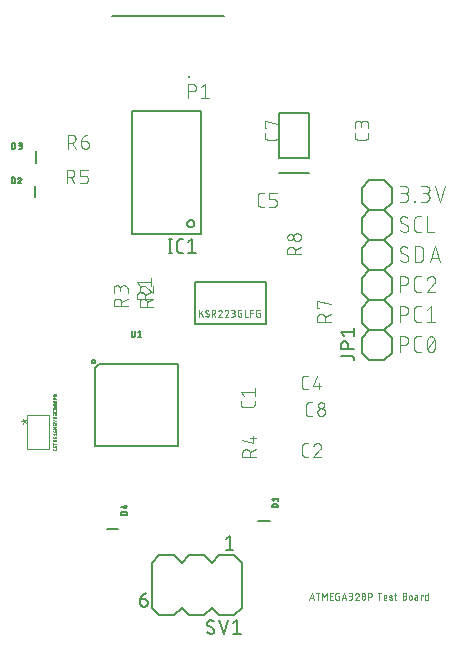
<source format=gbr>
G04 EAGLE Gerber RS-274X export*
G75*
%MOMM*%
%FSLAX34Y34*%
%LPD*%
%INSilkscreen Top*%
%IPPOS*%
%AMOC8*
5,1,8,0,0,1.08239X$1,22.5*%
G01*
%ADD10C,0.101600*%
%ADD11C,0.050800*%
%ADD12C,0.203200*%
%ADD13C,0.127000*%
%ADD14C,0.152400*%
%ADD15C,0.254000*%
%ADD16C,0.025400*%
%ADD17C,0.076200*%


D10*
X762508Y756158D02*
X766177Y756158D01*
X766297Y756160D01*
X766417Y756166D01*
X766537Y756176D01*
X766656Y756189D01*
X766775Y756207D01*
X766893Y756228D01*
X767010Y756254D01*
X767127Y756283D01*
X767242Y756316D01*
X767356Y756353D01*
X767469Y756393D01*
X767581Y756437D01*
X767691Y756485D01*
X767800Y756536D01*
X767907Y756591D01*
X768012Y756650D01*
X768114Y756711D01*
X768215Y756776D01*
X768314Y756845D01*
X768411Y756916D01*
X768505Y756991D01*
X768596Y757068D01*
X768685Y757149D01*
X768771Y757233D01*
X768855Y757319D01*
X768936Y757408D01*
X769013Y757499D01*
X769088Y757593D01*
X769159Y757690D01*
X769228Y757789D01*
X769293Y757890D01*
X769354Y757993D01*
X769413Y758097D01*
X769468Y758204D01*
X769519Y758313D01*
X769567Y758423D01*
X769611Y758535D01*
X769651Y758648D01*
X769688Y758762D01*
X769721Y758877D01*
X769750Y758994D01*
X769776Y759111D01*
X769797Y759229D01*
X769815Y759348D01*
X769828Y759467D01*
X769838Y759587D01*
X769844Y759707D01*
X769846Y759827D01*
X769844Y759947D01*
X769838Y760067D01*
X769828Y760187D01*
X769815Y760306D01*
X769797Y760425D01*
X769776Y760543D01*
X769750Y760660D01*
X769721Y760777D01*
X769688Y760892D01*
X769651Y761006D01*
X769611Y761119D01*
X769567Y761231D01*
X769519Y761341D01*
X769468Y761450D01*
X769413Y761557D01*
X769354Y761662D01*
X769293Y761764D01*
X769228Y761865D01*
X769159Y761964D01*
X769088Y762061D01*
X769013Y762155D01*
X768936Y762246D01*
X768855Y762335D01*
X768771Y762421D01*
X768685Y762505D01*
X768596Y762586D01*
X768505Y762663D01*
X768411Y762738D01*
X768314Y762809D01*
X768215Y762878D01*
X768114Y762943D01*
X768012Y763004D01*
X767907Y763063D01*
X767800Y763118D01*
X767691Y763169D01*
X767581Y763217D01*
X767469Y763261D01*
X767356Y763301D01*
X767242Y763338D01*
X767127Y763371D01*
X767010Y763400D01*
X766893Y763426D01*
X766775Y763447D01*
X766656Y763465D01*
X766537Y763478D01*
X766417Y763488D01*
X766297Y763494D01*
X766177Y763496D01*
X766911Y769366D02*
X762508Y769366D01*
X766911Y769366D02*
X767018Y769364D01*
X767125Y769358D01*
X767232Y769348D01*
X767338Y769335D01*
X767444Y769317D01*
X767549Y769296D01*
X767653Y769271D01*
X767757Y769242D01*
X767859Y769209D01*
X767959Y769172D01*
X768059Y769132D01*
X768157Y769088D01*
X768253Y769041D01*
X768347Y768990D01*
X768440Y768936D01*
X768530Y768879D01*
X768619Y768818D01*
X768705Y768754D01*
X768788Y768687D01*
X768870Y768617D01*
X768948Y768544D01*
X769024Y768468D01*
X769097Y768390D01*
X769167Y768308D01*
X769234Y768225D01*
X769298Y768139D01*
X769359Y768050D01*
X769416Y767960D01*
X769470Y767867D01*
X769521Y767773D01*
X769568Y767677D01*
X769612Y767579D01*
X769652Y767479D01*
X769689Y767379D01*
X769722Y767277D01*
X769751Y767173D01*
X769776Y767069D01*
X769797Y766964D01*
X769815Y766858D01*
X769828Y766752D01*
X769838Y766645D01*
X769844Y766538D01*
X769846Y766431D01*
X769844Y766324D01*
X769838Y766217D01*
X769828Y766110D01*
X769815Y766004D01*
X769797Y765898D01*
X769776Y765793D01*
X769751Y765689D01*
X769722Y765585D01*
X769689Y765483D01*
X769652Y765383D01*
X769612Y765283D01*
X769568Y765185D01*
X769521Y765089D01*
X769470Y764995D01*
X769416Y764902D01*
X769359Y764812D01*
X769298Y764723D01*
X769234Y764637D01*
X769167Y764554D01*
X769097Y764472D01*
X769024Y764394D01*
X768948Y764318D01*
X768870Y764245D01*
X768788Y764175D01*
X768705Y764108D01*
X768619Y764044D01*
X768530Y763983D01*
X768440Y763926D01*
X768347Y763872D01*
X768253Y763821D01*
X768157Y763774D01*
X768059Y763730D01*
X767959Y763690D01*
X767859Y763653D01*
X767757Y763620D01*
X767653Y763591D01*
X767549Y763566D01*
X767444Y763545D01*
X767338Y763527D01*
X767232Y763514D01*
X767125Y763504D01*
X767018Y763498D01*
X766911Y763496D01*
X763976Y763496D01*
X774771Y756892D02*
X774771Y756158D01*
X774771Y756892D02*
X775505Y756892D01*
X775505Y756158D01*
X774771Y756158D01*
X780430Y756158D02*
X784099Y756158D01*
X784219Y756160D01*
X784339Y756166D01*
X784459Y756176D01*
X784578Y756189D01*
X784697Y756207D01*
X784815Y756228D01*
X784932Y756254D01*
X785049Y756283D01*
X785164Y756316D01*
X785278Y756353D01*
X785391Y756393D01*
X785503Y756437D01*
X785613Y756485D01*
X785722Y756536D01*
X785829Y756591D01*
X785934Y756650D01*
X786036Y756711D01*
X786137Y756776D01*
X786236Y756845D01*
X786333Y756916D01*
X786427Y756991D01*
X786518Y757068D01*
X786607Y757149D01*
X786693Y757233D01*
X786777Y757319D01*
X786858Y757408D01*
X786935Y757499D01*
X787010Y757593D01*
X787081Y757690D01*
X787150Y757789D01*
X787215Y757890D01*
X787276Y757993D01*
X787335Y758097D01*
X787390Y758204D01*
X787441Y758313D01*
X787489Y758423D01*
X787533Y758535D01*
X787573Y758648D01*
X787610Y758762D01*
X787643Y758877D01*
X787672Y758994D01*
X787698Y759111D01*
X787719Y759229D01*
X787737Y759348D01*
X787750Y759467D01*
X787760Y759587D01*
X787766Y759707D01*
X787768Y759827D01*
X787766Y759947D01*
X787760Y760067D01*
X787750Y760187D01*
X787737Y760306D01*
X787719Y760425D01*
X787698Y760543D01*
X787672Y760660D01*
X787643Y760777D01*
X787610Y760892D01*
X787573Y761006D01*
X787533Y761119D01*
X787489Y761231D01*
X787441Y761341D01*
X787390Y761450D01*
X787335Y761557D01*
X787276Y761662D01*
X787215Y761764D01*
X787150Y761865D01*
X787081Y761964D01*
X787010Y762061D01*
X786935Y762155D01*
X786858Y762246D01*
X786777Y762335D01*
X786693Y762421D01*
X786607Y762505D01*
X786518Y762586D01*
X786427Y762663D01*
X786333Y762738D01*
X786236Y762809D01*
X786137Y762878D01*
X786036Y762943D01*
X785934Y763004D01*
X785829Y763063D01*
X785722Y763118D01*
X785613Y763169D01*
X785503Y763217D01*
X785391Y763261D01*
X785278Y763301D01*
X785164Y763338D01*
X785049Y763371D01*
X784932Y763400D01*
X784815Y763426D01*
X784697Y763447D01*
X784578Y763465D01*
X784459Y763478D01*
X784339Y763488D01*
X784219Y763494D01*
X784099Y763496D01*
X784833Y769366D02*
X780430Y769366D01*
X784833Y769366D02*
X784940Y769364D01*
X785047Y769358D01*
X785154Y769348D01*
X785260Y769335D01*
X785366Y769317D01*
X785471Y769296D01*
X785575Y769271D01*
X785679Y769242D01*
X785781Y769209D01*
X785881Y769172D01*
X785981Y769132D01*
X786079Y769088D01*
X786175Y769041D01*
X786269Y768990D01*
X786362Y768936D01*
X786452Y768879D01*
X786541Y768818D01*
X786627Y768754D01*
X786710Y768687D01*
X786792Y768617D01*
X786870Y768544D01*
X786946Y768468D01*
X787019Y768390D01*
X787089Y768308D01*
X787156Y768225D01*
X787220Y768139D01*
X787281Y768050D01*
X787338Y767960D01*
X787392Y767867D01*
X787443Y767773D01*
X787490Y767677D01*
X787534Y767579D01*
X787574Y767479D01*
X787611Y767379D01*
X787644Y767277D01*
X787673Y767173D01*
X787698Y767069D01*
X787719Y766964D01*
X787737Y766858D01*
X787750Y766752D01*
X787760Y766645D01*
X787766Y766538D01*
X787768Y766431D01*
X787766Y766324D01*
X787760Y766217D01*
X787750Y766110D01*
X787737Y766004D01*
X787719Y765898D01*
X787698Y765793D01*
X787673Y765689D01*
X787644Y765585D01*
X787611Y765483D01*
X787574Y765383D01*
X787534Y765283D01*
X787490Y765185D01*
X787443Y765089D01*
X787392Y764995D01*
X787338Y764902D01*
X787281Y764812D01*
X787220Y764723D01*
X787156Y764637D01*
X787089Y764554D01*
X787019Y764472D01*
X786946Y764394D01*
X786870Y764318D01*
X786792Y764245D01*
X786710Y764175D01*
X786627Y764108D01*
X786541Y764044D01*
X786452Y763983D01*
X786362Y763926D01*
X786269Y763872D01*
X786175Y763821D01*
X786079Y763774D01*
X785981Y763730D01*
X785881Y763690D01*
X785781Y763653D01*
X785679Y763620D01*
X785575Y763591D01*
X785471Y763566D01*
X785366Y763545D01*
X785260Y763527D01*
X785154Y763514D01*
X785047Y763504D01*
X784940Y763498D01*
X784833Y763496D01*
X781898Y763496D01*
X792498Y769366D02*
X796901Y756158D01*
X801303Y769366D01*
X769846Y733693D02*
X769844Y733586D01*
X769838Y733479D01*
X769828Y733372D01*
X769815Y733266D01*
X769797Y733160D01*
X769776Y733055D01*
X769751Y732951D01*
X769722Y732847D01*
X769689Y732745D01*
X769652Y732645D01*
X769612Y732545D01*
X769568Y732447D01*
X769521Y732351D01*
X769470Y732257D01*
X769416Y732164D01*
X769359Y732074D01*
X769298Y731985D01*
X769234Y731899D01*
X769167Y731816D01*
X769097Y731734D01*
X769024Y731656D01*
X768948Y731580D01*
X768870Y731507D01*
X768788Y731437D01*
X768705Y731370D01*
X768619Y731306D01*
X768530Y731245D01*
X768440Y731188D01*
X768347Y731134D01*
X768253Y731083D01*
X768157Y731036D01*
X768059Y730992D01*
X767959Y730952D01*
X767859Y730915D01*
X767757Y730882D01*
X767653Y730853D01*
X767549Y730828D01*
X767444Y730807D01*
X767338Y730789D01*
X767232Y730776D01*
X767125Y730766D01*
X767018Y730760D01*
X766911Y730758D01*
X766758Y730760D01*
X766605Y730766D01*
X766453Y730775D01*
X766300Y730788D01*
X766148Y730805D01*
X765997Y730826D01*
X765845Y730850D01*
X765695Y730878D01*
X765545Y730910D01*
X765397Y730946D01*
X765249Y730985D01*
X765102Y731028D01*
X764956Y731074D01*
X764812Y731124D01*
X764668Y731178D01*
X764526Y731235D01*
X764386Y731295D01*
X764247Y731360D01*
X764110Y731427D01*
X763974Y731498D01*
X763840Y731572D01*
X763708Y731649D01*
X763578Y731730D01*
X763450Y731814D01*
X763324Y731901D01*
X763201Y731991D01*
X763079Y732084D01*
X762960Y732180D01*
X762844Y732279D01*
X762729Y732380D01*
X762618Y732485D01*
X762509Y732592D01*
X762875Y741031D02*
X762877Y741138D01*
X762883Y741245D01*
X762893Y741352D01*
X762906Y741458D01*
X762924Y741564D01*
X762945Y741669D01*
X762970Y741773D01*
X762999Y741877D01*
X763032Y741979D01*
X763069Y742079D01*
X763109Y742179D01*
X763153Y742277D01*
X763200Y742373D01*
X763251Y742467D01*
X763305Y742560D01*
X763362Y742650D01*
X763423Y742739D01*
X763487Y742825D01*
X763554Y742908D01*
X763624Y742990D01*
X763697Y743068D01*
X763773Y743144D01*
X763851Y743217D01*
X763933Y743287D01*
X764016Y743354D01*
X764102Y743418D01*
X764191Y743479D01*
X764281Y743536D01*
X764374Y743590D01*
X764468Y743641D01*
X764564Y743688D01*
X764662Y743732D01*
X764762Y743772D01*
X764862Y743809D01*
X764964Y743842D01*
X765068Y743871D01*
X765172Y743896D01*
X765277Y743917D01*
X765383Y743935D01*
X765489Y743948D01*
X765596Y743958D01*
X765703Y743964D01*
X765810Y743966D01*
X765958Y743964D01*
X766105Y743958D01*
X766252Y743948D01*
X766399Y743934D01*
X766546Y743917D01*
X766691Y743895D01*
X766837Y743869D01*
X766981Y743840D01*
X767125Y743807D01*
X767268Y743769D01*
X767410Y743728D01*
X767550Y743684D01*
X767690Y743635D01*
X767828Y743583D01*
X767964Y743527D01*
X768099Y743467D01*
X768232Y743404D01*
X768364Y743337D01*
X768494Y743267D01*
X768622Y743194D01*
X768747Y743116D01*
X768871Y743036D01*
X768993Y742952D01*
X769112Y742865D01*
X764343Y738463D02*
X764252Y738519D01*
X764163Y738578D01*
X764076Y738640D01*
X763992Y738705D01*
X763909Y738773D01*
X763830Y738844D01*
X763753Y738918D01*
X763679Y738995D01*
X763607Y739074D01*
X763539Y739156D01*
X763473Y739240D01*
X763410Y739327D01*
X763351Y739415D01*
X763295Y739506D01*
X763242Y739599D01*
X763192Y739693D01*
X763146Y739789D01*
X763103Y739887D01*
X763064Y739986D01*
X763028Y740087D01*
X762996Y740189D01*
X762968Y740292D01*
X762944Y740396D01*
X762923Y740500D01*
X762906Y740606D01*
X762892Y740711D01*
X762883Y740818D01*
X762877Y740924D01*
X762875Y741031D01*
X768378Y736261D02*
X768469Y736205D01*
X768558Y736146D01*
X768645Y736084D01*
X768729Y736019D01*
X768812Y735951D01*
X768891Y735880D01*
X768968Y735806D01*
X769042Y735729D01*
X769114Y735650D01*
X769182Y735568D01*
X769248Y735484D01*
X769311Y735397D01*
X769370Y735309D01*
X769426Y735218D01*
X769479Y735125D01*
X769529Y735031D01*
X769575Y734935D01*
X769618Y734837D01*
X769657Y734738D01*
X769693Y734637D01*
X769725Y734535D01*
X769753Y734432D01*
X769777Y734328D01*
X769798Y734224D01*
X769815Y734118D01*
X769829Y734013D01*
X769838Y733906D01*
X769844Y733800D01*
X769846Y733693D01*
X768378Y736261D02*
X764342Y738463D01*
X777783Y730758D02*
X780718Y730758D01*
X777783Y730758D02*
X777676Y730760D01*
X777569Y730766D01*
X777462Y730776D01*
X777356Y730789D01*
X777250Y730807D01*
X777145Y730828D01*
X777041Y730853D01*
X776937Y730882D01*
X776835Y730915D01*
X776735Y730952D01*
X776635Y730992D01*
X776537Y731036D01*
X776441Y731083D01*
X776347Y731134D01*
X776254Y731188D01*
X776164Y731245D01*
X776075Y731306D01*
X775989Y731370D01*
X775906Y731437D01*
X775824Y731507D01*
X775746Y731580D01*
X775670Y731656D01*
X775597Y731734D01*
X775527Y731816D01*
X775460Y731899D01*
X775396Y731985D01*
X775335Y732074D01*
X775278Y732164D01*
X775224Y732257D01*
X775173Y732351D01*
X775126Y732447D01*
X775082Y732545D01*
X775042Y732645D01*
X775005Y732745D01*
X774972Y732847D01*
X774943Y732951D01*
X774918Y733055D01*
X774897Y733160D01*
X774879Y733266D01*
X774866Y733372D01*
X774856Y733479D01*
X774850Y733586D01*
X774848Y733693D01*
X774848Y741031D01*
X774850Y741138D01*
X774856Y741245D01*
X774866Y741352D01*
X774879Y741458D01*
X774897Y741564D01*
X774918Y741669D01*
X774943Y741773D01*
X774972Y741877D01*
X775005Y741979D01*
X775042Y742079D01*
X775082Y742179D01*
X775126Y742277D01*
X775173Y742373D01*
X775224Y742467D01*
X775278Y742560D01*
X775335Y742650D01*
X775396Y742739D01*
X775460Y742825D01*
X775527Y742908D01*
X775597Y742990D01*
X775670Y743068D01*
X775746Y743144D01*
X775824Y743217D01*
X775906Y743287D01*
X775989Y743354D01*
X776075Y743418D01*
X776164Y743479D01*
X776254Y743536D01*
X776347Y743590D01*
X776441Y743641D01*
X776537Y743688D01*
X776635Y743732D01*
X776735Y743772D01*
X776835Y743809D01*
X776937Y743842D01*
X777041Y743871D01*
X777145Y743896D01*
X777250Y743917D01*
X777356Y743935D01*
X777462Y743948D01*
X777569Y743958D01*
X777676Y743964D01*
X777783Y743966D01*
X780718Y743966D01*
X786002Y743966D02*
X786002Y730758D01*
X791872Y730758D01*
X769846Y708293D02*
X769844Y708186D01*
X769838Y708079D01*
X769828Y707972D01*
X769815Y707866D01*
X769797Y707760D01*
X769776Y707655D01*
X769751Y707551D01*
X769722Y707447D01*
X769689Y707345D01*
X769652Y707245D01*
X769612Y707145D01*
X769568Y707047D01*
X769521Y706951D01*
X769470Y706857D01*
X769416Y706764D01*
X769359Y706674D01*
X769298Y706585D01*
X769234Y706499D01*
X769167Y706416D01*
X769097Y706334D01*
X769024Y706256D01*
X768948Y706180D01*
X768870Y706107D01*
X768788Y706037D01*
X768705Y705970D01*
X768619Y705906D01*
X768530Y705845D01*
X768440Y705788D01*
X768347Y705734D01*
X768253Y705683D01*
X768157Y705636D01*
X768059Y705592D01*
X767959Y705552D01*
X767859Y705515D01*
X767757Y705482D01*
X767653Y705453D01*
X767549Y705428D01*
X767444Y705407D01*
X767338Y705389D01*
X767232Y705376D01*
X767125Y705366D01*
X767018Y705360D01*
X766911Y705358D01*
X766758Y705360D01*
X766605Y705366D01*
X766453Y705375D01*
X766300Y705388D01*
X766148Y705405D01*
X765997Y705426D01*
X765845Y705450D01*
X765695Y705478D01*
X765545Y705510D01*
X765397Y705546D01*
X765249Y705585D01*
X765102Y705628D01*
X764956Y705674D01*
X764812Y705724D01*
X764668Y705778D01*
X764526Y705835D01*
X764386Y705895D01*
X764247Y705960D01*
X764110Y706027D01*
X763974Y706098D01*
X763840Y706172D01*
X763708Y706249D01*
X763578Y706330D01*
X763450Y706414D01*
X763324Y706501D01*
X763201Y706591D01*
X763079Y706684D01*
X762960Y706780D01*
X762844Y706879D01*
X762729Y706980D01*
X762618Y707085D01*
X762509Y707192D01*
X762875Y715631D02*
X762877Y715738D01*
X762883Y715845D01*
X762893Y715952D01*
X762906Y716058D01*
X762924Y716164D01*
X762945Y716269D01*
X762970Y716373D01*
X762999Y716477D01*
X763032Y716579D01*
X763069Y716679D01*
X763109Y716779D01*
X763153Y716877D01*
X763200Y716973D01*
X763251Y717067D01*
X763305Y717160D01*
X763362Y717250D01*
X763423Y717339D01*
X763487Y717425D01*
X763554Y717508D01*
X763624Y717590D01*
X763697Y717668D01*
X763773Y717744D01*
X763851Y717817D01*
X763933Y717887D01*
X764016Y717954D01*
X764102Y718018D01*
X764191Y718079D01*
X764281Y718136D01*
X764374Y718190D01*
X764468Y718241D01*
X764564Y718288D01*
X764662Y718332D01*
X764762Y718372D01*
X764862Y718409D01*
X764964Y718442D01*
X765068Y718471D01*
X765172Y718496D01*
X765277Y718517D01*
X765383Y718535D01*
X765489Y718548D01*
X765596Y718558D01*
X765703Y718564D01*
X765810Y718566D01*
X765958Y718564D01*
X766105Y718558D01*
X766252Y718548D01*
X766399Y718534D01*
X766546Y718517D01*
X766691Y718495D01*
X766837Y718469D01*
X766981Y718440D01*
X767125Y718407D01*
X767268Y718369D01*
X767410Y718328D01*
X767550Y718284D01*
X767690Y718235D01*
X767828Y718183D01*
X767964Y718127D01*
X768099Y718067D01*
X768232Y718004D01*
X768364Y717937D01*
X768494Y717867D01*
X768622Y717794D01*
X768747Y717716D01*
X768871Y717636D01*
X768993Y717552D01*
X769112Y717465D01*
X764343Y713063D02*
X764252Y713119D01*
X764163Y713178D01*
X764076Y713240D01*
X763992Y713305D01*
X763909Y713373D01*
X763830Y713444D01*
X763753Y713518D01*
X763679Y713595D01*
X763607Y713674D01*
X763539Y713756D01*
X763473Y713840D01*
X763410Y713927D01*
X763351Y714015D01*
X763295Y714106D01*
X763242Y714199D01*
X763192Y714293D01*
X763146Y714389D01*
X763103Y714487D01*
X763064Y714586D01*
X763028Y714687D01*
X762996Y714789D01*
X762968Y714892D01*
X762944Y714996D01*
X762923Y715100D01*
X762906Y715206D01*
X762892Y715311D01*
X762883Y715418D01*
X762877Y715524D01*
X762875Y715631D01*
X768378Y710861D02*
X768469Y710805D01*
X768558Y710746D01*
X768645Y710684D01*
X768729Y710619D01*
X768812Y710551D01*
X768891Y710480D01*
X768968Y710406D01*
X769042Y710329D01*
X769114Y710250D01*
X769182Y710168D01*
X769248Y710084D01*
X769311Y709997D01*
X769370Y709909D01*
X769426Y709818D01*
X769479Y709725D01*
X769529Y709631D01*
X769575Y709535D01*
X769618Y709437D01*
X769657Y709338D01*
X769693Y709237D01*
X769725Y709135D01*
X769753Y709032D01*
X769777Y708928D01*
X769798Y708824D01*
X769815Y708718D01*
X769829Y708613D01*
X769838Y708506D01*
X769844Y708400D01*
X769846Y708293D01*
X768378Y710861D02*
X764342Y713063D01*
X775310Y718566D02*
X775310Y705358D01*
X775310Y718566D02*
X778978Y718566D01*
X779098Y718564D01*
X779218Y718558D01*
X779338Y718548D01*
X779457Y718535D01*
X779576Y718517D01*
X779694Y718496D01*
X779811Y718470D01*
X779928Y718441D01*
X780043Y718408D01*
X780157Y718371D01*
X780270Y718331D01*
X780382Y718287D01*
X780492Y718239D01*
X780601Y718188D01*
X780708Y718133D01*
X780813Y718074D01*
X780915Y718013D01*
X781016Y717948D01*
X781115Y717879D01*
X781212Y717808D01*
X781306Y717733D01*
X781397Y717656D01*
X781486Y717575D01*
X781572Y717491D01*
X781656Y717405D01*
X781737Y717316D01*
X781814Y717225D01*
X781889Y717131D01*
X781960Y717034D01*
X782029Y716935D01*
X782094Y716834D01*
X782155Y716732D01*
X782214Y716627D01*
X782269Y716520D01*
X782320Y716411D01*
X782368Y716301D01*
X782412Y716189D01*
X782452Y716076D01*
X782489Y715962D01*
X782522Y715847D01*
X782551Y715730D01*
X782577Y715613D01*
X782598Y715495D01*
X782616Y715376D01*
X782629Y715257D01*
X782639Y715137D01*
X782645Y715017D01*
X782647Y714897D01*
X782647Y709027D01*
X782645Y708907D01*
X782639Y708787D01*
X782629Y708667D01*
X782616Y708548D01*
X782598Y708429D01*
X782577Y708311D01*
X782551Y708194D01*
X782522Y708077D01*
X782489Y707962D01*
X782452Y707848D01*
X782412Y707735D01*
X782368Y707623D01*
X782320Y707513D01*
X782269Y707404D01*
X782214Y707297D01*
X782155Y707193D01*
X782094Y707090D01*
X782029Y706989D01*
X781960Y706890D01*
X781889Y706793D01*
X781814Y706699D01*
X781737Y706608D01*
X781656Y706519D01*
X781572Y706433D01*
X781486Y706349D01*
X781397Y706268D01*
X781306Y706191D01*
X781212Y706116D01*
X781115Y706045D01*
X781016Y705976D01*
X780915Y705911D01*
X780813Y705850D01*
X780708Y705791D01*
X780601Y705736D01*
X780492Y705685D01*
X780382Y705637D01*
X780270Y705593D01*
X780157Y705553D01*
X780043Y705516D01*
X779928Y705483D01*
X779811Y705454D01*
X779694Y705428D01*
X779576Y705407D01*
X779457Y705389D01*
X779338Y705376D01*
X779218Y705366D01*
X779098Y705360D01*
X778978Y705358D01*
X775310Y705358D01*
X787804Y705358D02*
X792207Y718566D01*
X796609Y705358D01*
X795509Y708660D02*
X788905Y708660D01*
X762508Y693166D02*
X762508Y679958D01*
X762508Y693166D02*
X766177Y693166D01*
X766297Y693164D01*
X766417Y693158D01*
X766537Y693148D01*
X766656Y693135D01*
X766775Y693117D01*
X766893Y693096D01*
X767010Y693070D01*
X767127Y693041D01*
X767242Y693008D01*
X767356Y692971D01*
X767469Y692931D01*
X767581Y692887D01*
X767691Y692839D01*
X767800Y692788D01*
X767907Y692733D01*
X768012Y692674D01*
X768114Y692613D01*
X768215Y692548D01*
X768314Y692479D01*
X768411Y692408D01*
X768505Y692333D01*
X768596Y692256D01*
X768685Y692175D01*
X768771Y692091D01*
X768855Y692005D01*
X768936Y691916D01*
X769013Y691825D01*
X769088Y691731D01*
X769159Y691634D01*
X769228Y691535D01*
X769293Y691434D01*
X769354Y691332D01*
X769413Y691227D01*
X769468Y691120D01*
X769519Y691011D01*
X769567Y690901D01*
X769611Y690789D01*
X769651Y690676D01*
X769688Y690562D01*
X769721Y690447D01*
X769750Y690330D01*
X769776Y690213D01*
X769797Y690095D01*
X769815Y689976D01*
X769828Y689857D01*
X769838Y689737D01*
X769844Y689617D01*
X769846Y689497D01*
X769844Y689377D01*
X769838Y689257D01*
X769828Y689137D01*
X769815Y689018D01*
X769797Y688899D01*
X769776Y688781D01*
X769750Y688664D01*
X769721Y688547D01*
X769688Y688432D01*
X769651Y688318D01*
X769611Y688205D01*
X769567Y688093D01*
X769519Y687983D01*
X769468Y687874D01*
X769413Y687767D01*
X769354Y687663D01*
X769293Y687560D01*
X769228Y687459D01*
X769159Y687360D01*
X769088Y687263D01*
X769013Y687169D01*
X768936Y687078D01*
X768855Y686989D01*
X768771Y686903D01*
X768685Y686819D01*
X768596Y686738D01*
X768505Y686661D01*
X768411Y686586D01*
X768314Y686515D01*
X768215Y686446D01*
X768114Y686381D01*
X768012Y686320D01*
X767907Y686261D01*
X767800Y686206D01*
X767691Y686155D01*
X767581Y686107D01*
X767469Y686063D01*
X767356Y686023D01*
X767242Y685986D01*
X767127Y685953D01*
X767010Y685924D01*
X766893Y685898D01*
X766775Y685877D01*
X766656Y685859D01*
X766537Y685846D01*
X766417Y685836D01*
X766297Y685830D01*
X766177Y685828D01*
X762508Y685828D01*
X777603Y679958D02*
X780538Y679958D01*
X777603Y679958D02*
X777496Y679960D01*
X777389Y679966D01*
X777282Y679976D01*
X777176Y679989D01*
X777070Y680007D01*
X776965Y680028D01*
X776861Y680053D01*
X776757Y680082D01*
X776655Y680115D01*
X776555Y680152D01*
X776455Y680192D01*
X776357Y680236D01*
X776261Y680283D01*
X776167Y680334D01*
X776074Y680388D01*
X775984Y680445D01*
X775895Y680506D01*
X775809Y680570D01*
X775726Y680637D01*
X775644Y680707D01*
X775566Y680780D01*
X775490Y680856D01*
X775417Y680934D01*
X775347Y681016D01*
X775280Y681099D01*
X775216Y681185D01*
X775155Y681274D01*
X775098Y681364D01*
X775044Y681457D01*
X774993Y681551D01*
X774946Y681647D01*
X774902Y681745D01*
X774862Y681845D01*
X774825Y681945D01*
X774792Y682047D01*
X774763Y682151D01*
X774738Y682255D01*
X774717Y682360D01*
X774699Y682466D01*
X774686Y682572D01*
X774676Y682679D01*
X774670Y682786D01*
X774668Y682893D01*
X774668Y690231D01*
X774670Y690338D01*
X774676Y690445D01*
X774686Y690552D01*
X774699Y690658D01*
X774717Y690764D01*
X774738Y690869D01*
X774763Y690973D01*
X774792Y691077D01*
X774825Y691179D01*
X774862Y691279D01*
X774902Y691379D01*
X774946Y691477D01*
X774993Y691573D01*
X775044Y691667D01*
X775098Y691760D01*
X775155Y691850D01*
X775216Y691939D01*
X775280Y692025D01*
X775347Y692108D01*
X775417Y692190D01*
X775490Y692268D01*
X775566Y692344D01*
X775644Y692417D01*
X775726Y692487D01*
X775809Y692554D01*
X775895Y692618D01*
X775984Y692679D01*
X776074Y692736D01*
X776167Y692790D01*
X776261Y692841D01*
X776357Y692888D01*
X776455Y692932D01*
X776555Y692972D01*
X776655Y693009D01*
X776757Y693042D01*
X776861Y693071D01*
X776965Y693096D01*
X777070Y693117D01*
X777176Y693135D01*
X777282Y693148D01*
X777389Y693158D01*
X777496Y693164D01*
X777603Y693166D01*
X780538Y693166D01*
X789407Y693166D02*
X789520Y693164D01*
X789632Y693158D01*
X789745Y693149D01*
X789857Y693135D01*
X789968Y693118D01*
X790079Y693097D01*
X790189Y693072D01*
X790298Y693044D01*
X790406Y693011D01*
X790513Y692975D01*
X790618Y692936D01*
X790723Y692893D01*
X790825Y692846D01*
X790926Y692796D01*
X791025Y692742D01*
X791123Y692685D01*
X791218Y692625D01*
X791311Y692562D01*
X791402Y692495D01*
X791491Y692425D01*
X791577Y692353D01*
X791661Y692277D01*
X791742Y692199D01*
X791820Y692118D01*
X791896Y692034D01*
X791968Y691948D01*
X792038Y691859D01*
X792105Y691768D01*
X792168Y691675D01*
X792228Y691580D01*
X792285Y691482D01*
X792339Y691383D01*
X792389Y691282D01*
X792436Y691180D01*
X792479Y691075D01*
X792518Y690970D01*
X792554Y690863D01*
X792587Y690755D01*
X792615Y690646D01*
X792640Y690536D01*
X792661Y690425D01*
X792678Y690314D01*
X792692Y690202D01*
X792701Y690089D01*
X792707Y689977D01*
X792709Y689864D01*
X789407Y693166D02*
X789280Y693164D01*
X789153Y693158D01*
X789026Y693149D01*
X788900Y693136D01*
X788774Y693119D01*
X788649Y693098D01*
X788524Y693073D01*
X788401Y693045D01*
X788278Y693013D01*
X788156Y692977D01*
X788035Y692938D01*
X787915Y692895D01*
X787797Y692849D01*
X787680Y692799D01*
X787565Y692745D01*
X787452Y692688D01*
X787340Y692628D01*
X787230Y692565D01*
X787122Y692498D01*
X787016Y692428D01*
X786912Y692355D01*
X786810Y692278D01*
X786711Y692199D01*
X786614Y692117D01*
X786520Y692032D01*
X786428Y691944D01*
X786339Y691854D01*
X786253Y691760D01*
X786169Y691665D01*
X786089Y691567D01*
X786011Y691466D01*
X785936Y691363D01*
X785865Y691258D01*
X785797Y691151D01*
X785732Y691042D01*
X785670Y690931D01*
X785611Y690818D01*
X785556Y690704D01*
X785505Y690588D01*
X785457Y690470D01*
X785412Y690351D01*
X785371Y690231D01*
X791608Y687296D02*
X791690Y687376D01*
X791769Y687459D01*
X791846Y687545D01*
X791920Y687633D01*
X791990Y687724D01*
X792058Y687816D01*
X792123Y687911D01*
X792185Y688008D01*
X792243Y688107D01*
X792299Y688208D01*
X792351Y688310D01*
X792399Y688414D01*
X792444Y688520D01*
X792486Y688627D01*
X792525Y688735D01*
X792559Y688845D01*
X792591Y688955D01*
X792618Y689067D01*
X792642Y689179D01*
X792663Y689292D01*
X792679Y689406D01*
X792692Y689520D01*
X792702Y689634D01*
X792707Y689749D01*
X792709Y689864D01*
X791608Y687296D02*
X785371Y679958D01*
X792709Y679958D01*
X762508Y667766D02*
X762508Y654558D01*
X762508Y667766D02*
X766177Y667766D01*
X766297Y667764D01*
X766417Y667758D01*
X766537Y667748D01*
X766656Y667735D01*
X766775Y667717D01*
X766893Y667696D01*
X767010Y667670D01*
X767127Y667641D01*
X767242Y667608D01*
X767356Y667571D01*
X767469Y667531D01*
X767581Y667487D01*
X767691Y667439D01*
X767800Y667388D01*
X767907Y667333D01*
X768012Y667274D01*
X768114Y667213D01*
X768215Y667148D01*
X768314Y667079D01*
X768411Y667008D01*
X768505Y666933D01*
X768596Y666856D01*
X768685Y666775D01*
X768771Y666691D01*
X768855Y666605D01*
X768936Y666516D01*
X769013Y666425D01*
X769088Y666331D01*
X769159Y666234D01*
X769228Y666135D01*
X769293Y666034D01*
X769354Y665932D01*
X769413Y665827D01*
X769468Y665720D01*
X769519Y665611D01*
X769567Y665501D01*
X769611Y665389D01*
X769651Y665276D01*
X769688Y665162D01*
X769721Y665047D01*
X769750Y664930D01*
X769776Y664813D01*
X769797Y664695D01*
X769815Y664576D01*
X769828Y664457D01*
X769838Y664337D01*
X769844Y664217D01*
X769846Y664097D01*
X769844Y663977D01*
X769838Y663857D01*
X769828Y663737D01*
X769815Y663618D01*
X769797Y663499D01*
X769776Y663381D01*
X769750Y663264D01*
X769721Y663147D01*
X769688Y663032D01*
X769651Y662918D01*
X769611Y662805D01*
X769567Y662693D01*
X769519Y662583D01*
X769468Y662474D01*
X769413Y662367D01*
X769354Y662263D01*
X769293Y662160D01*
X769228Y662059D01*
X769159Y661960D01*
X769088Y661863D01*
X769013Y661769D01*
X768936Y661678D01*
X768855Y661589D01*
X768771Y661503D01*
X768685Y661419D01*
X768596Y661338D01*
X768505Y661261D01*
X768411Y661186D01*
X768314Y661115D01*
X768215Y661046D01*
X768114Y660981D01*
X768012Y660920D01*
X767907Y660861D01*
X767800Y660806D01*
X767691Y660755D01*
X767581Y660707D01*
X767469Y660663D01*
X767356Y660623D01*
X767242Y660586D01*
X767127Y660553D01*
X767010Y660524D01*
X766893Y660498D01*
X766775Y660477D01*
X766656Y660459D01*
X766537Y660446D01*
X766417Y660436D01*
X766297Y660430D01*
X766177Y660428D01*
X762508Y660428D01*
X777603Y654558D02*
X780538Y654558D01*
X777603Y654558D02*
X777496Y654560D01*
X777389Y654566D01*
X777282Y654576D01*
X777176Y654589D01*
X777070Y654607D01*
X776965Y654628D01*
X776861Y654653D01*
X776757Y654682D01*
X776655Y654715D01*
X776555Y654752D01*
X776455Y654792D01*
X776357Y654836D01*
X776261Y654883D01*
X776167Y654934D01*
X776074Y654988D01*
X775984Y655045D01*
X775895Y655106D01*
X775809Y655170D01*
X775726Y655237D01*
X775644Y655307D01*
X775566Y655380D01*
X775490Y655456D01*
X775417Y655534D01*
X775347Y655616D01*
X775280Y655699D01*
X775216Y655785D01*
X775155Y655874D01*
X775098Y655964D01*
X775044Y656057D01*
X774993Y656151D01*
X774946Y656247D01*
X774902Y656345D01*
X774862Y656445D01*
X774825Y656545D01*
X774792Y656647D01*
X774763Y656751D01*
X774738Y656855D01*
X774717Y656960D01*
X774699Y657066D01*
X774686Y657172D01*
X774676Y657279D01*
X774670Y657386D01*
X774668Y657493D01*
X774668Y664831D01*
X774670Y664938D01*
X774676Y665045D01*
X774686Y665152D01*
X774699Y665258D01*
X774717Y665364D01*
X774738Y665469D01*
X774763Y665573D01*
X774792Y665677D01*
X774825Y665779D01*
X774862Y665879D01*
X774902Y665979D01*
X774946Y666077D01*
X774993Y666173D01*
X775044Y666267D01*
X775098Y666360D01*
X775155Y666450D01*
X775216Y666539D01*
X775280Y666625D01*
X775347Y666708D01*
X775417Y666790D01*
X775490Y666868D01*
X775566Y666944D01*
X775644Y667017D01*
X775726Y667087D01*
X775809Y667154D01*
X775895Y667218D01*
X775984Y667279D01*
X776074Y667336D01*
X776167Y667390D01*
X776261Y667441D01*
X776357Y667488D01*
X776455Y667532D01*
X776555Y667572D01*
X776655Y667609D01*
X776757Y667642D01*
X776861Y667671D01*
X776965Y667696D01*
X777070Y667717D01*
X777176Y667735D01*
X777282Y667748D01*
X777389Y667758D01*
X777496Y667764D01*
X777603Y667766D01*
X780538Y667766D01*
X785371Y664831D02*
X789040Y667766D01*
X789040Y654558D01*
X785371Y654558D02*
X792709Y654558D01*
X762508Y642366D02*
X762508Y629158D01*
X762508Y642366D02*
X766177Y642366D01*
X766297Y642364D01*
X766417Y642358D01*
X766537Y642348D01*
X766656Y642335D01*
X766775Y642317D01*
X766893Y642296D01*
X767010Y642270D01*
X767127Y642241D01*
X767242Y642208D01*
X767356Y642171D01*
X767469Y642131D01*
X767581Y642087D01*
X767691Y642039D01*
X767800Y641988D01*
X767907Y641933D01*
X768012Y641874D01*
X768114Y641813D01*
X768215Y641748D01*
X768314Y641679D01*
X768411Y641608D01*
X768505Y641533D01*
X768596Y641456D01*
X768685Y641375D01*
X768771Y641291D01*
X768855Y641205D01*
X768936Y641116D01*
X769013Y641025D01*
X769088Y640931D01*
X769159Y640834D01*
X769228Y640735D01*
X769293Y640634D01*
X769354Y640532D01*
X769413Y640427D01*
X769468Y640320D01*
X769519Y640211D01*
X769567Y640101D01*
X769611Y639989D01*
X769651Y639876D01*
X769688Y639762D01*
X769721Y639647D01*
X769750Y639530D01*
X769776Y639413D01*
X769797Y639295D01*
X769815Y639176D01*
X769828Y639057D01*
X769838Y638937D01*
X769844Y638817D01*
X769846Y638697D01*
X769844Y638577D01*
X769838Y638457D01*
X769828Y638337D01*
X769815Y638218D01*
X769797Y638099D01*
X769776Y637981D01*
X769750Y637864D01*
X769721Y637747D01*
X769688Y637632D01*
X769651Y637518D01*
X769611Y637405D01*
X769567Y637293D01*
X769519Y637183D01*
X769468Y637074D01*
X769413Y636967D01*
X769354Y636863D01*
X769293Y636760D01*
X769228Y636659D01*
X769159Y636560D01*
X769088Y636463D01*
X769013Y636369D01*
X768936Y636278D01*
X768855Y636189D01*
X768771Y636103D01*
X768685Y636019D01*
X768596Y635938D01*
X768505Y635861D01*
X768411Y635786D01*
X768314Y635715D01*
X768215Y635646D01*
X768114Y635581D01*
X768012Y635520D01*
X767907Y635461D01*
X767800Y635406D01*
X767691Y635355D01*
X767581Y635307D01*
X767469Y635263D01*
X767356Y635223D01*
X767242Y635186D01*
X767127Y635153D01*
X767010Y635124D01*
X766893Y635098D01*
X766775Y635077D01*
X766656Y635059D01*
X766537Y635046D01*
X766417Y635036D01*
X766297Y635030D01*
X766177Y635028D01*
X762508Y635028D01*
X777603Y629158D02*
X780538Y629158D01*
X777603Y629158D02*
X777496Y629160D01*
X777389Y629166D01*
X777282Y629176D01*
X777176Y629189D01*
X777070Y629207D01*
X776965Y629228D01*
X776861Y629253D01*
X776757Y629282D01*
X776655Y629315D01*
X776555Y629352D01*
X776455Y629392D01*
X776357Y629436D01*
X776261Y629483D01*
X776167Y629534D01*
X776074Y629588D01*
X775984Y629645D01*
X775895Y629706D01*
X775809Y629770D01*
X775726Y629837D01*
X775644Y629907D01*
X775566Y629980D01*
X775490Y630056D01*
X775417Y630134D01*
X775347Y630216D01*
X775280Y630299D01*
X775216Y630385D01*
X775155Y630474D01*
X775098Y630564D01*
X775044Y630657D01*
X774993Y630751D01*
X774946Y630847D01*
X774902Y630945D01*
X774862Y631045D01*
X774825Y631145D01*
X774792Y631247D01*
X774763Y631351D01*
X774738Y631455D01*
X774717Y631560D01*
X774699Y631666D01*
X774686Y631772D01*
X774676Y631879D01*
X774670Y631986D01*
X774668Y632093D01*
X774668Y639431D01*
X774670Y639538D01*
X774676Y639645D01*
X774686Y639752D01*
X774699Y639858D01*
X774717Y639964D01*
X774738Y640069D01*
X774763Y640173D01*
X774792Y640277D01*
X774825Y640379D01*
X774862Y640479D01*
X774902Y640579D01*
X774946Y640677D01*
X774993Y640773D01*
X775044Y640867D01*
X775098Y640960D01*
X775155Y641050D01*
X775216Y641139D01*
X775280Y641225D01*
X775347Y641308D01*
X775417Y641390D01*
X775490Y641468D01*
X775566Y641544D01*
X775644Y641617D01*
X775726Y641687D01*
X775809Y641754D01*
X775895Y641818D01*
X775984Y641879D01*
X776074Y641936D01*
X776167Y641990D01*
X776261Y642041D01*
X776357Y642088D01*
X776455Y642132D01*
X776555Y642172D01*
X776655Y642209D01*
X776757Y642242D01*
X776861Y642271D01*
X776965Y642296D01*
X777070Y642317D01*
X777176Y642335D01*
X777282Y642348D01*
X777389Y642358D01*
X777496Y642364D01*
X777603Y642366D01*
X780538Y642366D01*
X786473Y640531D02*
X786362Y640297D01*
X786256Y640059D01*
X786156Y639819D01*
X786062Y639577D01*
X785974Y639332D01*
X785892Y639086D01*
X785816Y638838D01*
X785745Y638588D01*
X785681Y638336D01*
X785622Y638083D01*
X785570Y637828D01*
X785524Y637572D01*
X785483Y637316D01*
X785449Y637058D01*
X785422Y636800D01*
X785400Y636541D01*
X785384Y636281D01*
X785375Y636022D01*
X785372Y635762D01*
X786472Y640532D02*
X786507Y640627D01*
X786545Y640722D01*
X786587Y640815D01*
X786633Y640906D01*
X786682Y640996D01*
X786734Y641084D01*
X786789Y641169D01*
X786848Y641253D01*
X786910Y641334D01*
X786974Y641413D01*
X787042Y641489D01*
X787113Y641563D01*
X787186Y641634D01*
X787262Y641702D01*
X787340Y641768D01*
X787421Y641830D01*
X787504Y641890D01*
X787589Y641946D01*
X787676Y641999D01*
X787765Y642048D01*
X787856Y642094D01*
X787949Y642137D01*
X788043Y642176D01*
X788139Y642212D01*
X788236Y642244D01*
X788334Y642273D01*
X788433Y642297D01*
X788533Y642318D01*
X788633Y642335D01*
X788734Y642349D01*
X788836Y642358D01*
X788938Y642364D01*
X789040Y642366D01*
X789142Y642364D01*
X789244Y642358D01*
X789346Y642349D01*
X789447Y642335D01*
X789547Y642318D01*
X789647Y642297D01*
X789746Y642273D01*
X789844Y642244D01*
X789941Y642212D01*
X790037Y642176D01*
X790131Y642137D01*
X790224Y642094D01*
X790315Y642048D01*
X790404Y641999D01*
X790491Y641946D01*
X790576Y641890D01*
X790659Y641830D01*
X790740Y641768D01*
X790818Y641702D01*
X790894Y641634D01*
X790967Y641563D01*
X791038Y641489D01*
X791106Y641413D01*
X791170Y641334D01*
X791232Y641253D01*
X791291Y641169D01*
X791346Y641084D01*
X791398Y640996D01*
X791447Y640906D01*
X791493Y640815D01*
X791535Y640722D01*
X791573Y640627D01*
X791608Y640532D01*
X791608Y640531D02*
X791719Y640296D01*
X791825Y640059D01*
X791925Y639819D01*
X792019Y639577D01*
X792107Y639332D01*
X792189Y639086D01*
X792265Y638838D01*
X792336Y638587D01*
X792400Y638336D01*
X792459Y638083D01*
X792511Y637828D01*
X792557Y637572D01*
X792598Y637316D01*
X792632Y637058D01*
X792659Y636800D01*
X792681Y636541D01*
X792697Y636281D01*
X792706Y636022D01*
X792709Y635762D01*
X785372Y635762D02*
X785375Y635502D01*
X785384Y635243D01*
X785400Y634983D01*
X785422Y634724D01*
X785449Y634466D01*
X785483Y634208D01*
X785524Y633952D01*
X785570Y633696D01*
X785622Y633441D01*
X785681Y633188D01*
X785745Y632937D01*
X785816Y632686D01*
X785892Y632438D01*
X785974Y632192D01*
X786062Y631947D01*
X786156Y631705D01*
X786256Y631465D01*
X786362Y631228D01*
X786473Y630993D01*
X786472Y630992D02*
X786507Y630897D01*
X786545Y630802D01*
X786587Y630709D01*
X786633Y630618D01*
X786682Y630528D01*
X786734Y630440D01*
X786789Y630355D01*
X786848Y630271D01*
X786910Y630190D01*
X786974Y630111D01*
X787042Y630035D01*
X787113Y629961D01*
X787186Y629890D01*
X787262Y629822D01*
X787340Y629756D01*
X787421Y629694D01*
X787504Y629634D01*
X787589Y629578D01*
X787676Y629525D01*
X787765Y629476D01*
X787856Y629430D01*
X787949Y629387D01*
X788043Y629348D01*
X788139Y629312D01*
X788236Y629280D01*
X788334Y629251D01*
X788433Y629227D01*
X788533Y629206D01*
X788633Y629189D01*
X788734Y629175D01*
X788836Y629166D01*
X788938Y629160D01*
X789040Y629158D01*
X791609Y630992D02*
X791720Y631227D01*
X791826Y631465D01*
X791926Y631705D01*
X792020Y631947D01*
X792108Y632191D01*
X792190Y632438D01*
X792266Y632686D01*
X792337Y632936D01*
X792401Y633188D01*
X792460Y633441D01*
X792512Y633696D01*
X792558Y633951D01*
X792599Y634208D01*
X792633Y634466D01*
X792660Y634724D01*
X792682Y634983D01*
X792698Y635242D01*
X792707Y635502D01*
X792710Y635762D01*
X791608Y630992D02*
X791573Y630897D01*
X791535Y630802D01*
X791493Y630709D01*
X791447Y630618D01*
X791398Y630528D01*
X791346Y630440D01*
X791291Y630355D01*
X791232Y630271D01*
X791170Y630190D01*
X791106Y630111D01*
X791038Y630035D01*
X790967Y629961D01*
X790894Y629890D01*
X790818Y629822D01*
X790740Y629756D01*
X790659Y629694D01*
X790576Y629634D01*
X790491Y629578D01*
X790404Y629525D01*
X790315Y629476D01*
X790224Y629430D01*
X790131Y629387D01*
X790037Y629348D01*
X789941Y629312D01*
X789844Y629280D01*
X789746Y629251D01*
X789647Y629227D01*
X789547Y629206D01*
X789447Y629189D01*
X789346Y629175D01*
X789244Y629166D01*
X789142Y629160D01*
X789040Y629158D01*
X786105Y632093D02*
X791975Y639431D01*
D11*
X687917Y424942D02*
X686054Y419354D01*
X689779Y419354D02*
X687917Y424942D01*
X689314Y420751D02*
X686520Y420751D01*
X693037Y419354D02*
X693037Y424942D01*
X691485Y424942D02*
X694590Y424942D01*
X696844Y424942D02*
X696844Y419354D01*
X698707Y421838D02*
X696844Y424942D01*
X698707Y421838D02*
X700569Y424942D01*
X700569Y419354D01*
X703383Y419354D02*
X705867Y419354D01*
X703383Y419354D02*
X703383Y424942D01*
X705867Y424942D01*
X705246Y422458D02*
X703383Y422458D01*
X710300Y422458D02*
X711232Y422458D01*
X711232Y419354D01*
X709369Y419354D01*
X709299Y419356D01*
X709230Y419362D01*
X709161Y419372D01*
X709093Y419385D01*
X709025Y419403D01*
X708959Y419424D01*
X708894Y419449D01*
X708830Y419477D01*
X708768Y419509D01*
X708708Y419544D01*
X708650Y419583D01*
X708595Y419625D01*
X708541Y419670D01*
X708491Y419718D01*
X708443Y419768D01*
X708398Y419822D01*
X708356Y419877D01*
X708317Y419935D01*
X708282Y419995D01*
X708250Y420057D01*
X708222Y420121D01*
X708197Y420186D01*
X708176Y420252D01*
X708158Y420320D01*
X708145Y420388D01*
X708135Y420457D01*
X708129Y420526D01*
X708127Y420596D01*
X708127Y423700D01*
X708129Y423770D01*
X708135Y423839D01*
X708145Y423908D01*
X708158Y423976D01*
X708176Y424044D01*
X708197Y424110D01*
X708222Y424175D01*
X708250Y424239D01*
X708282Y424301D01*
X708317Y424361D01*
X708356Y424419D01*
X708398Y424474D01*
X708443Y424528D01*
X708491Y424578D01*
X708541Y424626D01*
X708595Y424671D01*
X708650Y424713D01*
X708708Y424752D01*
X708768Y424787D01*
X708830Y424819D01*
X708894Y424847D01*
X708959Y424872D01*
X709025Y424893D01*
X709093Y424911D01*
X709161Y424924D01*
X709230Y424934D01*
X709299Y424940D01*
X709369Y424942D01*
X711232Y424942D01*
X715349Y424942D02*
X713486Y419354D01*
X717211Y419354D02*
X715349Y424942D01*
X716746Y420751D02*
X713952Y420751D01*
X719283Y419354D02*
X720835Y419354D01*
X720912Y419356D01*
X720990Y419362D01*
X721066Y419371D01*
X721143Y419385D01*
X721218Y419402D01*
X721292Y419423D01*
X721366Y419448D01*
X721438Y419476D01*
X721508Y419508D01*
X721577Y419543D01*
X721644Y419582D01*
X721709Y419624D01*
X721772Y419669D01*
X721833Y419717D01*
X721891Y419768D01*
X721946Y419822D01*
X721999Y419879D01*
X722048Y419938D01*
X722095Y420000D01*
X722139Y420064D01*
X722179Y420130D01*
X722216Y420198D01*
X722250Y420268D01*
X722280Y420339D01*
X722306Y420412D01*
X722329Y420486D01*
X722348Y420561D01*
X722363Y420636D01*
X722375Y420713D01*
X722383Y420790D01*
X722387Y420867D01*
X722387Y420945D01*
X722383Y421022D01*
X722375Y421099D01*
X722363Y421176D01*
X722348Y421251D01*
X722329Y421326D01*
X722306Y421400D01*
X722280Y421473D01*
X722250Y421544D01*
X722216Y421614D01*
X722179Y421682D01*
X722139Y421748D01*
X722095Y421812D01*
X722048Y421874D01*
X721999Y421933D01*
X721946Y421990D01*
X721891Y422044D01*
X721833Y422095D01*
X721772Y422143D01*
X721709Y422188D01*
X721644Y422230D01*
X721577Y422269D01*
X721508Y422304D01*
X721438Y422336D01*
X721366Y422364D01*
X721292Y422389D01*
X721218Y422410D01*
X721143Y422427D01*
X721066Y422441D01*
X720990Y422450D01*
X720912Y422456D01*
X720835Y422458D01*
X721145Y424942D02*
X719283Y424942D01*
X721145Y424942D02*
X721215Y424940D01*
X721284Y424934D01*
X721353Y424924D01*
X721421Y424911D01*
X721489Y424893D01*
X721555Y424872D01*
X721620Y424847D01*
X721684Y424819D01*
X721746Y424787D01*
X721806Y424752D01*
X721864Y424713D01*
X721919Y424671D01*
X721973Y424626D01*
X722023Y424578D01*
X722071Y424528D01*
X722116Y424474D01*
X722158Y424419D01*
X722197Y424361D01*
X722232Y424301D01*
X722264Y424239D01*
X722292Y424175D01*
X722317Y424110D01*
X722338Y424044D01*
X722356Y423976D01*
X722369Y423908D01*
X722379Y423839D01*
X722385Y423770D01*
X722387Y423700D01*
X722385Y423630D01*
X722379Y423561D01*
X722369Y423492D01*
X722356Y423424D01*
X722338Y423356D01*
X722317Y423290D01*
X722292Y423225D01*
X722264Y423161D01*
X722232Y423099D01*
X722197Y423039D01*
X722158Y422981D01*
X722116Y422926D01*
X722071Y422872D01*
X722023Y422822D01*
X721973Y422774D01*
X721919Y422729D01*
X721864Y422687D01*
X721806Y422648D01*
X721746Y422613D01*
X721684Y422581D01*
X721620Y422553D01*
X721555Y422528D01*
X721489Y422507D01*
X721421Y422489D01*
X721353Y422476D01*
X721284Y422466D01*
X721215Y422460D01*
X721145Y422458D01*
X719904Y422458D01*
X726477Y424942D02*
X726550Y424940D01*
X726623Y424934D01*
X726696Y424925D01*
X726767Y424911D01*
X726839Y424894D01*
X726909Y424874D01*
X726978Y424849D01*
X727045Y424821D01*
X727111Y424790D01*
X727176Y424755D01*
X727238Y424717D01*
X727298Y424675D01*
X727356Y424631D01*
X727412Y424583D01*
X727465Y424533D01*
X727515Y424480D01*
X727563Y424424D01*
X727607Y424366D01*
X727649Y424306D01*
X727687Y424244D01*
X727722Y424179D01*
X727753Y424113D01*
X727781Y424046D01*
X727806Y423977D01*
X727826Y423907D01*
X727843Y423835D01*
X727857Y423764D01*
X727866Y423691D01*
X727872Y423618D01*
X727874Y423545D01*
X726477Y424942D02*
X726393Y424940D01*
X726310Y424934D01*
X726227Y424925D01*
X726145Y424911D01*
X726063Y424894D01*
X725982Y424872D01*
X725902Y424847D01*
X725824Y424819D01*
X725746Y424787D01*
X725671Y424751D01*
X725597Y424712D01*
X725525Y424669D01*
X725455Y424623D01*
X725388Y424574D01*
X725322Y424521D01*
X725260Y424466D01*
X725200Y424408D01*
X725142Y424347D01*
X725088Y424284D01*
X725036Y424218D01*
X724988Y424150D01*
X724943Y424079D01*
X724901Y424007D01*
X724863Y423932D01*
X724828Y423856D01*
X724797Y423779D01*
X724769Y423700D01*
X727407Y422459D02*
X727461Y422512D01*
X727512Y422569D01*
X727560Y422628D01*
X727605Y422689D01*
X727646Y422752D01*
X727685Y422818D01*
X727720Y422885D01*
X727752Y422954D01*
X727780Y423025D01*
X727804Y423096D01*
X727825Y423169D01*
X727842Y423243D01*
X727856Y423318D01*
X727865Y423393D01*
X727871Y423469D01*
X727873Y423545D01*
X727408Y422458D02*
X724769Y419354D01*
X727874Y419354D01*
X730256Y420906D02*
X730258Y420983D01*
X730264Y421061D01*
X730273Y421137D01*
X730287Y421214D01*
X730304Y421289D01*
X730325Y421363D01*
X730350Y421437D01*
X730378Y421509D01*
X730410Y421579D01*
X730445Y421648D01*
X730484Y421715D01*
X730526Y421780D01*
X730571Y421843D01*
X730619Y421904D01*
X730670Y421962D01*
X730724Y422017D01*
X730781Y422070D01*
X730840Y422119D01*
X730902Y422166D01*
X730966Y422210D01*
X731032Y422250D01*
X731100Y422287D01*
X731170Y422321D01*
X731241Y422351D01*
X731314Y422377D01*
X731388Y422400D01*
X731463Y422419D01*
X731538Y422434D01*
X731615Y422446D01*
X731692Y422454D01*
X731769Y422458D01*
X731847Y422458D01*
X731924Y422454D01*
X732001Y422446D01*
X732078Y422434D01*
X732153Y422419D01*
X732228Y422400D01*
X732302Y422377D01*
X732375Y422351D01*
X732446Y422321D01*
X732516Y422287D01*
X732584Y422250D01*
X732650Y422210D01*
X732714Y422166D01*
X732776Y422119D01*
X732835Y422070D01*
X732892Y422017D01*
X732946Y421962D01*
X732997Y421904D01*
X733045Y421843D01*
X733090Y421780D01*
X733132Y421715D01*
X733171Y421648D01*
X733206Y421579D01*
X733238Y421509D01*
X733266Y421437D01*
X733291Y421363D01*
X733312Y421289D01*
X733329Y421214D01*
X733343Y421137D01*
X733352Y421061D01*
X733358Y420983D01*
X733360Y420906D01*
X733358Y420829D01*
X733352Y420751D01*
X733343Y420675D01*
X733329Y420598D01*
X733312Y420523D01*
X733291Y420449D01*
X733266Y420375D01*
X733238Y420303D01*
X733206Y420233D01*
X733171Y420164D01*
X733132Y420097D01*
X733090Y420032D01*
X733045Y419969D01*
X732997Y419908D01*
X732946Y419850D01*
X732892Y419795D01*
X732835Y419742D01*
X732776Y419693D01*
X732714Y419646D01*
X732650Y419602D01*
X732584Y419562D01*
X732516Y419525D01*
X732446Y419491D01*
X732375Y419461D01*
X732302Y419435D01*
X732228Y419412D01*
X732153Y419393D01*
X732078Y419378D01*
X732001Y419366D01*
X731924Y419358D01*
X731847Y419354D01*
X731769Y419354D01*
X731692Y419358D01*
X731615Y419366D01*
X731538Y419378D01*
X731463Y419393D01*
X731388Y419412D01*
X731314Y419435D01*
X731241Y419461D01*
X731170Y419491D01*
X731100Y419525D01*
X731032Y419562D01*
X730966Y419602D01*
X730902Y419646D01*
X730840Y419693D01*
X730781Y419742D01*
X730724Y419795D01*
X730670Y419850D01*
X730619Y419908D01*
X730571Y419969D01*
X730526Y420032D01*
X730484Y420097D01*
X730445Y420164D01*
X730410Y420233D01*
X730378Y420303D01*
X730350Y420375D01*
X730325Y420449D01*
X730304Y420523D01*
X730287Y420598D01*
X730273Y420675D01*
X730264Y420751D01*
X730258Y420829D01*
X730256Y420906D01*
X730566Y423700D02*
X730568Y423770D01*
X730574Y423839D01*
X730584Y423908D01*
X730597Y423976D01*
X730615Y424044D01*
X730636Y424110D01*
X730661Y424175D01*
X730689Y424239D01*
X730721Y424301D01*
X730756Y424361D01*
X730795Y424419D01*
X730837Y424474D01*
X730882Y424528D01*
X730930Y424578D01*
X730980Y424626D01*
X731034Y424671D01*
X731089Y424713D01*
X731147Y424752D01*
X731207Y424787D01*
X731269Y424819D01*
X731333Y424847D01*
X731398Y424872D01*
X731464Y424893D01*
X731532Y424911D01*
X731600Y424924D01*
X731669Y424934D01*
X731738Y424940D01*
X731808Y424942D01*
X731878Y424940D01*
X731947Y424934D01*
X732016Y424924D01*
X732084Y424911D01*
X732152Y424893D01*
X732218Y424872D01*
X732283Y424847D01*
X732347Y424819D01*
X732409Y424787D01*
X732469Y424752D01*
X732527Y424713D01*
X732582Y424671D01*
X732636Y424626D01*
X732686Y424578D01*
X732734Y424528D01*
X732779Y424474D01*
X732821Y424419D01*
X732860Y424361D01*
X732895Y424301D01*
X732927Y424239D01*
X732955Y424175D01*
X732980Y424110D01*
X733001Y424044D01*
X733019Y423976D01*
X733032Y423908D01*
X733042Y423839D01*
X733048Y423770D01*
X733050Y423700D01*
X733048Y423630D01*
X733042Y423561D01*
X733032Y423492D01*
X733019Y423424D01*
X733001Y423356D01*
X732980Y423290D01*
X732955Y423225D01*
X732927Y423161D01*
X732895Y423099D01*
X732860Y423039D01*
X732821Y422981D01*
X732779Y422926D01*
X732734Y422872D01*
X732686Y422822D01*
X732636Y422774D01*
X732582Y422729D01*
X732527Y422687D01*
X732469Y422648D01*
X732409Y422613D01*
X732347Y422581D01*
X732283Y422553D01*
X732218Y422528D01*
X732152Y422507D01*
X732084Y422489D01*
X732016Y422476D01*
X731947Y422466D01*
X731878Y422460D01*
X731808Y422458D01*
X731738Y422460D01*
X731669Y422466D01*
X731600Y422476D01*
X731532Y422489D01*
X731464Y422507D01*
X731398Y422528D01*
X731333Y422553D01*
X731269Y422581D01*
X731207Y422613D01*
X731147Y422648D01*
X731089Y422687D01*
X731034Y422729D01*
X730980Y422774D01*
X730930Y422822D01*
X730882Y422872D01*
X730837Y422926D01*
X730795Y422981D01*
X730756Y423039D01*
X730721Y423099D01*
X730689Y423161D01*
X730661Y423225D01*
X730636Y423290D01*
X730615Y423356D01*
X730597Y423424D01*
X730584Y423492D01*
X730574Y423561D01*
X730568Y423630D01*
X730566Y423700D01*
X736008Y424942D02*
X736008Y419354D01*
X736008Y424942D02*
X737560Y424942D01*
X737637Y424940D01*
X737715Y424934D01*
X737791Y424925D01*
X737868Y424911D01*
X737943Y424894D01*
X738017Y424873D01*
X738091Y424848D01*
X738163Y424820D01*
X738233Y424788D01*
X738302Y424753D01*
X738369Y424714D01*
X738434Y424672D01*
X738497Y424627D01*
X738558Y424579D01*
X738616Y424528D01*
X738671Y424474D01*
X738724Y424417D01*
X738773Y424358D01*
X738820Y424296D01*
X738864Y424232D01*
X738904Y424166D01*
X738941Y424098D01*
X738975Y424028D01*
X739005Y423957D01*
X739031Y423884D01*
X739054Y423810D01*
X739073Y423735D01*
X739088Y423660D01*
X739100Y423583D01*
X739108Y423506D01*
X739112Y423429D01*
X739112Y423351D01*
X739108Y423274D01*
X739100Y423197D01*
X739088Y423120D01*
X739073Y423045D01*
X739054Y422970D01*
X739031Y422896D01*
X739005Y422823D01*
X738975Y422752D01*
X738941Y422682D01*
X738904Y422614D01*
X738864Y422548D01*
X738820Y422484D01*
X738773Y422422D01*
X738724Y422363D01*
X738671Y422306D01*
X738616Y422252D01*
X738558Y422201D01*
X738497Y422153D01*
X738434Y422108D01*
X738369Y422066D01*
X738302Y422027D01*
X738233Y421992D01*
X738163Y421960D01*
X738091Y421932D01*
X738017Y421907D01*
X737943Y421886D01*
X737868Y421869D01*
X737791Y421855D01*
X737715Y421846D01*
X737637Y421840D01*
X737560Y421838D01*
X736008Y421838D01*
X745341Y419354D02*
X745341Y424942D01*
X746893Y424942D02*
X743788Y424942D01*
X749785Y419354D02*
X751337Y419354D01*
X749785Y419354D02*
X749727Y419356D01*
X749668Y419361D01*
X749611Y419370D01*
X749553Y419383D01*
X749497Y419400D01*
X749442Y419419D01*
X749389Y419443D01*
X749336Y419469D01*
X749286Y419499D01*
X749238Y419532D01*
X749192Y419568D01*
X749148Y419606D01*
X749106Y419648D01*
X749068Y419692D01*
X749032Y419738D01*
X748999Y419786D01*
X748969Y419836D01*
X748943Y419889D01*
X748919Y419942D01*
X748900Y419997D01*
X748883Y420053D01*
X748870Y420111D01*
X748861Y420168D01*
X748856Y420227D01*
X748854Y420285D01*
X748854Y421838D01*
X748856Y421908D01*
X748862Y421977D01*
X748872Y422046D01*
X748885Y422114D01*
X748903Y422182D01*
X748924Y422248D01*
X748949Y422313D01*
X748977Y422377D01*
X749009Y422439D01*
X749044Y422499D01*
X749083Y422557D01*
X749125Y422612D01*
X749170Y422666D01*
X749218Y422716D01*
X749268Y422764D01*
X749322Y422809D01*
X749377Y422851D01*
X749435Y422890D01*
X749495Y422925D01*
X749557Y422957D01*
X749621Y422985D01*
X749686Y423010D01*
X749752Y423031D01*
X749820Y423049D01*
X749888Y423062D01*
X749957Y423072D01*
X750026Y423078D01*
X750096Y423080D01*
X750166Y423078D01*
X750235Y423072D01*
X750304Y423062D01*
X750372Y423049D01*
X750440Y423031D01*
X750506Y423010D01*
X750571Y422985D01*
X750635Y422957D01*
X750697Y422925D01*
X750757Y422890D01*
X750815Y422851D01*
X750870Y422809D01*
X750924Y422764D01*
X750974Y422716D01*
X751022Y422666D01*
X751067Y422612D01*
X751109Y422557D01*
X751148Y422499D01*
X751183Y422439D01*
X751215Y422377D01*
X751243Y422313D01*
X751268Y422248D01*
X751289Y422182D01*
X751307Y422114D01*
X751320Y422046D01*
X751330Y421977D01*
X751336Y421908D01*
X751338Y421838D01*
X751337Y421838D02*
X751337Y421217D01*
X748854Y421217D01*
X754074Y421527D02*
X755626Y420906D01*
X754074Y421527D02*
X754023Y421549D01*
X753974Y421575D01*
X753926Y421604D01*
X753881Y421637D01*
X753838Y421673D01*
X753797Y421711D01*
X753760Y421753D01*
X753725Y421796D01*
X753693Y421842D01*
X753665Y421891D01*
X753640Y421941D01*
X753619Y421992D01*
X753601Y422045D01*
X753587Y422099D01*
X753577Y422154D01*
X753571Y422210D01*
X753568Y422265D01*
X753569Y422321D01*
X753575Y422377D01*
X753584Y422432D01*
X753596Y422486D01*
X753613Y422540D01*
X753633Y422592D01*
X753657Y422642D01*
X753684Y422691D01*
X753715Y422738D01*
X753749Y422782D01*
X753785Y422824D01*
X753825Y422864D01*
X753867Y422900D01*
X753912Y422934D01*
X753959Y422964D01*
X754007Y422991D01*
X754058Y423015D01*
X754110Y423035D01*
X754164Y423051D01*
X754218Y423064D01*
X754273Y423073D01*
X754329Y423078D01*
X754385Y423079D01*
X754384Y423080D02*
X754495Y423076D01*
X754606Y423070D01*
X754716Y423059D01*
X754826Y423045D01*
X754936Y423028D01*
X755045Y423008D01*
X755153Y422984D01*
X755260Y422956D01*
X755367Y422925D01*
X755472Y422891D01*
X755577Y422854D01*
X755680Y422813D01*
X755782Y422769D01*
X755627Y420906D02*
X755678Y420884D01*
X755727Y420858D01*
X755775Y420829D01*
X755820Y420796D01*
X755863Y420760D01*
X755904Y420722D01*
X755941Y420680D01*
X755976Y420637D01*
X756008Y420591D01*
X756036Y420542D01*
X756061Y420492D01*
X756082Y420441D01*
X756100Y420388D01*
X756114Y420334D01*
X756124Y420279D01*
X756130Y420223D01*
X756133Y420168D01*
X756132Y420112D01*
X756126Y420056D01*
X756117Y420001D01*
X756105Y419947D01*
X756088Y419893D01*
X756068Y419841D01*
X756044Y419791D01*
X756017Y419742D01*
X755986Y419695D01*
X755952Y419651D01*
X755916Y419609D01*
X755876Y419569D01*
X755834Y419533D01*
X755789Y419499D01*
X755742Y419469D01*
X755694Y419442D01*
X755643Y419418D01*
X755591Y419398D01*
X755537Y419382D01*
X755483Y419369D01*
X755428Y419360D01*
X755372Y419355D01*
X755316Y419354D01*
X755182Y419357D01*
X755048Y419364D01*
X754914Y419375D01*
X754781Y419388D01*
X754648Y419406D01*
X754515Y419426D01*
X754383Y419450D01*
X754252Y419478D01*
X754121Y419508D01*
X753992Y419542D01*
X753863Y419580D01*
X753735Y419620D01*
X753608Y419664D01*
X757897Y423079D02*
X759760Y423079D01*
X758518Y424942D02*
X758518Y420285D01*
X758520Y420227D01*
X758525Y420168D01*
X758534Y420111D01*
X758547Y420053D01*
X758564Y419997D01*
X758583Y419942D01*
X758607Y419889D01*
X758633Y419836D01*
X758663Y419786D01*
X758696Y419738D01*
X758732Y419692D01*
X758770Y419648D01*
X758812Y419606D01*
X758856Y419568D01*
X758902Y419532D01*
X758950Y419499D01*
X759001Y419469D01*
X759053Y419443D01*
X759106Y419419D01*
X759161Y419400D01*
X759217Y419383D01*
X759275Y419370D01*
X759332Y419361D01*
X759391Y419356D01*
X759449Y419354D01*
X759760Y419354D01*
X765085Y422458D02*
X766638Y422458D01*
X766715Y422456D01*
X766793Y422450D01*
X766869Y422441D01*
X766946Y422427D01*
X767021Y422410D01*
X767095Y422389D01*
X767169Y422364D01*
X767241Y422336D01*
X767311Y422304D01*
X767380Y422269D01*
X767447Y422230D01*
X767512Y422188D01*
X767575Y422143D01*
X767636Y422095D01*
X767694Y422044D01*
X767749Y421990D01*
X767802Y421933D01*
X767851Y421874D01*
X767898Y421812D01*
X767942Y421748D01*
X767982Y421682D01*
X768019Y421614D01*
X768053Y421544D01*
X768083Y421473D01*
X768109Y421400D01*
X768132Y421326D01*
X768151Y421251D01*
X768166Y421176D01*
X768178Y421099D01*
X768186Y421022D01*
X768190Y420945D01*
X768190Y420867D01*
X768186Y420790D01*
X768178Y420713D01*
X768166Y420636D01*
X768151Y420561D01*
X768132Y420486D01*
X768109Y420412D01*
X768083Y420339D01*
X768053Y420268D01*
X768019Y420198D01*
X767982Y420130D01*
X767942Y420064D01*
X767898Y420000D01*
X767851Y419938D01*
X767802Y419879D01*
X767749Y419822D01*
X767694Y419768D01*
X767636Y419717D01*
X767575Y419669D01*
X767512Y419624D01*
X767447Y419582D01*
X767380Y419543D01*
X767311Y419508D01*
X767241Y419476D01*
X767169Y419448D01*
X767095Y419423D01*
X767021Y419402D01*
X766946Y419385D01*
X766869Y419371D01*
X766793Y419362D01*
X766715Y419356D01*
X766638Y419354D01*
X765085Y419354D01*
X765085Y424942D01*
X766638Y424942D01*
X766708Y424940D01*
X766777Y424934D01*
X766846Y424924D01*
X766914Y424911D01*
X766982Y424893D01*
X767048Y424872D01*
X767113Y424847D01*
X767177Y424819D01*
X767239Y424787D01*
X767299Y424752D01*
X767357Y424713D01*
X767412Y424671D01*
X767466Y424626D01*
X767516Y424578D01*
X767564Y424528D01*
X767609Y424474D01*
X767651Y424419D01*
X767690Y424361D01*
X767725Y424301D01*
X767757Y424239D01*
X767785Y424175D01*
X767810Y424110D01*
X767831Y424044D01*
X767849Y423976D01*
X767862Y423908D01*
X767872Y423839D01*
X767878Y423770D01*
X767880Y423700D01*
X767878Y423630D01*
X767872Y423561D01*
X767862Y423492D01*
X767849Y423424D01*
X767831Y423356D01*
X767810Y423290D01*
X767785Y423225D01*
X767757Y423161D01*
X767725Y423099D01*
X767690Y423039D01*
X767651Y422981D01*
X767609Y422926D01*
X767564Y422872D01*
X767516Y422822D01*
X767466Y422774D01*
X767412Y422729D01*
X767357Y422687D01*
X767299Y422648D01*
X767239Y422613D01*
X767177Y422581D01*
X767113Y422553D01*
X767048Y422528D01*
X766982Y422507D01*
X766914Y422489D01*
X766846Y422476D01*
X766777Y422466D01*
X766708Y422460D01*
X766638Y422458D01*
X770251Y421838D02*
X770251Y420596D01*
X770250Y421838D02*
X770252Y421908D01*
X770258Y421977D01*
X770268Y422046D01*
X770281Y422114D01*
X770299Y422182D01*
X770320Y422248D01*
X770345Y422313D01*
X770373Y422377D01*
X770405Y422439D01*
X770440Y422499D01*
X770479Y422557D01*
X770521Y422612D01*
X770566Y422666D01*
X770614Y422716D01*
X770664Y422764D01*
X770718Y422809D01*
X770773Y422851D01*
X770831Y422890D01*
X770891Y422925D01*
X770953Y422957D01*
X771017Y422985D01*
X771082Y423010D01*
X771148Y423031D01*
X771216Y423049D01*
X771284Y423062D01*
X771353Y423072D01*
X771422Y423078D01*
X771492Y423080D01*
X771562Y423078D01*
X771631Y423072D01*
X771700Y423062D01*
X771768Y423049D01*
X771836Y423031D01*
X771902Y423010D01*
X771967Y422985D01*
X772031Y422957D01*
X772093Y422925D01*
X772153Y422890D01*
X772211Y422851D01*
X772266Y422809D01*
X772320Y422764D01*
X772370Y422716D01*
X772418Y422666D01*
X772463Y422612D01*
X772505Y422557D01*
X772544Y422499D01*
X772579Y422439D01*
X772611Y422377D01*
X772639Y422313D01*
X772664Y422248D01*
X772685Y422182D01*
X772703Y422114D01*
X772716Y422046D01*
X772726Y421977D01*
X772732Y421908D01*
X772734Y421838D01*
X772734Y420596D01*
X772732Y420526D01*
X772726Y420457D01*
X772716Y420388D01*
X772703Y420320D01*
X772685Y420252D01*
X772664Y420186D01*
X772639Y420121D01*
X772611Y420057D01*
X772579Y419995D01*
X772544Y419935D01*
X772505Y419877D01*
X772463Y419822D01*
X772418Y419768D01*
X772370Y419718D01*
X772320Y419670D01*
X772266Y419625D01*
X772211Y419583D01*
X772153Y419544D01*
X772093Y419509D01*
X772031Y419477D01*
X771967Y419449D01*
X771902Y419424D01*
X771836Y419403D01*
X771768Y419385D01*
X771700Y419372D01*
X771631Y419362D01*
X771562Y419356D01*
X771492Y419354D01*
X771422Y419356D01*
X771353Y419362D01*
X771284Y419372D01*
X771216Y419385D01*
X771148Y419403D01*
X771082Y419424D01*
X771017Y419449D01*
X770953Y419477D01*
X770891Y419509D01*
X770831Y419544D01*
X770773Y419583D01*
X770718Y419625D01*
X770664Y419670D01*
X770614Y419718D01*
X770566Y419768D01*
X770521Y419822D01*
X770479Y419877D01*
X770440Y419935D01*
X770405Y419995D01*
X770373Y420057D01*
X770345Y420121D01*
X770320Y420186D01*
X770299Y420252D01*
X770281Y420320D01*
X770268Y420388D01*
X770258Y420457D01*
X770252Y420526D01*
X770250Y420596D01*
X776063Y421527D02*
X777460Y421527D01*
X776063Y421528D02*
X775999Y421526D01*
X775934Y421520D01*
X775871Y421511D01*
X775808Y421498D01*
X775746Y421481D01*
X775685Y421460D01*
X775625Y421436D01*
X775567Y421408D01*
X775510Y421377D01*
X775456Y421343D01*
X775403Y421305D01*
X775353Y421264D01*
X775306Y421221D01*
X775261Y421175D01*
X775219Y421126D01*
X775180Y421075D01*
X775144Y421021D01*
X775111Y420966D01*
X775082Y420908D01*
X775056Y420850D01*
X775033Y420789D01*
X775014Y420728D01*
X774999Y420665D01*
X774988Y420601D01*
X774980Y420538D01*
X774976Y420473D01*
X774976Y420409D01*
X774980Y420344D01*
X774988Y420281D01*
X774999Y420217D01*
X775014Y420154D01*
X775033Y420093D01*
X775056Y420032D01*
X775082Y419974D01*
X775111Y419916D01*
X775144Y419861D01*
X775180Y419807D01*
X775219Y419756D01*
X775261Y419707D01*
X775306Y419661D01*
X775353Y419618D01*
X775403Y419577D01*
X775456Y419539D01*
X775510Y419505D01*
X775567Y419474D01*
X775625Y419446D01*
X775685Y419422D01*
X775746Y419401D01*
X775808Y419384D01*
X775871Y419371D01*
X775934Y419362D01*
X775999Y419356D01*
X776063Y419354D01*
X777460Y419354D01*
X777460Y422148D01*
X777458Y422206D01*
X777453Y422265D01*
X777444Y422322D01*
X777431Y422380D01*
X777414Y422436D01*
X777395Y422491D01*
X777371Y422544D01*
X777345Y422597D01*
X777315Y422647D01*
X777282Y422695D01*
X777246Y422741D01*
X777208Y422785D01*
X777166Y422827D01*
X777122Y422865D01*
X777076Y422901D01*
X777028Y422934D01*
X776978Y422964D01*
X776925Y422990D01*
X776872Y423014D01*
X776817Y423033D01*
X776761Y423050D01*
X776703Y423063D01*
X776646Y423072D01*
X776587Y423077D01*
X776529Y423079D01*
X775287Y423079D01*
X780159Y423079D02*
X780159Y419354D01*
X780159Y423079D02*
X782021Y423079D01*
X782021Y422458D01*
X786238Y424942D02*
X786238Y419354D01*
X784686Y419354D01*
X784628Y419356D01*
X784569Y419361D01*
X784512Y419370D01*
X784454Y419383D01*
X784398Y419400D01*
X784343Y419419D01*
X784290Y419443D01*
X784237Y419469D01*
X784187Y419499D01*
X784139Y419532D01*
X784093Y419568D01*
X784049Y419606D01*
X784007Y419648D01*
X783969Y419692D01*
X783933Y419738D01*
X783900Y419786D01*
X783870Y419836D01*
X783844Y419889D01*
X783820Y419942D01*
X783801Y419997D01*
X783784Y420053D01*
X783771Y420111D01*
X783762Y420168D01*
X783757Y420227D01*
X783755Y420285D01*
X783755Y422148D01*
X783757Y422206D01*
X783762Y422265D01*
X783771Y422322D01*
X783784Y422380D01*
X783801Y422436D01*
X783820Y422491D01*
X783844Y422544D01*
X783870Y422597D01*
X783900Y422647D01*
X783933Y422695D01*
X783969Y422741D01*
X784007Y422785D01*
X784049Y422827D01*
X784093Y422865D01*
X784139Y422901D01*
X784187Y422934D01*
X784237Y422964D01*
X784290Y422990D01*
X784343Y423014D01*
X784398Y423033D01*
X784454Y423050D01*
X784512Y423063D01*
X784569Y423072D01*
X784628Y423077D01*
X784686Y423079D01*
X786238Y423079D01*
D10*
X639826Y585018D02*
X639826Y587615D01*
X639826Y585018D02*
X639824Y584919D01*
X639818Y584819D01*
X639809Y584720D01*
X639796Y584622D01*
X639779Y584524D01*
X639758Y584426D01*
X639733Y584330D01*
X639705Y584235D01*
X639673Y584141D01*
X639638Y584048D01*
X639599Y583956D01*
X639556Y583866D01*
X639511Y583778D01*
X639461Y583691D01*
X639409Y583607D01*
X639353Y583524D01*
X639295Y583444D01*
X639233Y583366D01*
X639168Y583291D01*
X639100Y583218D01*
X639030Y583148D01*
X638957Y583080D01*
X638882Y583015D01*
X638804Y582953D01*
X638724Y582895D01*
X638641Y582839D01*
X638557Y582787D01*
X638470Y582737D01*
X638382Y582692D01*
X638292Y582649D01*
X638200Y582610D01*
X638107Y582575D01*
X638013Y582543D01*
X637918Y582515D01*
X637822Y582490D01*
X637724Y582469D01*
X637626Y582452D01*
X637528Y582439D01*
X637429Y582430D01*
X637329Y582424D01*
X637230Y582422D01*
X630738Y582422D01*
X630639Y582424D01*
X630539Y582430D01*
X630440Y582439D01*
X630342Y582452D01*
X630244Y582470D01*
X630146Y582490D01*
X630050Y582515D01*
X629954Y582543D01*
X629860Y582575D01*
X629767Y582610D01*
X629676Y582649D01*
X629586Y582692D01*
X629497Y582737D01*
X629411Y582787D01*
X629326Y582839D01*
X629244Y582895D01*
X629164Y582954D01*
X629086Y583015D01*
X629010Y583080D01*
X628937Y583148D01*
X628867Y583218D01*
X628799Y583291D01*
X628734Y583367D01*
X628673Y583445D01*
X628614Y583525D01*
X628558Y583607D01*
X628506Y583692D01*
X628457Y583778D01*
X628411Y583867D01*
X628368Y583957D01*
X628329Y584048D01*
X628294Y584141D01*
X628262Y584235D01*
X628234Y584331D01*
X628209Y584427D01*
X628189Y584525D01*
X628171Y584623D01*
X628158Y584721D01*
X628149Y584820D01*
X628143Y584919D01*
X628141Y585019D01*
X628142Y585018D02*
X628142Y587615D01*
X630738Y591980D02*
X628142Y595226D01*
X639826Y595226D01*
X639826Y598471D02*
X639826Y591980D01*
X682554Y540258D02*
X685151Y540258D01*
X682554Y540258D02*
X682455Y540260D01*
X682355Y540266D01*
X682256Y540275D01*
X682158Y540288D01*
X682060Y540305D01*
X681962Y540326D01*
X681866Y540351D01*
X681771Y540379D01*
X681677Y540411D01*
X681584Y540446D01*
X681492Y540485D01*
X681402Y540528D01*
X681314Y540573D01*
X681227Y540623D01*
X681143Y540675D01*
X681060Y540731D01*
X680980Y540789D01*
X680902Y540851D01*
X680827Y540916D01*
X680754Y540984D01*
X680684Y541054D01*
X680616Y541127D01*
X680551Y541202D01*
X680489Y541280D01*
X680431Y541360D01*
X680375Y541443D01*
X680323Y541527D01*
X680273Y541614D01*
X680228Y541702D01*
X680185Y541792D01*
X680146Y541884D01*
X680111Y541977D01*
X680079Y542071D01*
X680051Y542166D01*
X680026Y542262D01*
X680005Y542360D01*
X679988Y542458D01*
X679975Y542556D01*
X679966Y542655D01*
X679960Y542755D01*
X679958Y542854D01*
X679958Y549346D01*
X679960Y549445D01*
X679966Y549545D01*
X679975Y549644D01*
X679988Y549742D01*
X680005Y549840D01*
X680026Y549938D01*
X680051Y550034D01*
X680079Y550129D01*
X680111Y550223D01*
X680146Y550316D01*
X680185Y550408D01*
X680228Y550498D01*
X680273Y550586D01*
X680323Y550673D01*
X680375Y550757D01*
X680431Y550840D01*
X680489Y550920D01*
X680551Y550998D01*
X680616Y551073D01*
X680684Y551146D01*
X680754Y551216D01*
X680827Y551284D01*
X680902Y551349D01*
X680980Y551411D01*
X681060Y551469D01*
X681143Y551525D01*
X681227Y551577D01*
X681314Y551627D01*
X681402Y551672D01*
X681492Y551715D01*
X681584Y551754D01*
X681676Y551789D01*
X681771Y551821D01*
X681866Y551849D01*
X681962Y551874D01*
X682060Y551895D01*
X682158Y551912D01*
X682256Y551925D01*
X682355Y551934D01*
X682455Y551940D01*
X682554Y551942D01*
X685151Y551942D01*
X693086Y551942D02*
X693193Y551940D01*
X693299Y551934D01*
X693405Y551924D01*
X693511Y551911D01*
X693617Y551893D01*
X693721Y551872D01*
X693825Y551847D01*
X693928Y551818D01*
X694029Y551786D01*
X694129Y551749D01*
X694228Y551709D01*
X694326Y551666D01*
X694422Y551619D01*
X694516Y551568D01*
X694608Y551514D01*
X694698Y551457D01*
X694786Y551397D01*
X694871Y551333D01*
X694954Y551266D01*
X695035Y551196D01*
X695113Y551124D01*
X695189Y551048D01*
X695261Y550970D01*
X695331Y550889D01*
X695398Y550806D01*
X695462Y550721D01*
X695522Y550633D01*
X695579Y550543D01*
X695633Y550451D01*
X695684Y550357D01*
X695731Y550261D01*
X695774Y550163D01*
X695814Y550064D01*
X695851Y549964D01*
X695883Y549863D01*
X695912Y549760D01*
X695937Y549656D01*
X695958Y549552D01*
X695976Y549446D01*
X695989Y549340D01*
X695999Y549234D01*
X696005Y549128D01*
X696007Y549021D01*
X693086Y551942D02*
X692965Y551940D01*
X692844Y551934D01*
X692724Y551924D01*
X692603Y551911D01*
X692484Y551893D01*
X692364Y551872D01*
X692246Y551847D01*
X692129Y551818D01*
X692012Y551785D01*
X691897Y551749D01*
X691783Y551708D01*
X691670Y551665D01*
X691558Y551617D01*
X691449Y551566D01*
X691341Y551511D01*
X691234Y551453D01*
X691130Y551392D01*
X691028Y551327D01*
X690928Y551259D01*
X690830Y551188D01*
X690734Y551114D01*
X690641Y551037D01*
X690551Y550956D01*
X690463Y550873D01*
X690378Y550787D01*
X690295Y550698D01*
X690216Y550607D01*
X690139Y550513D01*
X690066Y550417D01*
X689996Y550319D01*
X689929Y550218D01*
X689865Y550115D01*
X689805Y550010D01*
X689748Y549903D01*
X689694Y549795D01*
X689644Y549685D01*
X689598Y549573D01*
X689555Y549460D01*
X689516Y549345D01*
X695034Y546749D02*
X695113Y546826D01*
X695189Y546907D01*
X695262Y546990D01*
X695332Y547075D01*
X695399Y547163D01*
X695463Y547253D01*
X695523Y547345D01*
X695580Y547440D01*
X695634Y547536D01*
X695685Y547634D01*
X695732Y547734D01*
X695776Y547836D01*
X695816Y547939D01*
X695852Y548043D01*
X695884Y548149D01*
X695913Y548255D01*
X695938Y548363D01*
X695960Y548471D01*
X695977Y548581D01*
X695991Y548690D01*
X696000Y548800D01*
X696006Y548911D01*
X696008Y549021D01*
X695034Y546749D02*
X689516Y540258D01*
X696007Y540258D01*
X685151Y597408D02*
X682554Y597408D01*
X682455Y597410D01*
X682355Y597416D01*
X682256Y597425D01*
X682158Y597438D01*
X682060Y597455D01*
X681962Y597476D01*
X681866Y597501D01*
X681771Y597529D01*
X681677Y597561D01*
X681584Y597596D01*
X681492Y597635D01*
X681402Y597678D01*
X681314Y597723D01*
X681227Y597773D01*
X681143Y597825D01*
X681060Y597881D01*
X680980Y597939D01*
X680902Y598001D01*
X680827Y598066D01*
X680754Y598134D01*
X680684Y598204D01*
X680616Y598277D01*
X680551Y598352D01*
X680489Y598430D01*
X680431Y598510D01*
X680375Y598593D01*
X680323Y598677D01*
X680273Y598764D01*
X680228Y598852D01*
X680185Y598942D01*
X680146Y599034D01*
X680111Y599127D01*
X680079Y599221D01*
X680051Y599316D01*
X680026Y599412D01*
X680005Y599510D01*
X679988Y599608D01*
X679975Y599706D01*
X679966Y599805D01*
X679960Y599905D01*
X679958Y600004D01*
X679958Y606496D01*
X679960Y606595D01*
X679966Y606695D01*
X679975Y606794D01*
X679988Y606892D01*
X680005Y606990D01*
X680026Y607088D01*
X680051Y607184D01*
X680079Y607279D01*
X680111Y607373D01*
X680146Y607466D01*
X680185Y607558D01*
X680228Y607648D01*
X680273Y607736D01*
X680323Y607823D01*
X680375Y607907D01*
X680431Y607990D01*
X680489Y608070D01*
X680551Y608148D01*
X680616Y608223D01*
X680684Y608296D01*
X680754Y608366D01*
X680827Y608434D01*
X680902Y608499D01*
X680980Y608561D01*
X681060Y608619D01*
X681143Y608675D01*
X681227Y608727D01*
X681314Y608777D01*
X681402Y608822D01*
X681492Y608865D01*
X681584Y608904D01*
X681676Y608939D01*
X681771Y608971D01*
X681866Y608999D01*
X681962Y609024D01*
X682060Y609045D01*
X682158Y609062D01*
X682256Y609075D01*
X682355Y609084D01*
X682455Y609090D01*
X682554Y609092D01*
X685151Y609092D01*
X692113Y609092D02*
X689516Y600004D01*
X696007Y600004D01*
X694060Y602601D02*
X694060Y597408D01*
X647559Y752094D02*
X644962Y752094D01*
X644863Y752096D01*
X644763Y752102D01*
X644664Y752111D01*
X644566Y752124D01*
X644468Y752141D01*
X644370Y752162D01*
X644274Y752187D01*
X644179Y752215D01*
X644085Y752247D01*
X643992Y752282D01*
X643900Y752321D01*
X643810Y752364D01*
X643722Y752409D01*
X643635Y752459D01*
X643551Y752511D01*
X643468Y752567D01*
X643388Y752625D01*
X643310Y752687D01*
X643235Y752752D01*
X643162Y752820D01*
X643092Y752890D01*
X643024Y752963D01*
X642959Y753038D01*
X642897Y753116D01*
X642839Y753196D01*
X642783Y753279D01*
X642731Y753363D01*
X642681Y753450D01*
X642636Y753538D01*
X642593Y753628D01*
X642554Y753720D01*
X642519Y753813D01*
X642487Y753907D01*
X642459Y754002D01*
X642434Y754098D01*
X642413Y754196D01*
X642396Y754294D01*
X642383Y754392D01*
X642374Y754491D01*
X642368Y754591D01*
X642366Y754690D01*
X642366Y761182D01*
X642368Y761281D01*
X642374Y761381D01*
X642383Y761480D01*
X642396Y761578D01*
X642413Y761676D01*
X642434Y761774D01*
X642459Y761870D01*
X642487Y761965D01*
X642519Y762059D01*
X642554Y762152D01*
X642593Y762244D01*
X642636Y762334D01*
X642681Y762422D01*
X642731Y762509D01*
X642783Y762593D01*
X642839Y762676D01*
X642897Y762756D01*
X642959Y762834D01*
X643024Y762909D01*
X643092Y762982D01*
X643162Y763052D01*
X643235Y763120D01*
X643310Y763185D01*
X643388Y763247D01*
X643468Y763305D01*
X643551Y763361D01*
X643635Y763413D01*
X643722Y763463D01*
X643810Y763508D01*
X643900Y763551D01*
X643992Y763590D01*
X644084Y763625D01*
X644179Y763657D01*
X644274Y763685D01*
X644370Y763710D01*
X644468Y763731D01*
X644566Y763748D01*
X644664Y763761D01*
X644763Y763770D01*
X644863Y763776D01*
X644962Y763778D01*
X647559Y763778D01*
X651924Y752094D02*
X655819Y752094D01*
X655918Y752096D01*
X656018Y752102D01*
X656117Y752111D01*
X656215Y752124D01*
X656313Y752141D01*
X656411Y752162D01*
X656507Y752187D01*
X656602Y752215D01*
X656696Y752247D01*
X656789Y752282D01*
X656881Y752321D01*
X656971Y752364D01*
X657059Y752409D01*
X657146Y752459D01*
X657230Y752511D01*
X657313Y752567D01*
X657393Y752625D01*
X657471Y752687D01*
X657546Y752752D01*
X657619Y752820D01*
X657689Y752890D01*
X657757Y752963D01*
X657822Y753038D01*
X657884Y753116D01*
X657942Y753196D01*
X657998Y753279D01*
X658050Y753363D01*
X658100Y753450D01*
X658145Y753538D01*
X658188Y753628D01*
X658227Y753720D01*
X658262Y753813D01*
X658294Y753907D01*
X658322Y754002D01*
X658347Y754098D01*
X658368Y754196D01*
X658385Y754294D01*
X658398Y754392D01*
X658407Y754491D01*
X658413Y754591D01*
X658415Y754690D01*
X658415Y755989D01*
X658413Y756088D01*
X658407Y756188D01*
X658398Y756287D01*
X658385Y756385D01*
X658368Y756483D01*
X658347Y756581D01*
X658322Y756677D01*
X658294Y756772D01*
X658262Y756866D01*
X658227Y756959D01*
X658188Y757051D01*
X658145Y757141D01*
X658100Y757229D01*
X658050Y757316D01*
X657998Y757400D01*
X657942Y757483D01*
X657884Y757563D01*
X657822Y757641D01*
X657757Y757716D01*
X657689Y757789D01*
X657619Y757859D01*
X657546Y757927D01*
X657471Y757992D01*
X657393Y758054D01*
X657313Y758112D01*
X657230Y758168D01*
X657146Y758220D01*
X657059Y758270D01*
X656971Y758315D01*
X656881Y758358D01*
X656789Y758397D01*
X656696Y758432D01*
X656602Y758464D01*
X656507Y758492D01*
X656411Y758517D01*
X656313Y758538D01*
X656215Y758555D01*
X656117Y758568D01*
X656018Y758577D01*
X655918Y758583D01*
X655819Y758585D01*
X651924Y758585D01*
X651924Y763778D01*
X658415Y763778D01*
X659892Y811539D02*
X659892Y814136D01*
X659892Y811539D02*
X659890Y811440D01*
X659884Y811340D01*
X659875Y811241D01*
X659862Y811143D01*
X659845Y811045D01*
X659824Y810947D01*
X659799Y810851D01*
X659771Y810756D01*
X659739Y810662D01*
X659704Y810569D01*
X659665Y810477D01*
X659622Y810387D01*
X659577Y810299D01*
X659527Y810212D01*
X659475Y810128D01*
X659419Y810045D01*
X659361Y809965D01*
X659299Y809887D01*
X659234Y809812D01*
X659166Y809739D01*
X659096Y809669D01*
X659023Y809601D01*
X658948Y809536D01*
X658870Y809474D01*
X658790Y809416D01*
X658707Y809360D01*
X658623Y809308D01*
X658536Y809258D01*
X658448Y809213D01*
X658358Y809170D01*
X658266Y809131D01*
X658173Y809096D01*
X658079Y809064D01*
X657984Y809036D01*
X657888Y809011D01*
X657790Y808990D01*
X657692Y808973D01*
X657594Y808960D01*
X657495Y808951D01*
X657395Y808945D01*
X657296Y808943D01*
X650804Y808943D01*
X650804Y808942D02*
X650705Y808944D01*
X650605Y808950D01*
X650506Y808959D01*
X650408Y808972D01*
X650310Y808990D01*
X650212Y809010D01*
X650116Y809035D01*
X650020Y809063D01*
X649926Y809095D01*
X649833Y809130D01*
X649742Y809169D01*
X649652Y809212D01*
X649563Y809257D01*
X649477Y809307D01*
X649392Y809359D01*
X649310Y809415D01*
X649230Y809474D01*
X649152Y809535D01*
X649076Y809600D01*
X649003Y809668D01*
X648933Y809738D01*
X648865Y809811D01*
X648800Y809887D01*
X648739Y809965D01*
X648680Y810045D01*
X648624Y810127D01*
X648572Y810212D01*
X648523Y810298D01*
X648477Y810387D01*
X648434Y810477D01*
X648395Y810568D01*
X648360Y810661D01*
X648328Y810755D01*
X648300Y810851D01*
X648275Y810947D01*
X648255Y811045D01*
X648237Y811143D01*
X648224Y811241D01*
X648215Y811340D01*
X648209Y811439D01*
X648207Y811539D01*
X648208Y811539D02*
X648208Y814136D01*
X648208Y818501D02*
X649506Y818501D01*
X648208Y818501D02*
X648208Y824992D01*
X659892Y821746D01*
D12*
X652463Y485775D02*
X642938Y485775D01*
D13*
X654685Y497475D02*
X659511Y497475D01*
X654685Y497475D02*
X654685Y498815D01*
X654687Y498885D01*
X654692Y498955D01*
X654702Y499025D01*
X654714Y499094D01*
X654731Y499162D01*
X654751Y499229D01*
X654774Y499296D01*
X654801Y499360D01*
X654831Y499424D01*
X654865Y499486D01*
X654901Y499545D01*
X654941Y499603D01*
X654984Y499659D01*
X655029Y499712D01*
X655078Y499763D01*
X655129Y499812D01*
X655182Y499857D01*
X655238Y499900D01*
X655296Y499940D01*
X655356Y499976D01*
X655417Y500010D01*
X655481Y500040D01*
X655545Y500067D01*
X655612Y500090D01*
X655679Y500110D01*
X655747Y500127D01*
X655816Y500139D01*
X655886Y500149D01*
X655956Y500154D01*
X656026Y500156D01*
X658170Y500156D01*
X658240Y500154D01*
X658310Y500149D01*
X658380Y500139D01*
X658449Y500127D01*
X658517Y500110D01*
X658584Y500090D01*
X658651Y500067D01*
X658715Y500040D01*
X658779Y500010D01*
X658841Y499976D01*
X658900Y499940D01*
X658958Y499900D01*
X659014Y499857D01*
X659067Y499812D01*
X659118Y499763D01*
X659167Y499712D01*
X659212Y499659D01*
X659255Y499603D01*
X659295Y499545D01*
X659331Y499485D01*
X659365Y499424D01*
X659395Y499360D01*
X659422Y499296D01*
X659445Y499229D01*
X659465Y499162D01*
X659482Y499094D01*
X659494Y499025D01*
X659504Y498955D01*
X659509Y498885D01*
X659511Y498815D01*
X659511Y497475D01*
X655757Y503144D02*
X654685Y504485D01*
X659511Y504485D01*
X659511Y505825D02*
X659511Y503144D01*
D12*
X454025Y760286D02*
X454025Y769811D01*
D13*
X433975Y772033D02*
X433975Y776859D01*
X435315Y776859D01*
X435385Y776857D01*
X435455Y776852D01*
X435525Y776842D01*
X435594Y776830D01*
X435662Y776813D01*
X435729Y776793D01*
X435796Y776770D01*
X435860Y776743D01*
X435924Y776713D01*
X435986Y776679D01*
X436045Y776643D01*
X436103Y776603D01*
X436159Y776560D01*
X436212Y776515D01*
X436263Y776466D01*
X436312Y776415D01*
X436357Y776362D01*
X436400Y776306D01*
X436440Y776248D01*
X436476Y776189D01*
X436510Y776127D01*
X436540Y776063D01*
X436567Y775999D01*
X436590Y775932D01*
X436610Y775865D01*
X436627Y775797D01*
X436639Y775728D01*
X436649Y775658D01*
X436654Y775588D01*
X436656Y775518D01*
X436656Y773374D01*
X436654Y773304D01*
X436649Y773234D01*
X436639Y773164D01*
X436627Y773095D01*
X436610Y773027D01*
X436590Y772960D01*
X436567Y772893D01*
X436540Y772829D01*
X436510Y772765D01*
X436476Y772703D01*
X436440Y772644D01*
X436400Y772586D01*
X436357Y772530D01*
X436312Y772477D01*
X436263Y772426D01*
X436212Y772377D01*
X436159Y772332D01*
X436103Y772289D01*
X436045Y772249D01*
X435985Y772213D01*
X435924Y772179D01*
X435860Y772149D01*
X435796Y772122D01*
X435729Y772099D01*
X435662Y772079D01*
X435594Y772062D01*
X435525Y772050D01*
X435455Y772040D01*
X435385Y772035D01*
X435315Y772033D01*
X433975Y772033D01*
X441119Y776859D02*
X441187Y776857D01*
X441254Y776851D01*
X441321Y776842D01*
X441388Y776829D01*
X441453Y776812D01*
X441518Y776791D01*
X441581Y776767D01*
X441643Y776739D01*
X441703Y776708D01*
X441761Y776674D01*
X441817Y776636D01*
X441872Y776596D01*
X441923Y776552D01*
X441972Y776505D01*
X442019Y776456D01*
X442063Y776405D01*
X442103Y776350D01*
X442141Y776294D01*
X442175Y776236D01*
X442206Y776176D01*
X442234Y776114D01*
X442258Y776051D01*
X442279Y775986D01*
X442296Y775921D01*
X442309Y775854D01*
X442318Y775787D01*
X442324Y775720D01*
X442326Y775652D01*
X441119Y776859D02*
X441041Y776857D01*
X440963Y776851D01*
X440886Y776841D01*
X440809Y776828D01*
X440733Y776810D01*
X440658Y776789D01*
X440584Y776764D01*
X440512Y776735D01*
X440441Y776703D01*
X440372Y776667D01*
X440304Y776628D01*
X440239Y776585D01*
X440176Y776539D01*
X440115Y776490D01*
X440057Y776438D01*
X440002Y776383D01*
X439949Y776326D01*
X439900Y776266D01*
X439853Y776203D01*
X439810Y776139D01*
X439770Y776072D01*
X439733Y776003D01*
X439700Y775932D01*
X439670Y775860D01*
X439644Y775787D01*
X441923Y774714D02*
X441972Y774763D01*
X442019Y774815D01*
X442062Y774870D01*
X442103Y774927D01*
X442141Y774986D01*
X442175Y775047D01*
X442206Y775110D01*
X442234Y775174D01*
X442258Y775240D01*
X442278Y775306D01*
X442295Y775374D01*
X442308Y775443D01*
X442317Y775512D01*
X442323Y775582D01*
X442325Y775652D01*
X441923Y774714D02*
X439644Y772033D01*
X442325Y772033D01*
D12*
X454279Y789496D02*
X454279Y799021D01*
D13*
X434229Y801243D02*
X434229Y806069D01*
X435569Y806069D01*
X435639Y806067D01*
X435709Y806062D01*
X435779Y806052D01*
X435848Y806040D01*
X435916Y806023D01*
X435983Y806003D01*
X436050Y805980D01*
X436114Y805953D01*
X436178Y805923D01*
X436240Y805889D01*
X436299Y805853D01*
X436357Y805813D01*
X436413Y805770D01*
X436466Y805725D01*
X436517Y805676D01*
X436566Y805625D01*
X436611Y805572D01*
X436654Y805516D01*
X436694Y805458D01*
X436730Y805399D01*
X436764Y805337D01*
X436794Y805273D01*
X436821Y805209D01*
X436844Y805142D01*
X436864Y805075D01*
X436881Y805007D01*
X436893Y804938D01*
X436903Y804868D01*
X436908Y804798D01*
X436910Y804728D01*
X436910Y802584D01*
X436908Y802514D01*
X436903Y802444D01*
X436893Y802374D01*
X436881Y802305D01*
X436864Y802237D01*
X436844Y802170D01*
X436821Y802103D01*
X436794Y802039D01*
X436764Y801975D01*
X436730Y801913D01*
X436694Y801854D01*
X436654Y801796D01*
X436611Y801740D01*
X436566Y801687D01*
X436517Y801636D01*
X436466Y801587D01*
X436413Y801542D01*
X436357Y801499D01*
X436299Y801459D01*
X436239Y801423D01*
X436178Y801389D01*
X436114Y801359D01*
X436050Y801332D01*
X435983Y801309D01*
X435916Y801289D01*
X435848Y801272D01*
X435779Y801260D01*
X435709Y801250D01*
X435639Y801245D01*
X435569Y801243D01*
X434229Y801243D01*
X439898Y801243D02*
X441239Y801243D01*
X441310Y801245D01*
X441382Y801251D01*
X441452Y801260D01*
X441522Y801273D01*
X441592Y801290D01*
X441660Y801311D01*
X441727Y801335D01*
X441793Y801363D01*
X441857Y801394D01*
X441920Y801429D01*
X441980Y801467D01*
X442039Y801508D01*
X442095Y801552D01*
X442149Y801599D01*
X442200Y801648D01*
X442248Y801701D01*
X442294Y801756D01*
X442336Y801813D01*
X442376Y801873D01*
X442412Y801934D01*
X442445Y801998D01*
X442474Y802063D01*
X442500Y802129D01*
X442523Y802197D01*
X442542Y802266D01*
X442557Y802336D01*
X442568Y802406D01*
X442576Y802477D01*
X442580Y802548D01*
X442580Y802620D01*
X442576Y802691D01*
X442568Y802762D01*
X442557Y802832D01*
X442542Y802902D01*
X442523Y802971D01*
X442500Y803039D01*
X442474Y803105D01*
X442445Y803170D01*
X442412Y803234D01*
X442376Y803295D01*
X442336Y803355D01*
X442294Y803412D01*
X442248Y803467D01*
X442200Y803520D01*
X442149Y803569D01*
X442095Y803616D01*
X442039Y803660D01*
X441980Y803701D01*
X441920Y803739D01*
X441857Y803774D01*
X441793Y803805D01*
X441727Y803833D01*
X441660Y803857D01*
X441592Y803878D01*
X441522Y803895D01*
X441452Y803908D01*
X441382Y803917D01*
X441310Y803923D01*
X441239Y803925D01*
X441507Y806069D02*
X439898Y806069D01*
X441507Y806069D02*
X441572Y806067D01*
X441636Y806061D01*
X441700Y806051D01*
X441764Y806038D01*
X441826Y806020D01*
X441887Y805999D01*
X441947Y805975D01*
X442005Y805946D01*
X442062Y805914D01*
X442116Y805879D01*
X442168Y805841D01*
X442218Y805799D01*
X442265Y805755D01*
X442309Y805708D01*
X442351Y805658D01*
X442389Y805606D01*
X442424Y805552D01*
X442456Y805495D01*
X442485Y805437D01*
X442509Y805377D01*
X442530Y805316D01*
X442548Y805254D01*
X442561Y805190D01*
X442571Y805126D01*
X442577Y805062D01*
X442579Y804997D01*
X442577Y804932D01*
X442571Y804868D01*
X442561Y804804D01*
X442548Y804740D01*
X442530Y804678D01*
X442509Y804617D01*
X442485Y804557D01*
X442456Y804499D01*
X442424Y804442D01*
X442389Y804388D01*
X442351Y804336D01*
X442309Y804286D01*
X442265Y804239D01*
X442218Y804195D01*
X442168Y804153D01*
X442116Y804115D01*
X442062Y804080D01*
X442005Y804048D01*
X441947Y804019D01*
X441887Y803995D01*
X441826Y803974D01*
X441764Y803956D01*
X441700Y803943D01*
X441636Y803933D01*
X441572Y803927D01*
X441507Y803925D01*
X441507Y803924D02*
X440434Y803924D01*
D12*
X514922Y479425D02*
X524447Y479425D01*
D13*
X526669Y491125D02*
X531495Y491125D01*
X526669Y491125D02*
X526669Y492465D01*
X526671Y492535D01*
X526676Y492605D01*
X526686Y492675D01*
X526698Y492744D01*
X526715Y492812D01*
X526735Y492879D01*
X526758Y492946D01*
X526785Y493010D01*
X526815Y493074D01*
X526849Y493136D01*
X526885Y493195D01*
X526925Y493253D01*
X526968Y493309D01*
X527013Y493362D01*
X527062Y493413D01*
X527113Y493462D01*
X527166Y493507D01*
X527222Y493550D01*
X527280Y493590D01*
X527340Y493626D01*
X527401Y493660D01*
X527465Y493690D01*
X527529Y493717D01*
X527596Y493740D01*
X527663Y493760D01*
X527731Y493777D01*
X527800Y493789D01*
X527870Y493799D01*
X527940Y493804D01*
X528010Y493806D01*
X530154Y493806D01*
X530224Y493804D01*
X530294Y493799D01*
X530364Y493789D01*
X530433Y493777D01*
X530501Y493760D01*
X530568Y493740D01*
X530635Y493717D01*
X530699Y493690D01*
X530763Y493660D01*
X530825Y493626D01*
X530884Y493590D01*
X530942Y493550D01*
X530998Y493507D01*
X531051Y493462D01*
X531102Y493413D01*
X531151Y493362D01*
X531196Y493309D01*
X531239Y493253D01*
X531279Y493195D01*
X531315Y493135D01*
X531349Y493074D01*
X531379Y493010D01*
X531406Y492946D01*
X531429Y492879D01*
X531449Y492812D01*
X531466Y492744D01*
X531478Y492675D01*
X531488Y492605D01*
X531493Y492535D01*
X531495Y492465D01*
X531495Y491125D01*
X530423Y496794D02*
X526669Y497867D01*
X530423Y496794D02*
X530423Y499475D01*
X529350Y498671D02*
X531495Y498671D01*
D14*
X535900Y729050D02*
X535900Y833050D01*
X594400Y833050D01*
X594400Y729050D01*
X535900Y729050D01*
X582422Y737870D02*
X582424Y737980D01*
X582430Y738090D01*
X582440Y738200D01*
X582454Y738309D01*
X582472Y738417D01*
X582493Y738525D01*
X582519Y738632D01*
X582548Y738738D01*
X582582Y738843D01*
X582619Y738947D01*
X582659Y739049D01*
X582704Y739150D01*
X582752Y739249D01*
X582803Y739346D01*
X582858Y739441D01*
X582917Y739535D01*
X582978Y739626D01*
X583044Y739715D01*
X583112Y739801D01*
X583183Y739885D01*
X583257Y739966D01*
X583334Y740045D01*
X583414Y740120D01*
X583497Y740193D01*
X583582Y740263D01*
X583670Y740329D01*
X583760Y740393D01*
X583852Y740453D01*
X583946Y740510D01*
X584042Y740563D01*
X584140Y740613D01*
X584240Y740659D01*
X584342Y740702D01*
X584445Y740740D01*
X584549Y740776D01*
X584655Y740807D01*
X584761Y740834D01*
X584869Y740858D01*
X584977Y740878D01*
X585086Y740894D01*
X585195Y740906D01*
X585305Y740914D01*
X585415Y740918D01*
X585525Y740918D01*
X585635Y740914D01*
X585745Y740906D01*
X585854Y740894D01*
X585963Y740878D01*
X586071Y740858D01*
X586179Y740834D01*
X586285Y740807D01*
X586391Y740776D01*
X586495Y740740D01*
X586598Y740702D01*
X586700Y740659D01*
X586800Y740613D01*
X586898Y740563D01*
X586994Y740510D01*
X587088Y740453D01*
X587180Y740393D01*
X587270Y740329D01*
X587358Y740263D01*
X587443Y740193D01*
X587526Y740120D01*
X587606Y740045D01*
X587683Y739966D01*
X587757Y739885D01*
X587828Y739801D01*
X587896Y739715D01*
X587962Y739626D01*
X588023Y739535D01*
X588082Y739441D01*
X588137Y739346D01*
X588188Y739249D01*
X588236Y739150D01*
X588281Y739049D01*
X588321Y738947D01*
X588358Y738843D01*
X588392Y738738D01*
X588421Y738632D01*
X588447Y738525D01*
X588468Y738417D01*
X588486Y738309D01*
X588500Y738200D01*
X588510Y738090D01*
X588516Y737980D01*
X588518Y737870D01*
X588516Y737760D01*
X588510Y737650D01*
X588500Y737540D01*
X588486Y737431D01*
X588468Y737323D01*
X588447Y737215D01*
X588421Y737108D01*
X588392Y737002D01*
X588358Y736897D01*
X588321Y736793D01*
X588281Y736691D01*
X588236Y736590D01*
X588188Y736491D01*
X588137Y736394D01*
X588082Y736299D01*
X588023Y736205D01*
X587962Y736114D01*
X587896Y736025D01*
X587828Y735939D01*
X587757Y735855D01*
X587683Y735774D01*
X587606Y735695D01*
X587526Y735620D01*
X587443Y735547D01*
X587358Y735477D01*
X587270Y735411D01*
X587180Y735347D01*
X587088Y735287D01*
X586994Y735230D01*
X586898Y735177D01*
X586800Y735127D01*
X586700Y735081D01*
X586598Y735038D01*
X586495Y735000D01*
X586391Y734964D01*
X586285Y734933D01*
X586179Y734906D01*
X586071Y734882D01*
X585963Y734862D01*
X585854Y734846D01*
X585745Y734834D01*
X585635Y734826D01*
X585525Y734822D01*
X585415Y734822D01*
X585305Y734826D01*
X585195Y734834D01*
X585086Y734846D01*
X584977Y734862D01*
X584869Y734882D01*
X584761Y734906D01*
X584655Y734933D01*
X584549Y734964D01*
X584445Y735000D01*
X584342Y735038D01*
X584240Y735081D01*
X584140Y735127D01*
X584042Y735177D01*
X583946Y735230D01*
X583852Y735287D01*
X583760Y735347D01*
X583670Y735411D01*
X583582Y735477D01*
X583497Y735547D01*
X583414Y735620D01*
X583334Y735695D01*
X583257Y735774D01*
X583183Y735855D01*
X583112Y735939D01*
X583044Y736025D01*
X582978Y736114D01*
X582917Y736205D01*
X582858Y736299D01*
X582803Y736394D01*
X582752Y736491D01*
X582704Y736590D01*
X582659Y736691D01*
X582619Y736793D01*
X582582Y736897D01*
X582548Y737002D01*
X582519Y737108D01*
X582493Y737215D01*
X582472Y737323D01*
X582454Y737431D01*
X582440Y737540D01*
X582430Y737650D01*
X582424Y737760D01*
X582422Y737870D01*
D13*
X568071Y724533D02*
X568071Y713103D01*
X566801Y713103D02*
X569341Y713103D01*
X569341Y724533D02*
X566801Y724533D01*
X576543Y713103D02*
X579083Y713103D01*
X576543Y713103D02*
X576443Y713105D01*
X576344Y713111D01*
X576244Y713121D01*
X576146Y713134D01*
X576047Y713152D01*
X575950Y713173D01*
X575854Y713198D01*
X575758Y713227D01*
X575664Y713260D01*
X575571Y713296D01*
X575480Y713336D01*
X575390Y713380D01*
X575302Y713427D01*
X575216Y713477D01*
X575132Y713531D01*
X575050Y713588D01*
X574971Y713648D01*
X574893Y713712D01*
X574819Y713778D01*
X574747Y713847D01*
X574678Y713919D01*
X574612Y713993D01*
X574548Y714071D01*
X574488Y714150D01*
X574431Y714232D01*
X574377Y714316D01*
X574327Y714402D01*
X574280Y714490D01*
X574236Y714580D01*
X574196Y714671D01*
X574160Y714764D01*
X574127Y714858D01*
X574098Y714954D01*
X574073Y715050D01*
X574052Y715147D01*
X574034Y715246D01*
X574021Y715344D01*
X574011Y715444D01*
X574005Y715543D01*
X574003Y715643D01*
X574003Y721993D01*
X574005Y722093D01*
X574011Y722192D01*
X574021Y722292D01*
X574034Y722390D01*
X574052Y722489D01*
X574073Y722586D01*
X574098Y722682D01*
X574127Y722778D01*
X574160Y722872D01*
X574196Y722965D01*
X574236Y723056D01*
X574280Y723146D01*
X574327Y723234D01*
X574377Y723320D01*
X574431Y723404D01*
X574488Y723486D01*
X574548Y723565D01*
X574612Y723643D01*
X574678Y723717D01*
X574747Y723789D01*
X574819Y723858D01*
X574893Y723924D01*
X574970Y723988D01*
X575050Y724048D01*
X575132Y724105D01*
X575216Y724159D01*
X575302Y724209D01*
X575390Y724256D01*
X575480Y724300D01*
X575571Y724340D01*
X575664Y724376D01*
X575758Y724409D01*
X575854Y724438D01*
X575950Y724463D01*
X576047Y724484D01*
X576146Y724502D01*
X576244Y724515D01*
X576344Y724525D01*
X576443Y724531D01*
X576543Y724533D01*
X579083Y724533D01*
X583566Y721993D02*
X586741Y724533D01*
X586741Y713103D01*
X583566Y713103D02*
X589916Y713103D01*
X613920Y913660D02*
X518920Y913660D01*
D15*
X583920Y861660D03*
D10*
X583550Y856131D02*
X583550Y844441D01*
X583550Y856131D02*
X586797Y856131D01*
X586909Y856129D01*
X587021Y856123D01*
X587133Y856114D01*
X587244Y856100D01*
X587355Y856083D01*
X587465Y856062D01*
X587574Y856037D01*
X587682Y856008D01*
X587790Y855976D01*
X587896Y855939D01*
X588001Y855900D01*
X588104Y855856D01*
X588206Y855809D01*
X588306Y855759D01*
X588404Y855705D01*
X588501Y855648D01*
X588595Y855588D01*
X588687Y855524D01*
X588777Y855457D01*
X588865Y855387D01*
X588950Y855314D01*
X589033Y855239D01*
X589113Y855160D01*
X589190Y855079D01*
X589264Y854995D01*
X589336Y854908D01*
X589404Y854820D01*
X589469Y854729D01*
X589531Y854635D01*
X589590Y854540D01*
X589646Y854442D01*
X589698Y854343D01*
X589746Y854242D01*
X589791Y854140D01*
X589833Y854035D01*
X589871Y853930D01*
X589905Y853823D01*
X589936Y853715D01*
X589963Y853607D01*
X589986Y853497D01*
X590005Y853386D01*
X590020Y853275D01*
X590032Y853164D01*
X590040Y853052D01*
X590044Y852940D01*
X590044Y852828D01*
X590040Y852716D01*
X590032Y852604D01*
X590020Y852493D01*
X590005Y852382D01*
X589986Y852271D01*
X589963Y852161D01*
X589936Y852053D01*
X589905Y851945D01*
X589871Y851838D01*
X589833Y851733D01*
X589791Y851628D01*
X589746Y851526D01*
X589698Y851425D01*
X589646Y851326D01*
X589590Y851228D01*
X589531Y851133D01*
X589469Y851039D01*
X589404Y850948D01*
X589336Y850860D01*
X589264Y850773D01*
X589190Y850689D01*
X589113Y850608D01*
X589033Y850529D01*
X588950Y850454D01*
X588865Y850381D01*
X588777Y850311D01*
X588687Y850244D01*
X588595Y850180D01*
X588501Y850120D01*
X588404Y850063D01*
X588306Y850009D01*
X588206Y849959D01*
X588104Y849912D01*
X588001Y849868D01*
X587896Y849829D01*
X587790Y849792D01*
X587682Y849760D01*
X587574Y849731D01*
X587465Y849706D01*
X587355Y849685D01*
X587244Y849668D01*
X587133Y849654D01*
X587021Y849645D01*
X586909Y849639D01*
X586797Y849637D01*
X583550Y849637D01*
X594435Y853533D02*
X597682Y856131D01*
X597682Y844441D01*
X594435Y844441D02*
X600929Y844441D01*
X551942Y673608D02*
X540258Y673608D01*
X540258Y676854D01*
X540260Y676967D01*
X540266Y677080D01*
X540276Y677193D01*
X540290Y677306D01*
X540307Y677418D01*
X540329Y677529D01*
X540354Y677639D01*
X540384Y677749D01*
X540417Y677857D01*
X540454Y677964D01*
X540494Y678070D01*
X540539Y678174D01*
X540587Y678277D01*
X540638Y678378D01*
X540693Y678477D01*
X540751Y678574D01*
X540813Y678669D01*
X540878Y678762D01*
X540946Y678852D01*
X541017Y678940D01*
X541092Y679026D01*
X541169Y679109D01*
X541249Y679189D01*
X541332Y679266D01*
X541418Y679341D01*
X541506Y679412D01*
X541596Y679480D01*
X541689Y679545D01*
X541784Y679607D01*
X541881Y679665D01*
X541980Y679720D01*
X542081Y679771D01*
X542184Y679819D01*
X542288Y679864D01*
X542394Y679904D01*
X542501Y679941D01*
X542609Y679974D01*
X542719Y680004D01*
X542829Y680029D01*
X542940Y680051D01*
X543052Y680068D01*
X543165Y680082D01*
X543278Y680092D01*
X543391Y680098D01*
X543504Y680100D01*
X543617Y680098D01*
X543730Y680092D01*
X543843Y680082D01*
X543956Y680068D01*
X544068Y680051D01*
X544179Y680029D01*
X544289Y680004D01*
X544399Y679974D01*
X544507Y679941D01*
X544614Y679904D01*
X544720Y679864D01*
X544824Y679819D01*
X544927Y679771D01*
X545028Y679720D01*
X545127Y679665D01*
X545224Y679607D01*
X545319Y679545D01*
X545412Y679480D01*
X545502Y679412D01*
X545590Y679341D01*
X545676Y679266D01*
X545759Y679189D01*
X545839Y679109D01*
X545916Y679026D01*
X545991Y678940D01*
X546062Y678852D01*
X546130Y678762D01*
X546195Y678669D01*
X546257Y678574D01*
X546315Y678477D01*
X546370Y678378D01*
X546421Y678277D01*
X546469Y678174D01*
X546514Y678070D01*
X546554Y677964D01*
X546591Y677857D01*
X546624Y677749D01*
X546654Y677639D01*
X546679Y677529D01*
X546701Y677418D01*
X546718Y677306D01*
X546732Y677193D01*
X546742Y677080D01*
X546748Y676967D01*
X546750Y676854D01*
X546749Y676854D02*
X546749Y673608D01*
X546749Y677503D02*
X551942Y680099D01*
X542854Y684964D02*
X540258Y688210D01*
X551942Y688210D01*
X551942Y691455D02*
X551942Y684964D01*
X553974Y667445D02*
X542290Y667445D01*
X542290Y670690D01*
X542292Y670803D01*
X542298Y670916D01*
X542308Y671029D01*
X542322Y671142D01*
X542339Y671254D01*
X542361Y671365D01*
X542386Y671475D01*
X542416Y671585D01*
X542449Y671693D01*
X542486Y671800D01*
X542526Y671906D01*
X542571Y672010D01*
X542619Y672113D01*
X542670Y672214D01*
X542725Y672313D01*
X542783Y672410D01*
X542845Y672505D01*
X542910Y672598D01*
X542978Y672688D01*
X543049Y672776D01*
X543124Y672862D01*
X543201Y672945D01*
X543281Y673025D01*
X543364Y673102D01*
X543450Y673177D01*
X543538Y673248D01*
X543628Y673316D01*
X543721Y673381D01*
X543816Y673443D01*
X543913Y673501D01*
X544012Y673556D01*
X544113Y673607D01*
X544216Y673655D01*
X544320Y673700D01*
X544426Y673740D01*
X544533Y673777D01*
X544641Y673810D01*
X544751Y673840D01*
X544861Y673865D01*
X544972Y673887D01*
X545084Y673904D01*
X545197Y673918D01*
X545310Y673928D01*
X545423Y673934D01*
X545536Y673936D01*
X545649Y673934D01*
X545762Y673928D01*
X545875Y673918D01*
X545988Y673904D01*
X546100Y673887D01*
X546211Y673865D01*
X546321Y673840D01*
X546431Y673810D01*
X546539Y673777D01*
X546646Y673740D01*
X546752Y673700D01*
X546856Y673655D01*
X546959Y673607D01*
X547060Y673556D01*
X547159Y673501D01*
X547256Y673443D01*
X547351Y673381D01*
X547444Y673316D01*
X547534Y673248D01*
X547622Y673177D01*
X547708Y673102D01*
X547791Y673025D01*
X547871Y672945D01*
X547948Y672862D01*
X548023Y672776D01*
X548094Y672688D01*
X548162Y672598D01*
X548227Y672505D01*
X548289Y672410D01*
X548347Y672313D01*
X548402Y672214D01*
X548453Y672113D01*
X548501Y672010D01*
X548546Y671906D01*
X548586Y671800D01*
X548623Y671693D01*
X548656Y671585D01*
X548686Y671475D01*
X548711Y671365D01*
X548733Y671254D01*
X548750Y671142D01*
X548764Y671029D01*
X548774Y670916D01*
X548780Y670803D01*
X548782Y670690D01*
X548781Y670690D02*
X548781Y667445D01*
X548781Y671339D02*
X553974Y673936D01*
X545211Y685292D02*
X545104Y685290D01*
X544998Y685284D01*
X544892Y685274D01*
X544786Y685261D01*
X544680Y685243D01*
X544576Y685222D01*
X544472Y685197D01*
X544369Y685168D01*
X544268Y685136D01*
X544168Y685099D01*
X544069Y685059D01*
X543971Y685016D01*
X543875Y684969D01*
X543781Y684918D01*
X543689Y684864D01*
X543599Y684807D01*
X543511Y684747D01*
X543426Y684683D01*
X543343Y684616D01*
X543262Y684546D01*
X543184Y684474D01*
X543108Y684398D01*
X543036Y684320D01*
X542966Y684239D01*
X542899Y684156D01*
X542835Y684071D01*
X542775Y683983D01*
X542718Y683893D01*
X542664Y683801D01*
X542613Y683707D01*
X542566Y683611D01*
X542523Y683513D01*
X542483Y683414D01*
X542446Y683314D01*
X542414Y683213D01*
X542385Y683110D01*
X542360Y683006D01*
X542339Y682902D01*
X542321Y682796D01*
X542308Y682690D01*
X542298Y682584D01*
X542292Y682478D01*
X542290Y682371D01*
X542292Y682250D01*
X542298Y682129D01*
X542308Y682009D01*
X542321Y681888D01*
X542339Y681769D01*
X542360Y681649D01*
X542385Y681531D01*
X542414Y681414D01*
X542447Y681297D01*
X542483Y681182D01*
X542524Y681068D01*
X542567Y680955D01*
X542615Y680843D01*
X542666Y680734D01*
X542721Y680626D01*
X542779Y680519D01*
X542840Y680415D01*
X542905Y680313D01*
X542973Y680213D01*
X543044Y680115D01*
X543118Y680019D01*
X543195Y679926D01*
X543276Y679836D01*
X543359Y679748D01*
X543445Y679663D01*
X543534Y679580D01*
X543625Y679501D01*
X543719Y679424D01*
X543815Y679351D01*
X543913Y679281D01*
X544014Y679214D01*
X544117Y679150D01*
X544222Y679090D01*
X544329Y679032D01*
X544437Y678979D01*
X544547Y678929D01*
X544659Y678883D01*
X544772Y678840D01*
X544887Y678801D01*
X547483Y684318D02*
X547405Y684397D01*
X547325Y684473D01*
X547242Y684546D01*
X547156Y684616D01*
X547069Y684683D01*
X546978Y684747D01*
X546886Y684807D01*
X546792Y684865D01*
X546695Y684919D01*
X546597Y684969D01*
X546497Y685016D01*
X546396Y685060D01*
X546293Y685100D01*
X546188Y685136D01*
X546083Y685168D01*
X545976Y685197D01*
X545869Y685222D01*
X545760Y685244D01*
X545651Y685261D01*
X545542Y685275D01*
X545432Y685284D01*
X545321Y685290D01*
X545211Y685292D01*
X547483Y684318D02*
X553974Y678801D01*
X553974Y685292D01*
X532130Y667699D02*
X520446Y667699D01*
X520446Y670944D01*
X520448Y671057D01*
X520454Y671170D01*
X520464Y671283D01*
X520478Y671396D01*
X520495Y671508D01*
X520517Y671619D01*
X520542Y671729D01*
X520572Y671839D01*
X520605Y671947D01*
X520642Y672054D01*
X520682Y672160D01*
X520727Y672264D01*
X520775Y672367D01*
X520826Y672468D01*
X520881Y672567D01*
X520939Y672664D01*
X521001Y672759D01*
X521066Y672852D01*
X521134Y672942D01*
X521205Y673030D01*
X521280Y673116D01*
X521357Y673199D01*
X521437Y673279D01*
X521520Y673356D01*
X521606Y673431D01*
X521694Y673502D01*
X521784Y673570D01*
X521877Y673635D01*
X521972Y673697D01*
X522069Y673755D01*
X522168Y673810D01*
X522269Y673861D01*
X522372Y673909D01*
X522476Y673954D01*
X522582Y673994D01*
X522689Y674031D01*
X522797Y674064D01*
X522907Y674094D01*
X523017Y674119D01*
X523128Y674141D01*
X523240Y674158D01*
X523353Y674172D01*
X523466Y674182D01*
X523579Y674188D01*
X523692Y674190D01*
X523805Y674188D01*
X523918Y674182D01*
X524031Y674172D01*
X524144Y674158D01*
X524256Y674141D01*
X524367Y674119D01*
X524477Y674094D01*
X524587Y674064D01*
X524695Y674031D01*
X524802Y673994D01*
X524908Y673954D01*
X525012Y673909D01*
X525115Y673861D01*
X525216Y673810D01*
X525315Y673755D01*
X525412Y673697D01*
X525507Y673635D01*
X525600Y673570D01*
X525690Y673502D01*
X525778Y673431D01*
X525864Y673356D01*
X525947Y673279D01*
X526027Y673199D01*
X526104Y673116D01*
X526179Y673030D01*
X526250Y672942D01*
X526318Y672852D01*
X526383Y672759D01*
X526445Y672664D01*
X526503Y672567D01*
X526558Y672468D01*
X526609Y672367D01*
X526657Y672264D01*
X526702Y672160D01*
X526742Y672054D01*
X526779Y671947D01*
X526812Y671839D01*
X526842Y671729D01*
X526867Y671619D01*
X526889Y671508D01*
X526906Y671396D01*
X526920Y671283D01*
X526930Y671170D01*
X526936Y671057D01*
X526938Y670944D01*
X526937Y670944D02*
X526937Y667699D01*
X526937Y671593D02*
X532130Y674190D01*
X532130Y679055D02*
X532130Y682300D01*
X532128Y682413D01*
X532122Y682526D01*
X532112Y682639D01*
X532098Y682752D01*
X532081Y682864D01*
X532059Y682975D01*
X532034Y683085D01*
X532004Y683195D01*
X531971Y683303D01*
X531934Y683410D01*
X531894Y683516D01*
X531849Y683620D01*
X531801Y683723D01*
X531750Y683824D01*
X531695Y683923D01*
X531637Y684020D01*
X531575Y684115D01*
X531510Y684208D01*
X531442Y684298D01*
X531371Y684386D01*
X531296Y684472D01*
X531219Y684555D01*
X531139Y684635D01*
X531056Y684712D01*
X530970Y684787D01*
X530882Y684858D01*
X530792Y684926D01*
X530699Y684991D01*
X530604Y685053D01*
X530507Y685111D01*
X530408Y685166D01*
X530307Y685217D01*
X530204Y685265D01*
X530100Y685310D01*
X529994Y685350D01*
X529887Y685387D01*
X529779Y685420D01*
X529669Y685450D01*
X529559Y685475D01*
X529448Y685497D01*
X529336Y685514D01*
X529223Y685528D01*
X529110Y685538D01*
X528997Y685544D01*
X528884Y685546D01*
X528771Y685544D01*
X528658Y685538D01*
X528545Y685528D01*
X528432Y685514D01*
X528320Y685497D01*
X528209Y685475D01*
X528099Y685450D01*
X527989Y685420D01*
X527881Y685387D01*
X527774Y685350D01*
X527668Y685310D01*
X527564Y685265D01*
X527461Y685217D01*
X527360Y685166D01*
X527261Y685111D01*
X527164Y685053D01*
X527069Y684991D01*
X526976Y684926D01*
X526886Y684858D01*
X526798Y684787D01*
X526712Y684712D01*
X526629Y684635D01*
X526549Y684555D01*
X526472Y684472D01*
X526397Y684386D01*
X526326Y684298D01*
X526258Y684208D01*
X526193Y684115D01*
X526131Y684020D01*
X526073Y683923D01*
X526018Y683824D01*
X525967Y683723D01*
X525919Y683620D01*
X525874Y683516D01*
X525834Y683410D01*
X525797Y683303D01*
X525764Y683195D01*
X525734Y683085D01*
X525709Y682975D01*
X525687Y682864D01*
X525670Y682752D01*
X525656Y682639D01*
X525646Y682526D01*
X525640Y682413D01*
X525638Y682300D01*
X520446Y682950D02*
X520446Y679055D01*
X520446Y682950D02*
X520448Y683051D01*
X520454Y683151D01*
X520464Y683251D01*
X520477Y683351D01*
X520495Y683450D01*
X520516Y683549D01*
X520541Y683646D01*
X520570Y683743D01*
X520603Y683838D01*
X520639Y683932D01*
X520679Y684024D01*
X520722Y684115D01*
X520769Y684204D01*
X520819Y684291D01*
X520873Y684377D01*
X520930Y684460D01*
X520990Y684540D01*
X521053Y684619D01*
X521120Y684695D01*
X521189Y684768D01*
X521261Y684838D01*
X521335Y684906D01*
X521412Y684971D01*
X521492Y685032D01*
X521574Y685091D01*
X521658Y685146D01*
X521744Y685198D01*
X521832Y685247D01*
X521922Y685292D01*
X522014Y685334D01*
X522107Y685372D01*
X522202Y685406D01*
X522297Y685437D01*
X522394Y685464D01*
X522492Y685487D01*
X522591Y685507D01*
X522691Y685522D01*
X522791Y685534D01*
X522891Y685542D01*
X522992Y685546D01*
X523092Y685546D01*
X523193Y685542D01*
X523293Y685534D01*
X523393Y685522D01*
X523493Y685507D01*
X523592Y685487D01*
X523690Y685464D01*
X523787Y685437D01*
X523882Y685406D01*
X523977Y685372D01*
X524070Y685334D01*
X524162Y685292D01*
X524252Y685247D01*
X524340Y685198D01*
X524426Y685146D01*
X524510Y685091D01*
X524592Y685032D01*
X524672Y684971D01*
X524749Y684906D01*
X524823Y684838D01*
X524895Y684768D01*
X524964Y684695D01*
X525031Y684619D01*
X525094Y684540D01*
X525154Y684460D01*
X525211Y684377D01*
X525265Y684291D01*
X525315Y684204D01*
X525362Y684115D01*
X525405Y684024D01*
X525445Y683932D01*
X525481Y683838D01*
X525514Y683743D01*
X525543Y683646D01*
X525568Y683549D01*
X525589Y683450D01*
X525607Y683351D01*
X525620Y683251D01*
X525630Y683151D01*
X525636Y683051D01*
X525638Y682950D01*
X525639Y682950D02*
X525639Y680353D01*
X629158Y540258D02*
X640842Y540258D01*
X629158Y540258D02*
X629158Y543504D01*
X629160Y543617D01*
X629166Y543730D01*
X629176Y543843D01*
X629190Y543956D01*
X629207Y544068D01*
X629229Y544179D01*
X629254Y544289D01*
X629284Y544399D01*
X629317Y544507D01*
X629354Y544614D01*
X629394Y544720D01*
X629439Y544824D01*
X629487Y544927D01*
X629538Y545028D01*
X629593Y545127D01*
X629651Y545224D01*
X629713Y545319D01*
X629778Y545412D01*
X629846Y545502D01*
X629917Y545590D01*
X629992Y545676D01*
X630069Y545759D01*
X630149Y545839D01*
X630232Y545916D01*
X630318Y545991D01*
X630406Y546062D01*
X630496Y546130D01*
X630589Y546195D01*
X630684Y546257D01*
X630781Y546315D01*
X630880Y546370D01*
X630981Y546421D01*
X631084Y546469D01*
X631188Y546514D01*
X631294Y546554D01*
X631401Y546591D01*
X631509Y546624D01*
X631619Y546654D01*
X631729Y546679D01*
X631840Y546701D01*
X631952Y546718D01*
X632065Y546732D01*
X632178Y546742D01*
X632291Y546748D01*
X632404Y546750D01*
X632517Y546748D01*
X632630Y546742D01*
X632743Y546732D01*
X632856Y546718D01*
X632968Y546701D01*
X633079Y546679D01*
X633189Y546654D01*
X633299Y546624D01*
X633407Y546591D01*
X633514Y546554D01*
X633620Y546514D01*
X633724Y546469D01*
X633827Y546421D01*
X633928Y546370D01*
X634027Y546315D01*
X634124Y546257D01*
X634219Y546195D01*
X634312Y546130D01*
X634402Y546062D01*
X634490Y545991D01*
X634576Y545916D01*
X634659Y545839D01*
X634739Y545759D01*
X634816Y545676D01*
X634891Y545590D01*
X634962Y545502D01*
X635030Y545412D01*
X635095Y545319D01*
X635157Y545224D01*
X635215Y545127D01*
X635270Y545028D01*
X635321Y544927D01*
X635369Y544824D01*
X635414Y544720D01*
X635454Y544614D01*
X635491Y544507D01*
X635524Y544399D01*
X635554Y544289D01*
X635579Y544179D01*
X635601Y544068D01*
X635618Y543956D01*
X635632Y543843D01*
X635642Y543730D01*
X635648Y543617D01*
X635650Y543504D01*
X635649Y543504D02*
X635649Y540258D01*
X635649Y544153D02*
X640842Y546749D01*
X638246Y551614D02*
X629158Y554211D01*
X638246Y551614D02*
X638246Y558105D01*
X635649Y556158D02*
X640842Y556158D01*
X480568Y771906D02*
X480568Y783590D01*
X483814Y783590D01*
X483927Y783588D01*
X484040Y783582D01*
X484153Y783572D01*
X484266Y783558D01*
X484378Y783541D01*
X484489Y783519D01*
X484599Y783494D01*
X484709Y783464D01*
X484817Y783431D01*
X484924Y783394D01*
X485030Y783354D01*
X485134Y783309D01*
X485237Y783261D01*
X485338Y783210D01*
X485437Y783155D01*
X485534Y783097D01*
X485629Y783035D01*
X485722Y782970D01*
X485812Y782902D01*
X485900Y782831D01*
X485986Y782756D01*
X486069Y782679D01*
X486149Y782599D01*
X486226Y782516D01*
X486301Y782430D01*
X486372Y782342D01*
X486440Y782252D01*
X486505Y782159D01*
X486567Y782064D01*
X486625Y781967D01*
X486680Y781868D01*
X486731Y781767D01*
X486779Y781664D01*
X486824Y781560D01*
X486864Y781454D01*
X486901Y781347D01*
X486934Y781239D01*
X486964Y781129D01*
X486989Y781019D01*
X487011Y780908D01*
X487028Y780796D01*
X487042Y780683D01*
X487052Y780570D01*
X487058Y780457D01*
X487060Y780344D01*
X487058Y780231D01*
X487052Y780118D01*
X487042Y780005D01*
X487028Y779892D01*
X487011Y779780D01*
X486989Y779669D01*
X486964Y779559D01*
X486934Y779449D01*
X486901Y779341D01*
X486864Y779234D01*
X486824Y779128D01*
X486779Y779024D01*
X486731Y778921D01*
X486680Y778820D01*
X486625Y778721D01*
X486567Y778624D01*
X486505Y778529D01*
X486440Y778436D01*
X486372Y778346D01*
X486301Y778258D01*
X486226Y778172D01*
X486149Y778089D01*
X486069Y778009D01*
X485986Y777932D01*
X485900Y777857D01*
X485812Y777786D01*
X485722Y777718D01*
X485629Y777653D01*
X485534Y777591D01*
X485437Y777533D01*
X485338Y777478D01*
X485237Y777427D01*
X485134Y777379D01*
X485030Y777334D01*
X484924Y777294D01*
X484817Y777257D01*
X484709Y777224D01*
X484599Y777194D01*
X484489Y777169D01*
X484378Y777147D01*
X484266Y777130D01*
X484153Y777116D01*
X484040Y777106D01*
X483927Y777100D01*
X483814Y777098D01*
X483814Y777099D02*
X480568Y777099D01*
X484463Y777099D02*
X487059Y771906D01*
X491924Y771906D02*
X495819Y771906D01*
X495918Y771908D01*
X496018Y771914D01*
X496117Y771923D01*
X496215Y771936D01*
X496313Y771953D01*
X496411Y771974D01*
X496507Y771999D01*
X496602Y772027D01*
X496696Y772059D01*
X496789Y772094D01*
X496881Y772133D01*
X496971Y772176D01*
X497059Y772221D01*
X497146Y772271D01*
X497230Y772323D01*
X497313Y772379D01*
X497393Y772437D01*
X497471Y772499D01*
X497546Y772564D01*
X497619Y772632D01*
X497689Y772702D01*
X497757Y772775D01*
X497822Y772850D01*
X497884Y772928D01*
X497942Y773008D01*
X497998Y773091D01*
X498050Y773175D01*
X498100Y773262D01*
X498145Y773350D01*
X498188Y773440D01*
X498227Y773532D01*
X498262Y773625D01*
X498294Y773719D01*
X498322Y773814D01*
X498347Y773910D01*
X498368Y774008D01*
X498385Y774106D01*
X498398Y774204D01*
X498407Y774303D01*
X498413Y774403D01*
X498415Y774502D01*
X498415Y775801D01*
X498413Y775900D01*
X498407Y776000D01*
X498398Y776099D01*
X498385Y776197D01*
X498368Y776295D01*
X498347Y776393D01*
X498322Y776489D01*
X498294Y776584D01*
X498262Y776678D01*
X498227Y776771D01*
X498188Y776863D01*
X498145Y776953D01*
X498100Y777041D01*
X498050Y777128D01*
X497998Y777212D01*
X497942Y777295D01*
X497884Y777375D01*
X497822Y777453D01*
X497757Y777528D01*
X497689Y777601D01*
X497619Y777671D01*
X497546Y777739D01*
X497471Y777804D01*
X497393Y777866D01*
X497313Y777924D01*
X497230Y777980D01*
X497146Y778032D01*
X497059Y778082D01*
X496971Y778127D01*
X496881Y778170D01*
X496789Y778209D01*
X496696Y778244D01*
X496602Y778276D01*
X496507Y778304D01*
X496411Y778329D01*
X496313Y778350D01*
X496215Y778367D01*
X496117Y778380D01*
X496018Y778389D01*
X495918Y778395D01*
X495819Y778397D01*
X491924Y778397D01*
X491924Y783590D01*
X498415Y783590D01*
X481584Y801116D02*
X481584Y812800D01*
X484830Y812800D01*
X484943Y812798D01*
X485056Y812792D01*
X485169Y812782D01*
X485282Y812768D01*
X485394Y812751D01*
X485505Y812729D01*
X485615Y812704D01*
X485725Y812674D01*
X485833Y812641D01*
X485940Y812604D01*
X486046Y812564D01*
X486150Y812519D01*
X486253Y812471D01*
X486354Y812420D01*
X486453Y812365D01*
X486550Y812307D01*
X486645Y812245D01*
X486738Y812180D01*
X486828Y812112D01*
X486916Y812041D01*
X487002Y811966D01*
X487085Y811889D01*
X487165Y811809D01*
X487242Y811726D01*
X487317Y811640D01*
X487388Y811552D01*
X487456Y811462D01*
X487521Y811369D01*
X487583Y811274D01*
X487641Y811177D01*
X487696Y811078D01*
X487747Y810977D01*
X487795Y810874D01*
X487840Y810770D01*
X487880Y810664D01*
X487917Y810557D01*
X487950Y810449D01*
X487980Y810339D01*
X488005Y810229D01*
X488027Y810118D01*
X488044Y810006D01*
X488058Y809893D01*
X488068Y809780D01*
X488074Y809667D01*
X488076Y809554D01*
X488074Y809441D01*
X488068Y809328D01*
X488058Y809215D01*
X488044Y809102D01*
X488027Y808990D01*
X488005Y808879D01*
X487980Y808769D01*
X487950Y808659D01*
X487917Y808551D01*
X487880Y808444D01*
X487840Y808338D01*
X487795Y808234D01*
X487747Y808131D01*
X487696Y808030D01*
X487641Y807931D01*
X487583Y807834D01*
X487521Y807739D01*
X487456Y807646D01*
X487388Y807556D01*
X487317Y807468D01*
X487242Y807382D01*
X487165Y807299D01*
X487085Y807219D01*
X487002Y807142D01*
X486916Y807067D01*
X486828Y806996D01*
X486738Y806928D01*
X486645Y806863D01*
X486550Y806801D01*
X486453Y806743D01*
X486354Y806688D01*
X486253Y806637D01*
X486150Y806589D01*
X486046Y806544D01*
X485940Y806504D01*
X485833Y806467D01*
X485725Y806434D01*
X485615Y806404D01*
X485505Y806379D01*
X485394Y806357D01*
X485282Y806340D01*
X485169Y806326D01*
X485056Y806316D01*
X484943Y806310D01*
X484830Y806308D01*
X484830Y806309D02*
X481584Y806309D01*
X485479Y806309D02*
X488075Y801116D01*
X492940Y807607D02*
X496835Y807607D01*
X496934Y807605D01*
X497034Y807599D01*
X497133Y807590D01*
X497231Y807577D01*
X497329Y807560D01*
X497427Y807539D01*
X497523Y807514D01*
X497618Y807486D01*
X497712Y807454D01*
X497805Y807419D01*
X497897Y807380D01*
X497987Y807337D01*
X498075Y807292D01*
X498162Y807242D01*
X498246Y807190D01*
X498329Y807134D01*
X498409Y807076D01*
X498487Y807014D01*
X498562Y806949D01*
X498635Y806881D01*
X498705Y806811D01*
X498773Y806738D01*
X498838Y806663D01*
X498900Y806585D01*
X498958Y806505D01*
X499014Y806422D01*
X499066Y806338D01*
X499116Y806251D01*
X499161Y806163D01*
X499204Y806073D01*
X499243Y805981D01*
X499278Y805888D01*
X499310Y805794D01*
X499338Y805699D01*
X499363Y805603D01*
X499384Y805505D01*
X499401Y805407D01*
X499414Y805309D01*
X499423Y805210D01*
X499429Y805110D01*
X499431Y805011D01*
X499431Y804362D01*
X499432Y804362D02*
X499430Y804249D01*
X499424Y804136D01*
X499414Y804023D01*
X499400Y803910D01*
X499383Y803798D01*
X499361Y803687D01*
X499336Y803577D01*
X499306Y803467D01*
X499273Y803359D01*
X499236Y803252D01*
X499196Y803146D01*
X499151Y803042D01*
X499103Y802939D01*
X499052Y802838D01*
X498997Y802739D01*
X498939Y802642D01*
X498877Y802547D01*
X498812Y802454D01*
X498744Y802364D01*
X498673Y802276D01*
X498598Y802190D01*
X498521Y802107D01*
X498441Y802027D01*
X498358Y801950D01*
X498272Y801875D01*
X498184Y801804D01*
X498094Y801736D01*
X498001Y801671D01*
X497906Y801609D01*
X497809Y801551D01*
X497710Y801496D01*
X497609Y801445D01*
X497506Y801397D01*
X497402Y801352D01*
X497296Y801312D01*
X497189Y801275D01*
X497081Y801242D01*
X496971Y801212D01*
X496861Y801187D01*
X496750Y801165D01*
X496638Y801148D01*
X496525Y801134D01*
X496412Y801124D01*
X496299Y801118D01*
X496186Y801116D01*
X496073Y801118D01*
X495960Y801124D01*
X495847Y801134D01*
X495734Y801148D01*
X495622Y801165D01*
X495511Y801187D01*
X495401Y801212D01*
X495291Y801242D01*
X495183Y801275D01*
X495076Y801312D01*
X494970Y801352D01*
X494866Y801397D01*
X494763Y801445D01*
X494662Y801496D01*
X494563Y801551D01*
X494466Y801609D01*
X494371Y801671D01*
X494278Y801736D01*
X494188Y801804D01*
X494100Y801875D01*
X494014Y801950D01*
X493931Y802027D01*
X493851Y802107D01*
X493774Y802190D01*
X493699Y802276D01*
X493628Y802364D01*
X493560Y802454D01*
X493495Y802547D01*
X493433Y802642D01*
X493375Y802739D01*
X493320Y802838D01*
X493269Y802939D01*
X493221Y803042D01*
X493176Y803146D01*
X493136Y803252D01*
X493099Y803359D01*
X493066Y803467D01*
X493036Y803577D01*
X493011Y803687D01*
X492989Y803798D01*
X492972Y803910D01*
X492958Y804023D01*
X492948Y804136D01*
X492942Y804249D01*
X492940Y804362D01*
X492940Y807607D01*
X492942Y807750D01*
X492948Y807893D01*
X492958Y808036D01*
X492972Y808178D01*
X492989Y808320D01*
X493011Y808462D01*
X493036Y808603D01*
X493066Y808743D01*
X493099Y808882D01*
X493136Y809020D01*
X493177Y809157D01*
X493221Y809293D01*
X493270Y809428D01*
X493322Y809561D01*
X493377Y809693D01*
X493437Y809823D01*
X493500Y809952D01*
X493566Y810079D01*
X493636Y810203D01*
X493709Y810326D01*
X493786Y810447D01*
X493866Y810566D01*
X493949Y810682D01*
X494035Y810797D01*
X494124Y810908D01*
X494217Y811018D01*
X494312Y811124D01*
X494411Y811228D01*
X494512Y811329D01*
X494616Y811428D01*
X494722Y811523D01*
X494832Y811616D01*
X494943Y811705D01*
X495058Y811791D01*
X495174Y811874D01*
X495293Y811954D01*
X495414Y812031D01*
X495536Y812104D01*
X495661Y812174D01*
X495788Y812240D01*
X495917Y812303D01*
X496047Y812363D01*
X496179Y812418D01*
X496312Y812470D01*
X496447Y812519D01*
X496583Y812563D01*
X496720Y812604D01*
X496858Y812641D01*
X496997Y812674D01*
X497137Y812704D01*
X497278Y812729D01*
X497420Y812751D01*
X497562Y812768D01*
X497704Y812782D01*
X497847Y812792D01*
X497990Y812798D01*
X498133Y812800D01*
D14*
X609600Y406400D02*
X622300Y406400D01*
X609600Y406400D02*
X603250Y412750D01*
X596900Y406400D01*
X584200Y406400D01*
X577850Y412750D01*
X622300Y406400D02*
X628650Y412750D01*
X577850Y412750D02*
X571500Y406400D01*
X558800Y406400D01*
X552450Y412750D01*
X552450Y450850D01*
X603250Y450850D02*
X609600Y457200D01*
X584200Y457200D02*
X577850Y450850D01*
X584200Y457200D02*
X596900Y457200D01*
X603250Y450850D01*
X628650Y450850D02*
X628650Y412750D01*
X628650Y450850D02*
X622300Y457200D01*
X609600Y457200D01*
X558800Y457200D02*
X552450Y450850D01*
X558800Y457200D02*
X571500Y457200D01*
X577850Y450850D01*
D13*
X615315Y470535D02*
X618490Y473075D01*
X618490Y461645D01*
X615315Y461645D02*
X621665Y461645D01*
X546735Y419735D02*
X542925Y419735D01*
X546735Y419735D02*
X546835Y419733D01*
X546934Y419727D01*
X547034Y419717D01*
X547132Y419704D01*
X547231Y419686D01*
X547328Y419665D01*
X547424Y419640D01*
X547520Y419611D01*
X547614Y419578D01*
X547707Y419542D01*
X547798Y419502D01*
X547888Y419458D01*
X547976Y419411D01*
X548062Y419361D01*
X548146Y419307D01*
X548228Y419250D01*
X548307Y419190D01*
X548385Y419126D01*
X548459Y419060D01*
X548531Y418991D01*
X548600Y418919D01*
X548666Y418845D01*
X548730Y418767D01*
X548790Y418688D01*
X548847Y418606D01*
X548901Y418522D01*
X548951Y418436D01*
X548998Y418348D01*
X549042Y418258D01*
X549082Y418167D01*
X549118Y418074D01*
X549151Y417980D01*
X549180Y417884D01*
X549205Y417788D01*
X549226Y417691D01*
X549244Y417592D01*
X549257Y417494D01*
X549267Y417394D01*
X549273Y417295D01*
X549275Y417195D01*
X549275Y416560D01*
X549273Y416449D01*
X549267Y416339D01*
X549258Y416228D01*
X549244Y416118D01*
X549227Y416009D01*
X549206Y415900D01*
X549181Y415792D01*
X549152Y415685D01*
X549120Y415579D01*
X549084Y415474D01*
X549044Y415371D01*
X549001Y415269D01*
X548954Y415168D01*
X548903Y415069D01*
X548850Y414972D01*
X548793Y414878D01*
X548732Y414785D01*
X548669Y414694D01*
X548602Y414605D01*
X548532Y414519D01*
X548459Y414436D01*
X548384Y414354D01*
X548306Y414276D01*
X548224Y414201D01*
X548141Y414128D01*
X548055Y414058D01*
X547966Y413991D01*
X547875Y413928D01*
X547782Y413867D01*
X547688Y413810D01*
X547591Y413757D01*
X547492Y413706D01*
X547391Y413659D01*
X547289Y413616D01*
X547186Y413576D01*
X547081Y413540D01*
X546975Y413508D01*
X546868Y413479D01*
X546760Y413454D01*
X546651Y413433D01*
X546542Y413416D01*
X546432Y413402D01*
X546321Y413393D01*
X546211Y413387D01*
X546100Y413385D01*
X545989Y413387D01*
X545879Y413393D01*
X545768Y413402D01*
X545658Y413416D01*
X545549Y413433D01*
X545440Y413454D01*
X545332Y413479D01*
X545225Y413508D01*
X545119Y413540D01*
X545014Y413576D01*
X544911Y413616D01*
X544809Y413659D01*
X544708Y413706D01*
X544609Y413757D01*
X544513Y413810D01*
X544418Y413867D01*
X544325Y413928D01*
X544234Y413991D01*
X544145Y414058D01*
X544059Y414128D01*
X543976Y414201D01*
X543894Y414276D01*
X543816Y414354D01*
X543741Y414436D01*
X543668Y414519D01*
X543598Y414605D01*
X543531Y414694D01*
X543468Y414785D01*
X543407Y414878D01*
X543350Y414973D01*
X543297Y415069D01*
X543246Y415168D01*
X543199Y415269D01*
X543156Y415371D01*
X543116Y415474D01*
X543080Y415579D01*
X543048Y415685D01*
X543019Y415792D01*
X542994Y415900D01*
X542973Y416009D01*
X542956Y416118D01*
X542942Y416228D01*
X542933Y416339D01*
X542927Y416449D01*
X542925Y416560D01*
X542925Y419735D01*
X542927Y419875D01*
X542933Y420015D01*
X542942Y420155D01*
X542956Y420294D01*
X542973Y420433D01*
X542994Y420571D01*
X543019Y420709D01*
X543048Y420846D01*
X543080Y420982D01*
X543117Y421117D01*
X543157Y421251D01*
X543200Y421384D01*
X543248Y421516D01*
X543298Y421647D01*
X543353Y421776D01*
X543411Y421903D01*
X543472Y422029D01*
X543537Y422153D01*
X543606Y422275D01*
X543677Y422395D01*
X543752Y422513D01*
X543830Y422630D01*
X543912Y422744D01*
X543996Y422855D01*
X544084Y422964D01*
X544174Y423071D01*
X544268Y423176D01*
X544364Y423277D01*
X544463Y423376D01*
X544564Y423472D01*
X544669Y423566D01*
X544776Y423656D01*
X544885Y423744D01*
X544996Y423828D01*
X545110Y423910D01*
X545227Y423988D01*
X545345Y424063D01*
X545465Y424134D01*
X545587Y424203D01*
X545711Y424268D01*
X545837Y424329D01*
X545964Y424387D01*
X546093Y424442D01*
X546224Y424492D01*
X546356Y424540D01*
X546489Y424583D01*
X546623Y424623D01*
X546758Y424660D01*
X546894Y424692D01*
X547031Y424721D01*
X547169Y424746D01*
X547307Y424767D01*
X547446Y424784D01*
X547585Y424798D01*
X547725Y424807D01*
X547865Y424813D01*
X548005Y424815D01*
X602996Y390525D02*
X603096Y390527D01*
X603195Y390533D01*
X603295Y390543D01*
X603393Y390556D01*
X603492Y390574D01*
X603589Y390595D01*
X603685Y390620D01*
X603781Y390649D01*
X603875Y390682D01*
X603968Y390718D01*
X604059Y390758D01*
X604149Y390802D01*
X604237Y390849D01*
X604323Y390899D01*
X604407Y390953D01*
X604489Y391010D01*
X604568Y391070D01*
X604646Y391134D01*
X604720Y391200D01*
X604792Y391269D01*
X604861Y391341D01*
X604927Y391415D01*
X604991Y391493D01*
X605051Y391572D01*
X605108Y391654D01*
X605162Y391738D01*
X605212Y391824D01*
X605259Y391912D01*
X605303Y392002D01*
X605343Y392093D01*
X605379Y392186D01*
X605412Y392280D01*
X605441Y392376D01*
X605466Y392472D01*
X605487Y392569D01*
X605505Y392668D01*
X605518Y392766D01*
X605528Y392866D01*
X605534Y392965D01*
X605536Y393065D01*
X602996Y390525D02*
X602855Y390527D01*
X602714Y390532D01*
X602573Y390542D01*
X602432Y390555D01*
X602292Y390571D01*
X602152Y390592D01*
X602013Y390616D01*
X601874Y390644D01*
X601737Y390675D01*
X601600Y390710D01*
X601464Y390748D01*
X601329Y390790D01*
X601196Y390836D01*
X601063Y390885D01*
X600932Y390938D01*
X600803Y390994D01*
X600674Y391053D01*
X600548Y391116D01*
X600423Y391182D01*
X600300Y391251D01*
X600179Y391324D01*
X600060Y391400D01*
X599942Y391479D01*
X599827Y391560D01*
X599715Y391645D01*
X599604Y391733D01*
X599496Y391824D01*
X599390Y391917D01*
X599287Y392014D01*
X599186Y392113D01*
X599504Y399415D02*
X599506Y399515D01*
X599512Y399614D01*
X599522Y399714D01*
X599535Y399812D01*
X599553Y399911D01*
X599574Y400008D01*
X599599Y400104D01*
X599628Y400200D01*
X599661Y400294D01*
X599697Y400387D01*
X599737Y400478D01*
X599781Y400568D01*
X599828Y400656D01*
X599878Y400742D01*
X599932Y400826D01*
X599989Y400908D01*
X600049Y400987D01*
X600113Y401065D01*
X600179Y401139D01*
X600248Y401211D01*
X600320Y401280D01*
X600394Y401346D01*
X600472Y401410D01*
X600551Y401470D01*
X600633Y401527D01*
X600717Y401581D01*
X600803Y401631D01*
X600891Y401678D01*
X600981Y401722D01*
X601072Y401762D01*
X601165Y401798D01*
X601259Y401831D01*
X601355Y401860D01*
X601451Y401885D01*
X601548Y401906D01*
X601647Y401924D01*
X601745Y401937D01*
X601845Y401947D01*
X601944Y401953D01*
X602044Y401955D01*
X602044Y401956D02*
X602177Y401954D01*
X602310Y401949D01*
X602443Y401939D01*
X602576Y401926D01*
X602708Y401909D01*
X602840Y401889D01*
X602971Y401865D01*
X603101Y401837D01*
X603231Y401806D01*
X603359Y401771D01*
X603487Y401732D01*
X603613Y401690D01*
X603738Y401644D01*
X603862Y401595D01*
X603985Y401543D01*
X604106Y401487D01*
X604225Y401427D01*
X604343Y401365D01*
X604458Y401299D01*
X604572Y401230D01*
X604684Y401157D01*
X604794Y401082D01*
X604902Y401003D01*
X600773Y397192D02*
X600689Y397244D01*
X600606Y397299D01*
X600526Y397358D01*
X600448Y397419D01*
X600373Y397483D01*
X600300Y397551D01*
X600229Y397621D01*
X600162Y397693D01*
X600097Y397768D01*
X600035Y397846D01*
X599976Y397926D01*
X599920Y398008D01*
X599868Y398092D01*
X599819Y398178D01*
X599773Y398266D01*
X599730Y398356D01*
X599691Y398447D01*
X599656Y398540D01*
X599624Y398634D01*
X599596Y398729D01*
X599571Y398825D01*
X599551Y398922D01*
X599533Y399020D01*
X599520Y399118D01*
X599511Y399217D01*
X599505Y399316D01*
X599503Y399415D01*
X604266Y395288D02*
X604350Y395236D01*
X604433Y395181D01*
X604513Y395122D01*
X604591Y395061D01*
X604666Y394997D01*
X604739Y394929D01*
X604810Y394859D01*
X604877Y394787D01*
X604942Y394712D01*
X605004Y394634D01*
X605063Y394554D01*
X605119Y394472D01*
X605171Y394388D01*
X605220Y394302D01*
X605266Y394214D01*
X605309Y394124D01*
X605348Y394033D01*
X605383Y393940D01*
X605415Y393846D01*
X605443Y393751D01*
X605468Y393655D01*
X605488Y393558D01*
X605506Y393460D01*
X605519Y393362D01*
X605528Y393263D01*
X605534Y393164D01*
X605536Y393065D01*
X604266Y395288D02*
X600774Y397193D01*
X609600Y401955D02*
X613410Y390525D01*
X617220Y401955D01*
X621665Y399415D02*
X624840Y401955D01*
X624840Y390525D01*
X621665Y390525D02*
X628015Y390525D01*
D10*
X465582Y547370D02*
X446582Y547370D01*
X446582Y575370D01*
X465582Y575370D01*
X465582Y547370D01*
D16*
X471955Y547239D02*
X471955Y546618D01*
X471953Y546569D01*
X471947Y546521D01*
X471938Y546473D01*
X471925Y546426D01*
X471908Y546380D01*
X471887Y546336D01*
X471863Y546294D01*
X471836Y546253D01*
X471806Y546215D01*
X471773Y546179D01*
X471737Y546146D01*
X471699Y546116D01*
X471658Y546089D01*
X471616Y546065D01*
X471572Y546044D01*
X471526Y546027D01*
X471479Y546014D01*
X471431Y546005D01*
X471383Y545999D01*
X471334Y545997D01*
X469782Y545997D01*
X469733Y545999D01*
X469685Y546005D01*
X469637Y546014D01*
X469590Y546027D01*
X469544Y546044D01*
X469500Y546065D01*
X469458Y546088D01*
X469417Y546116D01*
X469379Y546146D01*
X469343Y546179D01*
X469310Y546215D01*
X469280Y546253D01*
X469253Y546293D01*
X469229Y546336D01*
X469208Y546380D01*
X469191Y546426D01*
X469178Y546473D01*
X469169Y546521D01*
X469163Y546569D01*
X469161Y546618D01*
X469161Y547239D01*
X471334Y549752D02*
X471383Y549750D01*
X471431Y549744D01*
X471479Y549735D01*
X471526Y549722D01*
X471572Y549705D01*
X471616Y549684D01*
X471658Y549660D01*
X471699Y549633D01*
X471737Y549603D01*
X471773Y549570D01*
X471806Y549534D01*
X471836Y549496D01*
X471863Y549455D01*
X471887Y549413D01*
X471908Y549369D01*
X471925Y549323D01*
X471938Y549276D01*
X471947Y549228D01*
X471953Y549180D01*
X471955Y549131D01*
X471953Y549062D01*
X471948Y548993D01*
X471939Y548925D01*
X471926Y548857D01*
X471910Y548790D01*
X471890Y548724D01*
X471867Y548658D01*
X471840Y548595D01*
X471811Y548532D01*
X471777Y548472D01*
X471741Y548413D01*
X471702Y548356D01*
X471660Y548302D01*
X471615Y548249D01*
X471567Y548199D01*
X469782Y548277D02*
X469733Y548279D01*
X469685Y548285D01*
X469637Y548294D01*
X469590Y548307D01*
X469544Y548324D01*
X469500Y548345D01*
X469458Y548369D01*
X469417Y548396D01*
X469379Y548426D01*
X469343Y548459D01*
X469310Y548495D01*
X469280Y548533D01*
X469253Y548574D01*
X469229Y548616D01*
X469208Y548660D01*
X469191Y548706D01*
X469178Y548753D01*
X469169Y548801D01*
X469163Y548849D01*
X469161Y548898D01*
X469163Y548960D01*
X469168Y549023D01*
X469176Y549084D01*
X469188Y549146D01*
X469203Y549206D01*
X469221Y549266D01*
X469242Y549325D01*
X469266Y549382D01*
X469294Y549438D01*
X469324Y549493D01*
X469358Y549546D01*
X469394Y549596D01*
X470326Y548588D02*
X470300Y548548D01*
X470272Y548511D01*
X470242Y548476D01*
X470208Y548443D01*
X470173Y548412D01*
X470135Y548385D01*
X470095Y548360D01*
X470054Y548338D01*
X470011Y548320D01*
X469966Y548305D01*
X469921Y548293D01*
X469875Y548284D01*
X469829Y548279D01*
X469782Y548277D01*
X470790Y549441D02*
X470816Y549481D01*
X470844Y549518D01*
X470874Y549553D01*
X470908Y549586D01*
X470943Y549617D01*
X470981Y549644D01*
X471021Y549669D01*
X471062Y549691D01*
X471105Y549709D01*
X471150Y549724D01*
X471195Y549736D01*
X471241Y549745D01*
X471287Y549750D01*
X471334Y549752D01*
X470791Y549441D02*
X470325Y548588D01*
X469161Y551445D02*
X471955Y551445D01*
X469161Y550669D02*
X469161Y552221D01*
X469161Y553320D02*
X471955Y553320D01*
X471955Y554872D02*
X469161Y553320D01*
X469161Y554872D02*
X471955Y554872D01*
X471955Y556252D02*
X471955Y557494D01*
X471955Y556252D02*
X469161Y556252D01*
X469161Y557494D01*
X470403Y557183D02*
X470403Y556252D01*
X469782Y558532D02*
X469161Y559308D01*
X471955Y559308D01*
X471955Y558532D02*
X471955Y560085D01*
X470403Y561276D02*
X470403Y562207D01*
X470405Y562256D01*
X470411Y562304D01*
X470420Y562352D01*
X470433Y562399D01*
X470450Y562445D01*
X470471Y562489D01*
X470495Y562531D01*
X470522Y562572D01*
X470552Y562610D01*
X470585Y562646D01*
X470621Y562679D01*
X470659Y562709D01*
X470700Y562737D01*
X470742Y562760D01*
X470786Y562781D01*
X470832Y562798D01*
X470879Y562811D01*
X470927Y562820D01*
X470975Y562826D01*
X471024Y562828D01*
X471179Y562828D01*
X471234Y562826D01*
X471289Y562820D01*
X471344Y562810D01*
X471398Y562797D01*
X471450Y562779D01*
X471501Y562758D01*
X471551Y562733D01*
X471599Y562705D01*
X471644Y562673D01*
X471687Y562638D01*
X471728Y562601D01*
X471765Y562560D01*
X471800Y562517D01*
X471832Y562472D01*
X471860Y562424D01*
X471885Y562374D01*
X471906Y562323D01*
X471924Y562271D01*
X471937Y562217D01*
X471947Y562162D01*
X471953Y562107D01*
X471955Y562052D01*
X471953Y561997D01*
X471947Y561942D01*
X471937Y561887D01*
X471924Y561833D01*
X471906Y561781D01*
X471885Y561730D01*
X471860Y561680D01*
X471832Y561632D01*
X471800Y561587D01*
X471765Y561544D01*
X471728Y561503D01*
X471687Y561466D01*
X471644Y561431D01*
X471599Y561399D01*
X471551Y561371D01*
X471501Y561346D01*
X471450Y561325D01*
X471398Y561307D01*
X471344Y561294D01*
X471289Y561284D01*
X471234Y561278D01*
X471179Y561276D01*
X470403Y561276D01*
X470403Y561275D02*
X470333Y561277D01*
X470264Y561283D01*
X470195Y561293D01*
X470127Y561306D01*
X470059Y561324D01*
X469993Y561345D01*
X469928Y561370D01*
X469864Y561398D01*
X469802Y561430D01*
X469742Y561465D01*
X469684Y561504D01*
X469629Y561546D01*
X469575Y561591D01*
X469525Y561639D01*
X469477Y561689D01*
X469432Y561743D01*
X469390Y561798D01*
X469351Y561856D01*
X469316Y561916D01*
X469284Y561978D01*
X469256Y562042D01*
X469231Y562107D01*
X469210Y562173D01*
X469192Y562241D01*
X469179Y562309D01*
X469169Y562378D01*
X469163Y562447D01*
X469161Y562517D01*
X469161Y564138D02*
X471955Y564138D01*
X470713Y565069D02*
X469161Y564138D01*
X470713Y565069D02*
X469161Y566001D01*
X471955Y566001D01*
X470558Y567310D02*
X470463Y567312D01*
X470368Y567318D01*
X470274Y567328D01*
X470180Y567341D01*
X470087Y567359D01*
X469994Y567380D01*
X469902Y567405D01*
X469812Y567434D01*
X469723Y567467D01*
X469635Y567503D01*
X469549Y567543D01*
X469549Y567544D02*
X469507Y567560D01*
X469467Y567579D01*
X469429Y567602D01*
X469392Y567627D01*
X469357Y567655D01*
X469325Y567685D01*
X469295Y567718D01*
X469268Y567753D01*
X469243Y567791D01*
X469222Y567830D01*
X469204Y567870D01*
X469188Y567912D01*
X469176Y567955D01*
X469168Y567998D01*
X469163Y568043D01*
X469161Y568087D01*
X469163Y568131D01*
X469168Y568176D01*
X469176Y568219D01*
X469188Y568262D01*
X469204Y568304D01*
X469222Y568344D01*
X469243Y568383D01*
X469268Y568421D01*
X469295Y568456D01*
X469325Y568489D01*
X469357Y568519D01*
X469392Y568547D01*
X469429Y568572D01*
X469467Y568595D01*
X469507Y568614D01*
X469549Y568630D01*
X469549Y568629D02*
X469635Y568669D01*
X469723Y568705D01*
X469812Y568738D01*
X469903Y568767D01*
X469994Y568792D01*
X470087Y568813D01*
X470180Y568831D01*
X470274Y568844D01*
X470368Y568854D01*
X470463Y568860D01*
X470558Y568862D01*
X470558Y567310D02*
X470653Y567312D01*
X470748Y567318D01*
X470842Y567328D01*
X470936Y567341D01*
X471029Y567359D01*
X471122Y567380D01*
X471214Y567405D01*
X471304Y567434D01*
X471393Y567467D01*
X471481Y567503D01*
X471567Y567543D01*
X471567Y567544D02*
X471609Y567560D01*
X471649Y567579D01*
X471687Y567602D01*
X471724Y567627D01*
X471759Y567655D01*
X471791Y567685D01*
X471821Y567718D01*
X471848Y567753D01*
X471873Y567791D01*
X471894Y567830D01*
X471912Y567870D01*
X471928Y567912D01*
X471940Y567955D01*
X471948Y567998D01*
X471953Y568043D01*
X471955Y568087D01*
X471567Y568629D02*
X471481Y568669D01*
X471393Y568705D01*
X471304Y568738D01*
X471213Y568767D01*
X471122Y568792D01*
X471029Y568813D01*
X470936Y568831D01*
X470842Y568844D01*
X470748Y568854D01*
X470653Y568860D01*
X470558Y568862D01*
X471567Y568630D02*
X471609Y568614D01*
X471649Y568595D01*
X471687Y568572D01*
X471724Y568547D01*
X471759Y568519D01*
X471791Y568489D01*
X471821Y568456D01*
X471848Y568421D01*
X471873Y568383D01*
X471894Y568344D01*
X471912Y568304D01*
X471928Y568262D01*
X471940Y568219D01*
X471948Y568176D01*
X471953Y568131D01*
X471955Y568087D01*
X471334Y567466D02*
X469782Y568708D01*
X469161Y569899D02*
X471955Y570830D01*
X469161Y571761D01*
X469161Y572888D02*
X471955Y572888D01*
X470403Y572888D02*
X470403Y574441D01*
X469161Y574441D02*
X471955Y574441D01*
X471955Y575723D02*
X471955Y576499D01*
X471953Y576554D01*
X471947Y576609D01*
X471937Y576664D01*
X471924Y576718D01*
X471906Y576770D01*
X471885Y576821D01*
X471860Y576871D01*
X471832Y576919D01*
X471800Y576964D01*
X471765Y577007D01*
X471728Y577048D01*
X471687Y577085D01*
X471644Y577120D01*
X471599Y577152D01*
X471551Y577180D01*
X471501Y577205D01*
X471450Y577226D01*
X471398Y577244D01*
X471344Y577257D01*
X471289Y577267D01*
X471234Y577273D01*
X471179Y577275D01*
X471124Y577273D01*
X471069Y577267D01*
X471014Y577257D01*
X470960Y577244D01*
X470908Y577226D01*
X470857Y577205D01*
X470807Y577180D01*
X470759Y577152D01*
X470714Y577120D01*
X470671Y577085D01*
X470630Y577048D01*
X470593Y577007D01*
X470558Y576964D01*
X470526Y576919D01*
X470498Y576871D01*
X470473Y576821D01*
X470452Y576770D01*
X470434Y576718D01*
X470421Y576664D01*
X470411Y576609D01*
X470405Y576554D01*
X470403Y576499D01*
X469161Y576654D02*
X469161Y575723D01*
X469161Y576654D02*
X469163Y576703D01*
X469169Y576751D01*
X469178Y576799D01*
X469191Y576846D01*
X469208Y576892D01*
X469229Y576936D01*
X469253Y576978D01*
X469280Y577019D01*
X469310Y577057D01*
X469343Y577093D01*
X469379Y577126D01*
X469417Y577156D01*
X469458Y577183D01*
X469500Y577207D01*
X469544Y577228D01*
X469590Y577245D01*
X469637Y577258D01*
X469685Y577267D01*
X469733Y577273D01*
X469782Y577275D01*
X469831Y577273D01*
X469879Y577267D01*
X469927Y577258D01*
X469974Y577245D01*
X470020Y577228D01*
X470064Y577207D01*
X470106Y577183D01*
X470147Y577156D01*
X470185Y577126D01*
X470221Y577093D01*
X470254Y577057D01*
X470284Y577019D01*
X470311Y576978D01*
X470335Y576936D01*
X470356Y576892D01*
X470373Y576846D01*
X470386Y576799D01*
X470395Y576751D01*
X470401Y576703D01*
X470403Y576654D01*
X470403Y576034D01*
X471955Y579079D02*
X471955Y579700D01*
X471955Y579079D02*
X471953Y579030D01*
X471947Y578982D01*
X471938Y578934D01*
X471925Y578887D01*
X471908Y578841D01*
X471887Y578797D01*
X471863Y578755D01*
X471836Y578714D01*
X471806Y578676D01*
X471773Y578640D01*
X471737Y578607D01*
X471699Y578577D01*
X471658Y578550D01*
X471616Y578526D01*
X471572Y578505D01*
X471526Y578488D01*
X471479Y578475D01*
X471431Y578466D01*
X471383Y578460D01*
X471334Y578458D01*
X469782Y578458D01*
X469733Y578460D01*
X469685Y578466D01*
X469637Y578475D01*
X469590Y578488D01*
X469544Y578505D01*
X469500Y578526D01*
X469458Y578549D01*
X469417Y578577D01*
X469379Y578607D01*
X469343Y578640D01*
X469310Y578676D01*
X469280Y578714D01*
X469253Y578754D01*
X469229Y578797D01*
X469208Y578841D01*
X469191Y578887D01*
X469178Y578934D01*
X469169Y578982D01*
X469163Y579030D01*
X469161Y579079D01*
X469161Y579700D01*
X469549Y580985D02*
X469635Y580945D01*
X469723Y580909D01*
X469812Y580876D01*
X469902Y580847D01*
X469994Y580822D01*
X470087Y580801D01*
X470180Y580783D01*
X470274Y580770D01*
X470368Y580760D01*
X470463Y580754D01*
X470558Y580752D01*
X469549Y580985D02*
X469507Y581001D01*
X469467Y581020D01*
X469429Y581043D01*
X469392Y581068D01*
X469357Y581096D01*
X469325Y581126D01*
X469295Y581159D01*
X469268Y581194D01*
X469243Y581232D01*
X469222Y581271D01*
X469204Y581311D01*
X469188Y581353D01*
X469176Y581396D01*
X469168Y581439D01*
X469163Y581484D01*
X469161Y581528D01*
X469163Y581572D01*
X469168Y581617D01*
X469176Y581660D01*
X469188Y581703D01*
X469204Y581745D01*
X469222Y581785D01*
X469243Y581824D01*
X469268Y581862D01*
X469295Y581897D01*
X469325Y581930D01*
X469357Y581960D01*
X469392Y581988D01*
X469429Y582013D01*
X469467Y582036D01*
X469507Y582055D01*
X469549Y582071D01*
X469635Y582111D01*
X469723Y582147D01*
X469812Y582180D01*
X469903Y582209D01*
X469994Y582234D01*
X470087Y582255D01*
X470180Y582273D01*
X470274Y582286D01*
X470368Y582296D01*
X470463Y582302D01*
X470558Y582304D01*
X470558Y580752D02*
X470653Y580754D01*
X470748Y580760D01*
X470842Y580770D01*
X470936Y580783D01*
X471029Y580801D01*
X471122Y580822D01*
X471214Y580847D01*
X471304Y580876D01*
X471393Y580909D01*
X471481Y580945D01*
X471567Y580985D01*
X471609Y581001D01*
X471649Y581020D01*
X471687Y581043D01*
X471724Y581068D01*
X471759Y581096D01*
X471791Y581126D01*
X471821Y581159D01*
X471848Y581194D01*
X471873Y581232D01*
X471894Y581271D01*
X471912Y581311D01*
X471928Y581353D01*
X471940Y581396D01*
X471948Y581439D01*
X471953Y581484D01*
X471955Y581528D01*
X471567Y582071D02*
X471481Y582111D01*
X471393Y582147D01*
X471304Y582180D01*
X471213Y582209D01*
X471122Y582234D01*
X471029Y582255D01*
X470936Y582273D01*
X470842Y582286D01*
X470748Y582296D01*
X470653Y582302D01*
X470558Y582304D01*
X471567Y582071D02*
X471609Y582055D01*
X471649Y582036D01*
X471687Y582013D01*
X471724Y581988D01*
X471759Y581960D01*
X471791Y581930D01*
X471821Y581897D01*
X471848Y581862D01*
X471873Y581824D01*
X471894Y581785D01*
X471912Y581745D01*
X471928Y581703D01*
X471940Y581660D01*
X471948Y581617D01*
X471953Y581572D01*
X471955Y581528D01*
X471334Y580907D02*
X469782Y582149D01*
X470558Y583495D02*
X470463Y583497D01*
X470368Y583503D01*
X470274Y583513D01*
X470180Y583526D01*
X470087Y583544D01*
X469994Y583565D01*
X469902Y583590D01*
X469812Y583619D01*
X469723Y583652D01*
X469635Y583688D01*
X469549Y583728D01*
X469549Y583729D02*
X469507Y583745D01*
X469467Y583764D01*
X469429Y583787D01*
X469392Y583812D01*
X469357Y583840D01*
X469325Y583870D01*
X469295Y583903D01*
X469268Y583938D01*
X469243Y583976D01*
X469222Y584015D01*
X469204Y584055D01*
X469188Y584097D01*
X469176Y584140D01*
X469168Y584183D01*
X469163Y584228D01*
X469161Y584272D01*
X469163Y584316D01*
X469168Y584361D01*
X469176Y584404D01*
X469188Y584447D01*
X469204Y584489D01*
X469222Y584529D01*
X469243Y584568D01*
X469268Y584606D01*
X469295Y584641D01*
X469325Y584674D01*
X469357Y584704D01*
X469392Y584732D01*
X469429Y584757D01*
X469467Y584780D01*
X469507Y584799D01*
X469549Y584815D01*
X469549Y584814D02*
X469635Y584854D01*
X469723Y584890D01*
X469812Y584923D01*
X469903Y584952D01*
X469994Y584977D01*
X470087Y584998D01*
X470180Y585016D01*
X470274Y585029D01*
X470368Y585039D01*
X470463Y585045D01*
X470558Y585047D01*
X470558Y583495D02*
X470653Y583497D01*
X470748Y583503D01*
X470842Y583513D01*
X470936Y583526D01*
X471029Y583544D01*
X471122Y583565D01*
X471214Y583590D01*
X471304Y583619D01*
X471393Y583652D01*
X471481Y583688D01*
X471567Y583728D01*
X471567Y583729D02*
X471609Y583745D01*
X471649Y583764D01*
X471687Y583787D01*
X471724Y583812D01*
X471759Y583840D01*
X471791Y583870D01*
X471821Y583903D01*
X471848Y583938D01*
X471873Y583976D01*
X471894Y584015D01*
X471912Y584055D01*
X471928Y584097D01*
X471940Y584140D01*
X471948Y584183D01*
X471953Y584228D01*
X471955Y584272D01*
X471567Y584814D02*
X471481Y584854D01*
X471393Y584890D01*
X471304Y584923D01*
X471213Y584952D01*
X471122Y584977D01*
X471029Y584998D01*
X470936Y585016D01*
X470842Y585029D01*
X470748Y585039D01*
X470653Y585045D01*
X470558Y585047D01*
X471567Y584815D02*
X471609Y584799D01*
X471649Y584780D01*
X471687Y584757D01*
X471724Y584732D01*
X471759Y584704D01*
X471791Y584674D01*
X471821Y584641D01*
X471848Y584606D01*
X471873Y584568D01*
X471894Y584529D01*
X471912Y584489D01*
X471928Y584447D01*
X471940Y584404D01*
X471948Y584361D01*
X471953Y584316D01*
X471955Y584272D01*
X471334Y583651D02*
X469782Y584892D01*
X470558Y586238D02*
X470463Y586240D01*
X470368Y586246D01*
X470274Y586256D01*
X470180Y586269D01*
X470087Y586287D01*
X469994Y586308D01*
X469902Y586333D01*
X469812Y586362D01*
X469723Y586395D01*
X469635Y586431D01*
X469549Y586471D01*
X469549Y586472D02*
X469507Y586488D01*
X469467Y586507D01*
X469429Y586530D01*
X469392Y586555D01*
X469357Y586583D01*
X469325Y586613D01*
X469295Y586646D01*
X469268Y586681D01*
X469243Y586719D01*
X469222Y586758D01*
X469204Y586798D01*
X469188Y586840D01*
X469176Y586883D01*
X469168Y586926D01*
X469163Y586971D01*
X469161Y587015D01*
X469163Y587059D01*
X469168Y587104D01*
X469176Y587147D01*
X469188Y587190D01*
X469204Y587232D01*
X469222Y587272D01*
X469243Y587311D01*
X469268Y587349D01*
X469295Y587384D01*
X469325Y587417D01*
X469357Y587447D01*
X469392Y587475D01*
X469429Y587500D01*
X469467Y587523D01*
X469507Y587542D01*
X469549Y587558D01*
X469635Y587598D01*
X469723Y587634D01*
X469812Y587667D01*
X469903Y587696D01*
X469994Y587721D01*
X470087Y587742D01*
X470180Y587760D01*
X470274Y587773D01*
X470368Y587783D01*
X470463Y587789D01*
X470558Y587791D01*
X470558Y586238D02*
X470653Y586240D01*
X470748Y586246D01*
X470842Y586256D01*
X470936Y586269D01*
X471029Y586287D01*
X471122Y586308D01*
X471214Y586333D01*
X471304Y586362D01*
X471393Y586395D01*
X471481Y586431D01*
X471567Y586471D01*
X471567Y586472D02*
X471609Y586488D01*
X471649Y586507D01*
X471687Y586530D01*
X471724Y586555D01*
X471759Y586583D01*
X471791Y586613D01*
X471821Y586646D01*
X471848Y586681D01*
X471873Y586719D01*
X471894Y586758D01*
X471912Y586798D01*
X471928Y586840D01*
X471940Y586883D01*
X471948Y586926D01*
X471953Y586971D01*
X471955Y587015D01*
X471567Y587557D02*
X471481Y587597D01*
X471393Y587633D01*
X471304Y587666D01*
X471213Y587695D01*
X471122Y587720D01*
X471029Y587741D01*
X470936Y587759D01*
X470842Y587772D01*
X470748Y587782D01*
X470653Y587788D01*
X470558Y587790D01*
X471567Y587558D02*
X471609Y587542D01*
X471649Y587523D01*
X471687Y587500D01*
X471724Y587475D01*
X471759Y587447D01*
X471791Y587417D01*
X471821Y587384D01*
X471848Y587349D01*
X471873Y587311D01*
X471894Y587272D01*
X471912Y587232D01*
X471928Y587190D01*
X471940Y587147D01*
X471948Y587104D01*
X471953Y587059D01*
X471955Y587015D01*
X471334Y586394D02*
X469782Y587636D01*
X469161Y589091D02*
X471955Y589091D01*
X469161Y589091D02*
X469161Y589867D01*
X469163Y589922D01*
X469169Y589977D01*
X469179Y590032D01*
X469192Y590086D01*
X469210Y590138D01*
X469231Y590189D01*
X469256Y590239D01*
X469284Y590287D01*
X469316Y590332D01*
X469351Y590375D01*
X469388Y590416D01*
X469429Y590453D01*
X469472Y590488D01*
X469517Y590520D01*
X469565Y590548D01*
X469615Y590573D01*
X469666Y590594D01*
X469718Y590612D01*
X469772Y590625D01*
X469827Y590635D01*
X469882Y590641D01*
X469937Y590643D01*
X469992Y590641D01*
X470047Y590635D01*
X470102Y590625D01*
X470156Y590612D01*
X470208Y590594D01*
X470259Y590573D01*
X470309Y590548D01*
X470357Y590520D01*
X470402Y590488D01*
X470445Y590453D01*
X470486Y590416D01*
X470523Y590375D01*
X470558Y590332D01*
X470590Y590287D01*
X470618Y590239D01*
X470643Y590189D01*
X470664Y590138D01*
X470682Y590086D01*
X470695Y590032D01*
X470705Y589977D01*
X470711Y589922D01*
X470713Y589867D01*
X470713Y589091D01*
X470713Y590023D02*
X471955Y590644D01*
X470558Y591816D02*
X470463Y591818D01*
X470368Y591824D01*
X470274Y591834D01*
X470180Y591847D01*
X470087Y591865D01*
X469994Y591886D01*
X469902Y591911D01*
X469812Y591940D01*
X469723Y591973D01*
X469635Y592009D01*
X469549Y592049D01*
X469549Y592050D02*
X469507Y592066D01*
X469467Y592085D01*
X469429Y592108D01*
X469392Y592133D01*
X469357Y592161D01*
X469325Y592191D01*
X469295Y592224D01*
X469268Y592259D01*
X469243Y592297D01*
X469222Y592336D01*
X469204Y592376D01*
X469188Y592418D01*
X469176Y592461D01*
X469168Y592504D01*
X469163Y592549D01*
X469161Y592593D01*
X469163Y592637D01*
X469168Y592682D01*
X469176Y592725D01*
X469188Y592768D01*
X469204Y592810D01*
X469222Y592850D01*
X469243Y592889D01*
X469268Y592927D01*
X469295Y592962D01*
X469325Y592995D01*
X469357Y593025D01*
X469392Y593053D01*
X469429Y593078D01*
X469467Y593101D01*
X469507Y593120D01*
X469549Y593136D01*
X469549Y593135D02*
X469635Y593175D01*
X469723Y593211D01*
X469812Y593244D01*
X469903Y593273D01*
X469994Y593298D01*
X470087Y593319D01*
X470180Y593337D01*
X470274Y593350D01*
X470368Y593360D01*
X470463Y593366D01*
X470558Y593368D01*
X470558Y591816D02*
X470653Y591818D01*
X470748Y591824D01*
X470842Y591834D01*
X470936Y591847D01*
X471029Y591865D01*
X471122Y591886D01*
X471214Y591911D01*
X471304Y591940D01*
X471393Y591973D01*
X471481Y592009D01*
X471567Y592049D01*
X471567Y592050D02*
X471609Y592066D01*
X471649Y592085D01*
X471687Y592108D01*
X471724Y592133D01*
X471759Y592161D01*
X471791Y592191D01*
X471821Y592224D01*
X471848Y592259D01*
X471873Y592297D01*
X471894Y592336D01*
X471912Y592376D01*
X471928Y592418D01*
X471940Y592461D01*
X471948Y592504D01*
X471953Y592549D01*
X471955Y592593D01*
X471567Y593135D02*
X471481Y593175D01*
X471393Y593211D01*
X471304Y593244D01*
X471213Y593273D01*
X471122Y593298D01*
X471029Y593319D01*
X470936Y593337D01*
X470842Y593350D01*
X470748Y593360D01*
X470653Y593366D01*
X470558Y593368D01*
X471567Y593136D02*
X471609Y593120D01*
X471649Y593101D01*
X471687Y593078D01*
X471724Y593053D01*
X471759Y593025D01*
X471791Y592995D01*
X471821Y592962D01*
X471848Y592927D01*
X471873Y592889D01*
X471894Y592850D01*
X471912Y592810D01*
X471928Y592768D01*
X471940Y592725D01*
X471948Y592682D01*
X471953Y592637D01*
X471955Y592593D01*
X471334Y591972D02*
X469782Y593214D01*
D17*
X444556Y570322D02*
X442101Y570322D01*
X444556Y570322D02*
X446398Y571754D01*
X444556Y570322D02*
X446398Y568889D01*
X444556Y570322D02*
X443738Y572572D01*
X444556Y570322D02*
X443738Y568071D01*
D13*
X649130Y652926D02*
X649130Y687926D01*
X649130Y652926D02*
X589130Y652926D01*
X589130Y687926D01*
X649130Y687926D01*
D11*
X592757Y664672D02*
X592757Y659084D01*
X592757Y661257D02*
X595862Y664672D01*
X593999Y662499D02*
X595862Y659084D01*
X599658Y659084D02*
X599728Y659086D01*
X599797Y659092D01*
X599866Y659102D01*
X599934Y659115D01*
X600002Y659133D01*
X600068Y659154D01*
X600133Y659179D01*
X600197Y659207D01*
X600259Y659239D01*
X600319Y659274D01*
X600377Y659313D01*
X600432Y659355D01*
X600486Y659400D01*
X600536Y659448D01*
X600584Y659498D01*
X600629Y659552D01*
X600671Y659607D01*
X600710Y659665D01*
X600745Y659725D01*
X600777Y659787D01*
X600805Y659851D01*
X600830Y659916D01*
X600851Y659982D01*
X600869Y660050D01*
X600882Y660118D01*
X600892Y660187D01*
X600898Y660256D01*
X600900Y660326D01*
X599658Y659084D02*
X599559Y659086D01*
X599461Y659091D01*
X599363Y659101D01*
X599265Y659114D01*
X599168Y659130D01*
X599071Y659150D01*
X598976Y659174D01*
X598881Y659202D01*
X598787Y659233D01*
X598695Y659267D01*
X598604Y659305D01*
X598514Y659346D01*
X598426Y659391D01*
X598340Y659439D01*
X598256Y659490D01*
X598174Y659544D01*
X598093Y659602D01*
X598015Y659662D01*
X597940Y659725D01*
X597866Y659791D01*
X597796Y659860D01*
X597950Y663430D02*
X597952Y663500D01*
X597958Y663569D01*
X597968Y663638D01*
X597981Y663706D01*
X597999Y663774D01*
X598020Y663840D01*
X598045Y663905D01*
X598073Y663969D01*
X598105Y664031D01*
X598140Y664091D01*
X598179Y664149D01*
X598221Y664204D01*
X598266Y664258D01*
X598314Y664308D01*
X598364Y664356D01*
X598418Y664401D01*
X598473Y664443D01*
X598531Y664482D01*
X598591Y664517D01*
X598653Y664549D01*
X598717Y664577D01*
X598782Y664602D01*
X598848Y664623D01*
X598916Y664641D01*
X598984Y664654D01*
X599053Y664664D01*
X599122Y664670D01*
X599192Y664672D01*
X599286Y664670D01*
X599379Y664664D01*
X599472Y664655D01*
X599565Y664642D01*
X599657Y664625D01*
X599748Y664605D01*
X599839Y664580D01*
X599928Y664553D01*
X600016Y664521D01*
X600103Y664486D01*
X600189Y664448D01*
X600272Y664406D01*
X600354Y664361D01*
X600435Y664313D01*
X600513Y664261D01*
X600589Y664206D01*
X598572Y662344D02*
X598513Y662380D01*
X598457Y662420D01*
X598403Y662463D01*
X598351Y662508D01*
X598302Y662557D01*
X598256Y662608D01*
X598213Y662661D01*
X598172Y662717D01*
X598135Y662775D01*
X598100Y662835D01*
X598070Y662896D01*
X598042Y662959D01*
X598018Y663024D01*
X597998Y663090D01*
X597981Y663157D01*
X597968Y663224D01*
X597959Y663292D01*
X597953Y663361D01*
X597951Y663430D01*
X600278Y661412D02*
X600337Y661376D01*
X600393Y661336D01*
X600447Y661293D01*
X600499Y661248D01*
X600548Y661199D01*
X600594Y661148D01*
X600637Y661095D01*
X600678Y661039D01*
X600715Y660981D01*
X600750Y660921D01*
X600780Y660860D01*
X600808Y660797D01*
X600832Y660732D01*
X600852Y660666D01*
X600869Y660599D01*
X600882Y660532D01*
X600891Y660464D01*
X600897Y660395D01*
X600899Y660326D01*
X600279Y661412D02*
X598571Y662344D01*
X603318Y664672D02*
X603318Y659084D01*
X603318Y664672D02*
X604870Y664672D01*
X604947Y664670D01*
X605025Y664664D01*
X605101Y664655D01*
X605178Y664641D01*
X605253Y664624D01*
X605327Y664603D01*
X605401Y664578D01*
X605473Y664550D01*
X605543Y664518D01*
X605612Y664483D01*
X605679Y664444D01*
X605744Y664402D01*
X605807Y664357D01*
X605868Y664309D01*
X605926Y664258D01*
X605981Y664204D01*
X606034Y664147D01*
X606083Y664088D01*
X606130Y664026D01*
X606174Y663962D01*
X606214Y663896D01*
X606251Y663828D01*
X606285Y663758D01*
X606315Y663687D01*
X606341Y663614D01*
X606364Y663540D01*
X606383Y663465D01*
X606398Y663390D01*
X606410Y663313D01*
X606418Y663236D01*
X606422Y663159D01*
X606422Y663081D01*
X606418Y663004D01*
X606410Y662927D01*
X606398Y662850D01*
X606383Y662775D01*
X606364Y662700D01*
X606341Y662626D01*
X606315Y662553D01*
X606285Y662482D01*
X606251Y662412D01*
X606214Y662344D01*
X606174Y662278D01*
X606130Y662214D01*
X606083Y662152D01*
X606034Y662093D01*
X605981Y662036D01*
X605926Y661982D01*
X605868Y661931D01*
X605807Y661883D01*
X605744Y661838D01*
X605679Y661796D01*
X605612Y661757D01*
X605543Y661722D01*
X605473Y661690D01*
X605401Y661662D01*
X605327Y661637D01*
X605253Y661616D01*
X605178Y661599D01*
X605101Y661585D01*
X605025Y661576D01*
X604947Y661570D01*
X604870Y661568D01*
X603318Y661568D01*
X605180Y661568D02*
X606422Y659084D01*
X611872Y663275D02*
X611870Y663348D01*
X611864Y663421D01*
X611855Y663494D01*
X611841Y663565D01*
X611824Y663637D01*
X611804Y663707D01*
X611779Y663776D01*
X611751Y663843D01*
X611720Y663909D01*
X611685Y663974D01*
X611647Y664036D01*
X611605Y664096D01*
X611561Y664154D01*
X611513Y664210D01*
X611463Y664263D01*
X611410Y664313D01*
X611354Y664361D01*
X611296Y664405D01*
X611236Y664447D01*
X611174Y664485D01*
X611109Y664520D01*
X611043Y664551D01*
X610976Y664579D01*
X610907Y664604D01*
X610837Y664624D01*
X610765Y664641D01*
X610694Y664655D01*
X610621Y664664D01*
X610548Y664670D01*
X610475Y664672D01*
X610391Y664670D01*
X610308Y664664D01*
X610225Y664655D01*
X610143Y664641D01*
X610061Y664624D01*
X609980Y664602D01*
X609900Y664577D01*
X609822Y664549D01*
X609744Y664517D01*
X609669Y664481D01*
X609595Y664442D01*
X609523Y664399D01*
X609453Y664353D01*
X609386Y664304D01*
X609320Y664251D01*
X609258Y664196D01*
X609198Y664138D01*
X609140Y664077D01*
X609086Y664014D01*
X609034Y663948D01*
X608986Y663880D01*
X608941Y663809D01*
X608899Y663737D01*
X608861Y663662D01*
X608826Y663586D01*
X608795Y663509D01*
X608767Y663430D01*
X611406Y662189D02*
X611460Y662242D01*
X611511Y662299D01*
X611559Y662358D01*
X611604Y662419D01*
X611645Y662482D01*
X611684Y662548D01*
X611719Y662615D01*
X611751Y662684D01*
X611779Y662755D01*
X611803Y662826D01*
X611824Y662899D01*
X611841Y662973D01*
X611855Y663048D01*
X611864Y663123D01*
X611870Y663199D01*
X611872Y663275D01*
X611407Y662188D02*
X608768Y659084D01*
X611872Y659084D01*
X617359Y663275D02*
X617357Y663348D01*
X617351Y663421D01*
X617342Y663494D01*
X617328Y663565D01*
X617311Y663637D01*
X617291Y663707D01*
X617266Y663776D01*
X617238Y663843D01*
X617207Y663909D01*
X617172Y663974D01*
X617134Y664036D01*
X617092Y664096D01*
X617048Y664154D01*
X617000Y664210D01*
X616950Y664263D01*
X616897Y664313D01*
X616841Y664361D01*
X616783Y664405D01*
X616723Y664447D01*
X616661Y664485D01*
X616596Y664520D01*
X616530Y664551D01*
X616463Y664579D01*
X616394Y664604D01*
X616324Y664624D01*
X616252Y664641D01*
X616181Y664655D01*
X616108Y664664D01*
X616035Y664670D01*
X615962Y664672D01*
X615878Y664670D01*
X615795Y664664D01*
X615712Y664655D01*
X615630Y664641D01*
X615548Y664624D01*
X615467Y664602D01*
X615387Y664577D01*
X615309Y664549D01*
X615231Y664517D01*
X615156Y664481D01*
X615082Y664442D01*
X615010Y664399D01*
X614940Y664353D01*
X614873Y664304D01*
X614807Y664251D01*
X614745Y664196D01*
X614685Y664138D01*
X614627Y664077D01*
X614573Y664014D01*
X614521Y663948D01*
X614473Y663880D01*
X614428Y663809D01*
X614386Y663737D01*
X614348Y663662D01*
X614313Y663586D01*
X614282Y663509D01*
X614254Y663430D01*
X616892Y662189D02*
X616946Y662242D01*
X616997Y662299D01*
X617045Y662358D01*
X617090Y662419D01*
X617131Y662482D01*
X617170Y662548D01*
X617205Y662615D01*
X617237Y662684D01*
X617265Y662755D01*
X617289Y662826D01*
X617310Y662899D01*
X617327Y662973D01*
X617341Y663048D01*
X617350Y663123D01*
X617356Y663199D01*
X617358Y663275D01*
X616893Y662188D02*
X614254Y659084D01*
X617359Y659084D01*
X619741Y659084D02*
X621293Y659084D01*
X621370Y659086D01*
X621448Y659092D01*
X621524Y659101D01*
X621601Y659115D01*
X621676Y659132D01*
X621750Y659153D01*
X621824Y659178D01*
X621896Y659206D01*
X621966Y659238D01*
X622035Y659273D01*
X622102Y659312D01*
X622167Y659354D01*
X622230Y659399D01*
X622291Y659447D01*
X622349Y659498D01*
X622404Y659552D01*
X622457Y659609D01*
X622506Y659668D01*
X622553Y659730D01*
X622597Y659794D01*
X622637Y659860D01*
X622674Y659928D01*
X622708Y659998D01*
X622738Y660069D01*
X622764Y660142D01*
X622787Y660216D01*
X622806Y660291D01*
X622821Y660366D01*
X622833Y660443D01*
X622841Y660520D01*
X622845Y660597D01*
X622845Y660675D01*
X622841Y660752D01*
X622833Y660829D01*
X622821Y660906D01*
X622806Y660981D01*
X622787Y661056D01*
X622764Y661130D01*
X622738Y661203D01*
X622708Y661274D01*
X622674Y661344D01*
X622637Y661412D01*
X622597Y661478D01*
X622553Y661542D01*
X622506Y661604D01*
X622457Y661663D01*
X622404Y661720D01*
X622349Y661774D01*
X622291Y661825D01*
X622230Y661873D01*
X622167Y661918D01*
X622102Y661960D01*
X622035Y661999D01*
X621966Y662034D01*
X621896Y662066D01*
X621824Y662094D01*
X621750Y662119D01*
X621676Y662140D01*
X621601Y662157D01*
X621524Y662171D01*
X621448Y662180D01*
X621370Y662186D01*
X621293Y662188D01*
X621603Y664672D02*
X619741Y664672D01*
X621603Y664672D02*
X621673Y664670D01*
X621742Y664664D01*
X621811Y664654D01*
X621879Y664641D01*
X621947Y664623D01*
X622013Y664602D01*
X622078Y664577D01*
X622142Y664549D01*
X622204Y664517D01*
X622264Y664482D01*
X622322Y664443D01*
X622377Y664401D01*
X622431Y664356D01*
X622481Y664308D01*
X622529Y664258D01*
X622574Y664204D01*
X622616Y664149D01*
X622655Y664091D01*
X622690Y664031D01*
X622722Y663969D01*
X622750Y663905D01*
X622775Y663840D01*
X622796Y663774D01*
X622814Y663706D01*
X622827Y663638D01*
X622837Y663569D01*
X622843Y663500D01*
X622845Y663430D01*
X622843Y663360D01*
X622837Y663291D01*
X622827Y663222D01*
X622814Y663154D01*
X622796Y663086D01*
X622775Y663020D01*
X622750Y662955D01*
X622722Y662891D01*
X622690Y662829D01*
X622655Y662769D01*
X622616Y662711D01*
X622574Y662656D01*
X622529Y662602D01*
X622481Y662552D01*
X622431Y662504D01*
X622377Y662459D01*
X622322Y662417D01*
X622264Y662378D01*
X622204Y662343D01*
X622142Y662311D01*
X622078Y662283D01*
X622013Y662258D01*
X621947Y662237D01*
X621879Y662219D01*
X621811Y662206D01*
X621742Y662196D01*
X621673Y662190D01*
X621603Y662188D01*
X620361Y662188D01*
X627583Y662188D02*
X628514Y662188D01*
X628514Y659084D01*
X626652Y659084D01*
X626582Y659086D01*
X626513Y659092D01*
X626444Y659102D01*
X626376Y659115D01*
X626308Y659133D01*
X626242Y659154D01*
X626177Y659179D01*
X626113Y659207D01*
X626051Y659239D01*
X625991Y659274D01*
X625933Y659313D01*
X625878Y659355D01*
X625824Y659400D01*
X625774Y659448D01*
X625726Y659498D01*
X625681Y659552D01*
X625639Y659607D01*
X625600Y659665D01*
X625565Y659725D01*
X625533Y659787D01*
X625505Y659851D01*
X625480Y659916D01*
X625459Y659982D01*
X625441Y660050D01*
X625428Y660118D01*
X625418Y660187D01*
X625412Y660256D01*
X625410Y660326D01*
X625410Y663430D01*
X625412Y663500D01*
X625418Y663569D01*
X625428Y663638D01*
X625441Y663706D01*
X625459Y663774D01*
X625480Y663840D01*
X625505Y663905D01*
X625533Y663969D01*
X625565Y664031D01*
X625600Y664091D01*
X625639Y664149D01*
X625681Y664204D01*
X625726Y664258D01*
X625774Y664308D01*
X625824Y664356D01*
X625878Y664401D01*
X625933Y664443D01*
X625991Y664482D01*
X626051Y664517D01*
X626113Y664549D01*
X626177Y664577D01*
X626242Y664602D01*
X626308Y664623D01*
X626376Y664641D01*
X626444Y664654D01*
X626513Y664664D01*
X626582Y664670D01*
X626652Y664672D01*
X628514Y664672D01*
X631273Y664672D02*
X631273Y659084D01*
X633757Y659084D01*
X636028Y659084D02*
X636028Y664672D01*
X638511Y664672D01*
X638511Y662188D02*
X636028Y662188D01*
X642945Y662188D02*
X643876Y662188D01*
X643876Y659084D01*
X642013Y659084D01*
X641943Y659086D01*
X641874Y659092D01*
X641805Y659102D01*
X641737Y659115D01*
X641669Y659133D01*
X641603Y659154D01*
X641538Y659179D01*
X641474Y659207D01*
X641412Y659239D01*
X641352Y659274D01*
X641294Y659313D01*
X641239Y659355D01*
X641185Y659400D01*
X641135Y659448D01*
X641087Y659498D01*
X641042Y659552D01*
X641000Y659607D01*
X640961Y659665D01*
X640926Y659725D01*
X640894Y659787D01*
X640866Y659851D01*
X640841Y659916D01*
X640820Y659982D01*
X640802Y660050D01*
X640789Y660118D01*
X640779Y660187D01*
X640773Y660256D01*
X640771Y660326D01*
X640772Y660326D02*
X640772Y663430D01*
X640771Y663430D02*
X640773Y663500D01*
X640779Y663569D01*
X640789Y663638D01*
X640802Y663706D01*
X640820Y663774D01*
X640841Y663840D01*
X640866Y663905D01*
X640894Y663969D01*
X640926Y664031D01*
X640961Y664091D01*
X641000Y664149D01*
X641042Y664204D01*
X641087Y664258D01*
X641135Y664308D01*
X641185Y664356D01*
X641239Y664401D01*
X641294Y664443D01*
X641352Y664482D01*
X641412Y664517D01*
X641474Y664549D01*
X641538Y664577D01*
X641603Y664602D01*
X641669Y664623D01*
X641737Y664641D01*
X641805Y664654D01*
X641874Y664664D01*
X641943Y664670D01*
X642013Y664672D01*
X643876Y664672D01*
D13*
X660400Y793750D02*
X660400Y831850D01*
X685800Y831850D01*
X685800Y793750D01*
X660400Y793750D01*
X660400Y781050D02*
X685800Y781050D01*
D12*
X574800Y619250D02*
X574800Y549150D01*
X504700Y549150D01*
X504700Y615700D01*
X508250Y619250D02*
X574800Y619250D01*
X508250Y619250D02*
X504700Y615700D01*
X501650Y621030D02*
X501652Y621108D01*
X501658Y621185D01*
X501668Y621263D01*
X501682Y621339D01*
X501699Y621415D01*
X501721Y621490D01*
X501746Y621563D01*
X501775Y621636D01*
X501808Y621706D01*
X501845Y621775D01*
X501884Y621842D01*
X501927Y621907D01*
X501974Y621969D01*
X502023Y622029D01*
X502076Y622087D01*
X502131Y622141D01*
X502189Y622193D01*
X502250Y622242D01*
X502313Y622288D01*
X502379Y622330D01*
X502446Y622369D01*
X502515Y622404D01*
X502586Y622436D01*
X502659Y622464D01*
X502733Y622489D01*
X502808Y622509D01*
X502884Y622526D01*
X502961Y622539D01*
X503038Y622548D01*
X503116Y622553D01*
X503193Y622554D01*
X503271Y622551D01*
X503349Y622544D01*
X503426Y622533D01*
X503502Y622518D01*
X503578Y622500D01*
X503652Y622477D01*
X503726Y622451D01*
X503797Y622421D01*
X503868Y622387D01*
X503936Y622350D01*
X504002Y622309D01*
X504067Y622265D01*
X504129Y622218D01*
X504188Y622168D01*
X504245Y622114D01*
X504299Y622058D01*
X504350Y622000D01*
X504398Y621938D01*
X504443Y621875D01*
X504484Y621809D01*
X504522Y621741D01*
X504557Y621671D01*
X504588Y621600D01*
X504615Y621527D01*
X504638Y621453D01*
X504658Y621377D01*
X504674Y621301D01*
X504686Y621224D01*
X504694Y621147D01*
X504698Y621069D01*
X504698Y620991D01*
X504694Y620913D01*
X504686Y620836D01*
X504674Y620759D01*
X504658Y620683D01*
X504638Y620607D01*
X504615Y620533D01*
X504588Y620460D01*
X504557Y620389D01*
X504522Y620319D01*
X504484Y620251D01*
X504443Y620185D01*
X504398Y620122D01*
X504350Y620060D01*
X504299Y620002D01*
X504245Y619946D01*
X504188Y619892D01*
X504129Y619842D01*
X504067Y619795D01*
X504002Y619751D01*
X503936Y619710D01*
X503868Y619673D01*
X503797Y619639D01*
X503726Y619609D01*
X503652Y619583D01*
X503578Y619560D01*
X503502Y619542D01*
X503426Y619527D01*
X503349Y619516D01*
X503271Y619509D01*
X503193Y619506D01*
X503116Y619507D01*
X503038Y619512D01*
X502961Y619521D01*
X502884Y619534D01*
X502808Y619551D01*
X502733Y619571D01*
X502659Y619596D01*
X502586Y619624D01*
X502515Y619656D01*
X502446Y619691D01*
X502379Y619730D01*
X502313Y619772D01*
X502250Y619818D01*
X502189Y619867D01*
X502131Y619919D01*
X502076Y619973D01*
X502023Y620031D01*
X501974Y620091D01*
X501927Y620153D01*
X501884Y620218D01*
X501845Y620285D01*
X501808Y620354D01*
X501775Y620424D01*
X501746Y620497D01*
X501721Y620570D01*
X501699Y620645D01*
X501682Y620721D01*
X501668Y620797D01*
X501658Y620875D01*
X501652Y620952D01*
X501650Y621030D01*
D13*
X535575Y643326D02*
X535575Y646811D01*
X535574Y643326D02*
X535576Y643255D01*
X535582Y643183D01*
X535591Y643113D01*
X535604Y643043D01*
X535621Y642973D01*
X535642Y642905D01*
X535666Y642838D01*
X535694Y642772D01*
X535725Y642708D01*
X535760Y642645D01*
X535798Y642585D01*
X535839Y642526D01*
X535883Y642470D01*
X535930Y642416D01*
X535979Y642365D01*
X536032Y642317D01*
X536087Y642271D01*
X536144Y642229D01*
X536204Y642189D01*
X536265Y642153D01*
X536329Y642120D01*
X536394Y642091D01*
X536460Y642065D01*
X536528Y642042D01*
X536597Y642023D01*
X536667Y642008D01*
X536737Y641997D01*
X536808Y641989D01*
X536879Y641985D01*
X536951Y641985D01*
X537022Y641989D01*
X537093Y641997D01*
X537163Y642008D01*
X537233Y642023D01*
X537302Y642042D01*
X537370Y642065D01*
X537436Y642091D01*
X537501Y642120D01*
X537565Y642153D01*
X537626Y642189D01*
X537686Y642229D01*
X537743Y642271D01*
X537798Y642317D01*
X537851Y642365D01*
X537900Y642416D01*
X537947Y642470D01*
X537991Y642526D01*
X538032Y642585D01*
X538070Y642645D01*
X538105Y642708D01*
X538136Y642772D01*
X538164Y642838D01*
X538188Y642905D01*
X538209Y642973D01*
X538226Y643043D01*
X538239Y643113D01*
X538248Y643183D01*
X538254Y643255D01*
X538256Y643326D01*
X538256Y646811D01*
X541244Y645739D02*
X542585Y646811D01*
X542585Y641985D01*
X543925Y641985D02*
X541244Y641985D01*
D10*
X685856Y574802D02*
X688453Y574802D01*
X685856Y574802D02*
X685757Y574804D01*
X685657Y574810D01*
X685558Y574819D01*
X685460Y574832D01*
X685362Y574849D01*
X685264Y574870D01*
X685168Y574895D01*
X685073Y574923D01*
X684979Y574955D01*
X684886Y574990D01*
X684794Y575029D01*
X684704Y575072D01*
X684616Y575117D01*
X684529Y575167D01*
X684445Y575219D01*
X684362Y575275D01*
X684282Y575333D01*
X684204Y575395D01*
X684129Y575460D01*
X684056Y575528D01*
X683986Y575598D01*
X683918Y575671D01*
X683853Y575746D01*
X683791Y575824D01*
X683733Y575904D01*
X683677Y575987D01*
X683625Y576071D01*
X683575Y576158D01*
X683530Y576246D01*
X683487Y576336D01*
X683448Y576428D01*
X683413Y576521D01*
X683381Y576615D01*
X683353Y576710D01*
X683328Y576806D01*
X683307Y576904D01*
X683290Y577002D01*
X683277Y577100D01*
X683268Y577199D01*
X683262Y577299D01*
X683260Y577398D01*
X683260Y583890D01*
X683262Y583989D01*
X683268Y584089D01*
X683277Y584188D01*
X683290Y584286D01*
X683307Y584384D01*
X683328Y584482D01*
X683353Y584578D01*
X683381Y584673D01*
X683413Y584767D01*
X683448Y584860D01*
X683487Y584952D01*
X683530Y585042D01*
X683575Y585130D01*
X683625Y585217D01*
X683677Y585301D01*
X683733Y585384D01*
X683791Y585464D01*
X683853Y585542D01*
X683918Y585617D01*
X683986Y585690D01*
X684056Y585760D01*
X684129Y585828D01*
X684204Y585893D01*
X684282Y585955D01*
X684362Y586013D01*
X684445Y586069D01*
X684529Y586121D01*
X684616Y586171D01*
X684704Y586216D01*
X684794Y586259D01*
X684886Y586298D01*
X684978Y586333D01*
X685073Y586365D01*
X685168Y586393D01*
X685264Y586418D01*
X685362Y586439D01*
X685460Y586456D01*
X685558Y586469D01*
X685657Y586478D01*
X685757Y586484D01*
X685856Y586486D01*
X688453Y586486D01*
X692818Y578048D02*
X692820Y578161D01*
X692826Y578274D01*
X692836Y578387D01*
X692850Y578500D01*
X692867Y578612D01*
X692889Y578723D01*
X692914Y578833D01*
X692944Y578943D01*
X692977Y579051D01*
X693014Y579158D01*
X693054Y579264D01*
X693099Y579368D01*
X693147Y579471D01*
X693198Y579572D01*
X693253Y579671D01*
X693311Y579768D01*
X693373Y579863D01*
X693438Y579956D01*
X693506Y580046D01*
X693577Y580134D01*
X693652Y580220D01*
X693729Y580303D01*
X693809Y580383D01*
X693892Y580460D01*
X693978Y580535D01*
X694066Y580606D01*
X694156Y580674D01*
X694249Y580739D01*
X694344Y580801D01*
X694441Y580859D01*
X694540Y580914D01*
X694641Y580965D01*
X694744Y581013D01*
X694848Y581058D01*
X694954Y581098D01*
X695061Y581135D01*
X695169Y581168D01*
X695279Y581198D01*
X695389Y581223D01*
X695500Y581245D01*
X695612Y581262D01*
X695725Y581276D01*
X695838Y581286D01*
X695951Y581292D01*
X696064Y581294D01*
X696177Y581292D01*
X696290Y581286D01*
X696403Y581276D01*
X696516Y581262D01*
X696628Y581245D01*
X696739Y581223D01*
X696849Y581198D01*
X696959Y581168D01*
X697067Y581135D01*
X697174Y581098D01*
X697280Y581058D01*
X697384Y581013D01*
X697487Y580965D01*
X697588Y580914D01*
X697687Y580859D01*
X697784Y580801D01*
X697879Y580739D01*
X697972Y580674D01*
X698062Y580606D01*
X698150Y580535D01*
X698236Y580460D01*
X698319Y580383D01*
X698399Y580303D01*
X698476Y580220D01*
X698551Y580134D01*
X698622Y580046D01*
X698690Y579956D01*
X698755Y579863D01*
X698817Y579768D01*
X698875Y579671D01*
X698930Y579572D01*
X698981Y579471D01*
X699029Y579368D01*
X699074Y579264D01*
X699114Y579158D01*
X699151Y579051D01*
X699184Y578943D01*
X699214Y578833D01*
X699239Y578723D01*
X699261Y578612D01*
X699278Y578500D01*
X699292Y578387D01*
X699302Y578274D01*
X699308Y578161D01*
X699310Y578048D01*
X699308Y577935D01*
X699302Y577822D01*
X699292Y577709D01*
X699278Y577596D01*
X699261Y577484D01*
X699239Y577373D01*
X699214Y577263D01*
X699184Y577153D01*
X699151Y577045D01*
X699114Y576938D01*
X699074Y576832D01*
X699029Y576728D01*
X698981Y576625D01*
X698930Y576524D01*
X698875Y576425D01*
X698817Y576328D01*
X698755Y576233D01*
X698690Y576140D01*
X698622Y576050D01*
X698551Y575962D01*
X698476Y575876D01*
X698399Y575793D01*
X698319Y575713D01*
X698236Y575636D01*
X698150Y575561D01*
X698062Y575490D01*
X697972Y575422D01*
X697879Y575357D01*
X697784Y575295D01*
X697687Y575237D01*
X697588Y575182D01*
X697487Y575131D01*
X697384Y575083D01*
X697280Y575038D01*
X697174Y574998D01*
X697067Y574961D01*
X696959Y574928D01*
X696849Y574898D01*
X696739Y574873D01*
X696628Y574851D01*
X696516Y574834D01*
X696403Y574820D01*
X696290Y574810D01*
X696177Y574804D01*
X696064Y574802D01*
X695951Y574804D01*
X695838Y574810D01*
X695725Y574820D01*
X695612Y574834D01*
X695500Y574851D01*
X695389Y574873D01*
X695279Y574898D01*
X695169Y574928D01*
X695061Y574961D01*
X694954Y574998D01*
X694848Y575038D01*
X694744Y575083D01*
X694641Y575131D01*
X694540Y575182D01*
X694441Y575237D01*
X694344Y575295D01*
X694249Y575357D01*
X694156Y575422D01*
X694066Y575490D01*
X693978Y575561D01*
X693892Y575636D01*
X693809Y575713D01*
X693729Y575793D01*
X693652Y575876D01*
X693577Y575962D01*
X693506Y576050D01*
X693438Y576140D01*
X693373Y576233D01*
X693311Y576328D01*
X693253Y576425D01*
X693198Y576524D01*
X693147Y576625D01*
X693099Y576728D01*
X693054Y576832D01*
X693014Y576938D01*
X692977Y577045D01*
X692944Y577153D01*
X692914Y577263D01*
X692889Y577373D01*
X692867Y577484D01*
X692850Y577596D01*
X692836Y577709D01*
X692826Y577822D01*
X692820Y577935D01*
X692818Y578048D01*
X693468Y583890D02*
X693470Y583991D01*
X693476Y584091D01*
X693486Y584191D01*
X693499Y584291D01*
X693517Y584390D01*
X693538Y584489D01*
X693563Y584586D01*
X693592Y584683D01*
X693625Y584778D01*
X693661Y584872D01*
X693701Y584964D01*
X693744Y585055D01*
X693791Y585144D01*
X693841Y585231D01*
X693895Y585317D01*
X693952Y585400D01*
X694012Y585480D01*
X694075Y585559D01*
X694142Y585635D01*
X694211Y585708D01*
X694283Y585778D01*
X694357Y585846D01*
X694434Y585911D01*
X694514Y585972D01*
X694596Y586031D01*
X694680Y586086D01*
X694766Y586138D01*
X694854Y586187D01*
X694944Y586232D01*
X695036Y586274D01*
X695129Y586312D01*
X695224Y586346D01*
X695319Y586377D01*
X695416Y586404D01*
X695514Y586427D01*
X695613Y586447D01*
X695713Y586462D01*
X695813Y586474D01*
X695913Y586482D01*
X696014Y586486D01*
X696114Y586486D01*
X696215Y586482D01*
X696315Y586474D01*
X696415Y586462D01*
X696515Y586447D01*
X696614Y586427D01*
X696712Y586404D01*
X696809Y586377D01*
X696904Y586346D01*
X696999Y586312D01*
X697092Y586274D01*
X697184Y586232D01*
X697274Y586187D01*
X697362Y586138D01*
X697448Y586086D01*
X697532Y586031D01*
X697614Y585972D01*
X697694Y585911D01*
X697771Y585846D01*
X697845Y585778D01*
X697917Y585708D01*
X697986Y585635D01*
X698053Y585559D01*
X698116Y585480D01*
X698176Y585400D01*
X698233Y585317D01*
X698287Y585231D01*
X698337Y585144D01*
X698384Y585055D01*
X698427Y584964D01*
X698467Y584872D01*
X698503Y584778D01*
X698536Y584683D01*
X698565Y584586D01*
X698590Y584489D01*
X698611Y584390D01*
X698629Y584291D01*
X698642Y584191D01*
X698652Y584091D01*
X698658Y583991D01*
X698660Y583890D01*
X698658Y583789D01*
X698652Y583689D01*
X698642Y583589D01*
X698629Y583489D01*
X698611Y583390D01*
X698590Y583291D01*
X698565Y583194D01*
X698536Y583097D01*
X698503Y583002D01*
X698467Y582908D01*
X698427Y582816D01*
X698384Y582725D01*
X698337Y582636D01*
X698287Y582549D01*
X698233Y582463D01*
X698176Y582380D01*
X698116Y582300D01*
X698053Y582221D01*
X697986Y582145D01*
X697917Y582072D01*
X697845Y582002D01*
X697771Y581934D01*
X697694Y581869D01*
X697614Y581808D01*
X697532Y581749D01*
X697448Y581694D01*
X697362Y581642D01*
X697274Y581593D01*
X697184Y581548D01*
X697092Y581506D01*
X696999Y581468D01*
X696904Y581434D01*
X696809Y581403D01*
X696712Y581376D01*
X696614Y581353D01*
X696515Y581333D01*
X696415Y581318D01*
X696315Y581306D01*
X696215Y581298D01*
X696114Y581294D01*
X696014Y581294D01*
X695913Y581298D01*
X695813Y581306D01*
X695713Y581318D01*
X695613Y581333D01*
X695514Y581353D01*
X695416Y581376D01*
X695319Y581403D01*
X695224Y581434D01*
X695129Y581468D01*
X695036Y581506D01*
X694944Y581548D01*
X694854Y581593D01*
X694766Y581642D01*
X694680Y581694D01*
X694596Y581749D01*
X694514Y581808D01*
X694434Y581869D01*
X694357Y581934D01*
X694283Y582002D01*
X694211Y582072D01*
X694142Y582145D01*
X694075Y582221D01*
X694012Y582300D01*
X693952Y582380D01*
X693895Y582463D01*
X693841Y582549D01*
X693791Y582636D01*
X693744Y582725D01*
X693701Y582816D01*
X693661Y582908D01*
X693625Y583002D01*
X693592Y583097D01*
X693563Y583194D01*
X693538Y583291D01*
X693517Y583390D01*
X693499Y583489D01*
X693486Y583589D01*
X693476Y583689D01*
X693470Y583789D01*
X693468Y583890D01*
X736092Y811539D02*
X736092Y814136D01*
X736092Y811539D02*
X736090Y811440D01*
X736084Y811340D01*
X736075Y811241D01*
X736062Y811143D01*
X736045Y811045D01*
X736024Y810947D01*
X735999Y810851D01*
X735971Y810756D01*
X735939Y810662D01*
X735904Y810569D01*
X735865Y810477D01*
X735822Y810387D01*
X735777Y810299D01*
X735727Y810212D01*
X735675Y810128D01*
X735619Y810045D01*
X735561Y809965D01*
X735499Y809887D01*
X735434Y809812D01*
X735366Y809739D01*
X735296Y809669D01*
X735223Y809601D01*
X735148Y809536D01*
X735070Y809474D01*
X734990Y809416D01*
X734907Y809360D01*
X734823Y809308D01*
X734736Y809258D01*
X734648Y809213D01*
X734558Y809170D01*
X734466Y809131D01*
X734373Y809096D01*
X734279Y809064D01*
X734184Y809036D01*
X734088Y809011D01*
X733990Y808990D01*
X733892Y808973D01*
X733794Y808960D01*
X733695Y808951D01*
X733595Y808945D01*
X733496Y808943D01*
X727004Y808943D01*
X727004Y808942D02*
X726905Y808944D01*
X726805Y808950D01*
X726706Y808959D01*
X726608Y808972D01*
X726510Y808990D01*
X726412Y809010D01*
X726316Y809035D01*
X726220Y809063D01*
X726126Y809095D01*
X726033Y809130D01*
X725942Y809169D01*
X725852Y809212D01*
X725763Y809257D01*
X725677Y809307D01*
X725592Y809359D01*
X725510Y809415D01*
X725430Y809474D01*
X725352Y809535D01*
X725276Y809600D01*
X725203Y809668D01*
X725133Y809738D01*
X725065Y809811D01*
X725000Y809887D01*
X724939Y809965D01*
X724880Y810045D01*
X724824Y810127D01*
X724772Y810212D01*
X724723Y810298D01*
X724677Y810387D01*
X724634Y810477D01*
X724595Y810568D01*
X724560Y810661D01*
X724528Y810755D01*
X724500Y810851D01*
X724475Y810947D01*
X724455Y811045D01*
X724437Y811143D01*
X724424Y811241D01*
X724415Y811340D01*
X724409Y811439D01*
X724407Y811539D01*
X724408Y811539D02*
X724408Y814136D01*
X736092Y818501D02*
X736092Y821746D01*
X736090Y821859D01*
X736084Y821972D01*
X736074Y822085D01*
X736060Y822198D01*
X736043Y822310D01*
X736021Y822421D01*
X735996Y822531D01*
X735966Y822641D01*
X735933Y822749D01*
X735896Y822856D01*
X735856Y822962D01*
X735811Y823066D01*
X735763Y823169D01*
X735712Y823270D01*
X735657Y823369D01*
X735599Y823466D01*
X735537Y823561D01*
X735472Y823654D01*
X735404Y823744D01*
X735333Y823832D01*
X735258Y823918D01*
X735181Y824001D01*
X735101Y824081D01*
X735018Y824158D01*
X734932Y824233D01*
X734844Y824304D01*
X734754Y824372D01*
X734661Y824437D01*
X734566Y824499D01*
X734469Y824557D01*
X734370Y824612D01*
X734269Y824663D01*
X734166Y824711D01*
X734062Y824756D01*
X733956Y824796D01*
X733849Y824833D01*
X733741Y824866D01*
X733631Y824896D01*
X733521Y824921D01*
X733410Y824943D01*
X733298Y824960D01*
X733185Y824974D01*
X733072Y824984D01*
X732959Y824990D01*
X732846Y824992D01*
X732733Y824990D01*
X732620Y824984D01*
X732507Y824974D01*
X732394Y824960D01*
X732282Y824943D01*
X732171Y824921D01*
X732061Y824896D01*
X731951Y824866D01*
X731843Y824833D01*
X731736Y824796D01*
X731630Y824756D01*
X731526Y824711D01*
X731423Y824663D01*
X731322Y824612D01*
X731223Y824557D01*
X731126Y824499D01*
X731031Y824437D01*
X730938Y824372D01*
X730848Y824304D01*
X730760Y824233D01*
X730674Y824158D01*
X730591Y824081D01*
X730511Y824001D01*
X730434Y823918D01*
X730359Y823832D01*
X730288Y823744D01*
X730220Y823654D01*
X730155Y823561D01*
X730093Y823466D01*
X730035Y823369D01*
X729980Y823270D01*
X729929Y823169D01*
X729881Y823066D01*
X729836Y822962D01*
X729796Y822856D01*
X729759Y822749D01*
X729726Y822641D01*
X729696Y822531D01*
X729671Y822421D01*
X729649Y822310D01*
X729632Y822198D01*
X729618Y822085D01*
X729608Y821972D01*
X729602Y821859D01*
X729600Y821746D01*
X724408Y822396D02*
X724408Y818501D01*
X724408Y822396D02*
X724410Y822497D01*
X724416Y822597D01*
X724426Y822697D01*
X724439Y822797D01*
X724457Y822896D01*
X724478Y822995D01*
X724503Y823092D01*
X724532Y823189D01*
X724565Y823284D01*
X724601Y823378D01*
X724641Y823470D01*
X724684Y823561D01*
X724731Y823650D01*
X724781Y823737D01*
X724835Y823823D01*
X724892Y823906D01*
X724952Y823986D01*
X725015Y824065D01*
X725082Y824141D01*
X725151Y824214D01*
X725223Y824284D01*
X725297Y824352D01*
X725374Y824417D01*
X725454Y824478D01*
X725536Y824537D01*
X725620Y824592D01*
X725706Y824644D01*
X725794Y824693D01*
X725884Y824738D01*
X725976Y824780D01*
X726069Y824818D01*
X726164Y824852D01*
X726259Y824883D01*
X726356Y824910D01*
X726454Y824933D01*
X726553Y824953D01*
X726653Y824968D01*
X726753Y824980D01*
X726853Y824988D01*
X726954Y824992D01*
X727054Y824992D01*
X727155Y824988D01*
X727255Y824980D01*
X727355Y824968D01*
X727455Y824953D01*
X727554Y824933D01*
X727652Y824910D01*
X727749Y824883D01*
X727844Y824852D01*
X727939Y824818D01*
X728032Y824780D01*
X728124Y824738D01*
X728214Y824693D01*
X728302Y824644D01*
X728388Y824592D01*
X728472Y824537D01*
X728554Y824478D01*
X728634Y824417D01*
X728711Y824352D01*
X728785Y824284D01*
X728857Y824214D01*
X728926Y824141D01*
X728993Y824065D01*
X729056Y823986D01*
X729116Y823906D01*
X729173Y823823D01*
X729227Y823737D01*
X729277Y823650D01*
X729324Y823561D01*
X729367Y823470D01*
X729407Y823378D01*
X729443Y823284D01*
X729476Y823189D01*
X729505Y823092D01*
X729530Y822995D01*
X729551Y822896D01*
X729569Y822797D01*
X729582Y822697D01*
X729592Y822597D01*
X729598Y822497D01*
X729600Y822396D01*
X729601Y822396D02*
X729601Y819799D01*
D14*
X730250Y717550D02*
X730250Y704850D01*
X730250Y717550D02*
X736600Y723900D01*
X749300Y723900D01*
X755650Y717550D01*
X736600Y723900D02*
X730250Y730250D01*
X730250Y742950D01*
X736600Y749300D01*
X749300Y749300D01*
X755650Y742950D01*
X755650Y730250D01*
X749300Y723900D01*
X730250Y679450D02*
X736600Y673100D01*
X730250Y679450D02*
X730250Y692150D01*
X736600Y698500D01*
X749300Y698500D01*
X755650Y692150D01*
X755650Y679450D01*
X749300Y673100D01*
X736600Y698500D02*
X730250Y704850D01*
X749300Y698500D02*
X755650Y704850D01*
X755650Y717550D01*
X730250Y641350D02*
X730250Y628650D01*
X730250Y641350D02*
X736600Y647700D01*
X749300Y647700D01*
X755650Y641350D01*
X736600Y647700D02*
X730250Y654050D01*
X730250Y666750D01*
X736600Y673100D01*
X749300Y673100D01*
X755650Y666750D01*
X755650Y654050D01*
X749300Y647700D01*
X749300Y622300D02*
X736600Y622300D01*
X730250Y628650D01*
X749300Y622300D02*
X755650Y628650D01*
X755650Y641350D01*
X730250Y755650D02*
X730250Y768350D01*
X736600Y774700D01*
X749300Y774700D01*
X755650Y768350D01*
X736600Y749300D02*
X730250Y755650D01*
X749300Y749300D02*
X755650Y755650D01*
X755650Y768350D01*
D13*
X721487Y625983D02*
X712597Y625983D01*
X721487Y625983D02*
X721587Y625981D01*
X721686Y625975D01*
X721786Y625965D01*
X721884Y625952D01*
X721983Y625934D01*
X722080Y625913D01*
X722176Y625888D01*
X722272Y625859D01*
X722366Y625826D01*
X722459Y625790D01*
X722550Y625750D01*
X722640Y625706D01*
X722728Y625659D01*
X722814Y625609D01*
X722898Y625555D01*
X722980Y625498D01*
X723059Y625438D01*
X723137Y625374D01*
X723211Y625308D01*
X723283Y625239D01*
X723352Y625167D01*
X723418Y625093D01*
X723482Y625015D01*
X723542Y624936D01*
X723599Y624854D01*
X723653Y624770D01*
X723703Y624684D01*
X723750Y624596D01*
X723794Y624506D01*
X723834Y624415D01*
X723870Y624322D01*
X723903Y624228D01*
X723932Y624132D01*
X723957Y624036D01*
X723978Y623939D01*
X723996Y623840D01*
X724009Y623742D01*
X724019Y623642D01*
X724025Y623543D01*
X724027Y623443D01*
X724027Y622173D01*
X724027Y631963D02*
X712597Y631963D01*
X712597Y635138D01*
X712599Y635249D01*
X712605Y635359D01*
X712614Y635470D01*
X712628Y635580D01*
X712645Y635689D01*
X712666Y635798D01*
X712691Y635906D01*
X712720Y636013D01*
X712752Y636119D01*
X712788Y636224D01*
X712828Y636327D01*
X712871Y636429D01*
X712918Y636530D01*
X712969Y636629D01*
X713022Y636726D01*
X713079Y636820D01*
X713140Y636913D01*
X713203Y637004D01*
X713270Y637093D01*
X713340Y637179D01*
X713413Y637262D01*
X713488Y637344D01*
X713566Y637422D01*
X713648Y637497D01*
X713731Y637570D01*
X713817Y637640D01*
X713906Y637707D01*
X713997Y637770D01*
X714090Y637831D01*
X714185Y637888D01*
X714281Y637941D01*
X714380Y637992D01*
X714481Y638039D01*
X714583Y638082D01*
X714686Y638122D01*
X714791Y638158D01*
X714897Y638190D01*
X715004Y638219D01*
X715112Y638244D01*
X715221Y638265D01*
X715330Y638282D01*
X715440Y638296D01*
X715551Y638305D01*
X715661Y638311D01*
X715772Y638313D01*
X715883Y638311D01*
X715993Y638305D01*
X716104Y638296D01*
X716214Y638282D01*
X716323Y638265D01*
X716432Y638244D01*
X716540Y638219D01*
X716647Y638190D01*
X716753Y638158D01*
X716858Y638122D01*
X716961Y638082D01*
X717063Y638039D01*
X717164Y637992D01*
X717263Y637941D01*
X717360Y637888D01*
X717454Y637831D01*
X717547Y637770D01*
X717638Y637707D01*
X717727Y637640D01*
X717813Y637570D01*
X717896Y637497D01*
X717978Y637422D01*
X718056Y637344D01*
X718131Y637262D01*
X718204Y637179D01*
X718274Y637093D01*
X718341Y637004D01*
X718404Y636913D01*
X718465Y636820D01*
X718522Y636726D01*
X718575Y636629D01*
X718626Y636530D01*
X718673Y636429D01*
X718716Y636327D01*
X718756Y636224D01*
X718792Y636119D01*
X718824Y636013D01*
X718853Y635906D01*
X718878Y635798D01*
X718899Y635689D01*
X718916Y635580D01*
X718930Y635470D01*
X718939Y635359D01*
X718945Y635249D01*
X718947Y635138D01*
X718947Y631963D01*
X715137Y642822D02*
X712597Y645997D01*
X724027Y645997D01*
X724027Y642822D02*
X724027Y649172D01*
D10*
X704342Y654745D02*
X692658Y654745D01*
X692658Y657990D01*
X692660Y658103D01*
X692666Y658216D01*
X692676Y658329D01*
X692690Y658442D01*
X692707Y658554D01*
X692729Y658665D01*
X692754Y658775D01*
X692784Y658885D01*
X692817Y658993D01*
X692854Y659100D01*
X692894Y659206D01*
X692939Y659310D01*
X692987Y659413D01*
X693038Y659514D01*
X693093Y659613D01*
X693151Y659710D01*
X693213Y659805D01*
X693278Y659898D01*
X693346Y659988D01*
X693417Y660076D01*
X693492Y660162D01*
X693569Y660245D01*
X693649Y660325D01*
X693732Y660402D01*
X693818Y660477D01*
X693906Y660548D01*
X693996Y660616D01*
X694089Y660681D01*
X694184Y660743D01*
X694281Y660801D01*
X694380Y660856D01*
X694481Y660907D01*
X694584Y660955D01*
X694688Y661000D01*
X694794Y661040D01*
X694901Y661077D01*
X695009Y661110D01*
X695119Y661140D01*
X695229Y661165D01*
X695340Y661187D01*
X695452Y661204D01*
X695565Y661218D01*
X695678Y661228D01*
X695791Y661234D01*
X695904Y661236D01*
X696017Y661234D01*
X696130Y661228D01*
X696243Y661218D01*
X696356Y661204D01*
X696468Y661187D01*
X696579Y661165D01*
X696689Y661140D01*
X696799Y661110D01*
X696907Y661077D01*
X697014Y661040D01*
X697120Y661000D01*
X697224Y660955D01*
X697327Y660907D01*
X697428Y660856D01*
X697527Y660801D01*
X697624Y660743D01*
X697719Y660681D01*
X697812Y660616D01*
X697902Y660548D01*
X697990Y660477D01*
X698076Y660402D01*
X698159Y660325D01*
X698239Y660245D01*
X698316Y660162D01*
X698391Y660076D01*
X698462Y659988D01*
X698530Y659898D01*
X698595Y659805D01*
X698657Y659710D01*
X698715Y659613D01*
X698770Y659514D01*
X698821Y659413D01*
X698869Y659310D01*
X698914Y659206D01*
X698954Y659100D01*
X698991Y658993D01*
X699024Y658885D01*
X699054Y658775D01*
X699079Y658665D01*
X699101Y658554D01*
X699118Y658442D01*
X699132Y658329D01*
X699142Y658216D01*
X699148Y658103D01*
X699150Y657990D01*
X699149Y657990D02*
X699149Y654745D01*
X699149Y658639D02*
X704342Y661236D01*
X693956Y666101D02*
X692658Y666101D01*
X692658Y672592D01*
X704342Y669346D01*
X678942Y711708D02*
X667258Y711708D01*
X667258Y714954D01*
X667260Y715067D01*
X667266Y715180D01*
X667276Y715293D01*
X667290Y715406D01*
X667307Y715518D01*
X667329Y715629D01*
X667354Y715739D01*
X667384Y715849D01*
X667417Y715957D01*
X667454Y716064D01*
X667494Y716170D01*
X667539Y716274D01*
X667587Y716377D01*
X667638Y716478D01*
X667693Y716577D01*
X667751Y716674D01*
X667813Y716769D01*
X667878Y716862D01*
X667946Y716952D01*
X668017Y717040D01*
X668092Y717126D01*
X668169Y717209D01*
X668249Y717289D01*
X668332Y717366D01*
X668418Y717441D01*
X668506Y717512D01*
X668596Y717580D01*
X668689Y717645D01*
X668784Y717707D01*
X668881Y717765D01*
X668980Y717820D01*
X669081Y717871D01*
X669184Y717919D01*
X669288Y717964D01*
X669394Y718004D01*
X669501Y718041D01*
X669609Y718074D01*
X669719Y718104D01*
X669829Y718129D01*
X669940Y718151D01*
X670052Y718168D01*
X670165Y718182D01*
X670278Y718192D01*
X670391Y718198D01*
X670504Y718200D01*
X670617Y718198D01*
X670730Y718192D01*
X670843Y718182D01*
X670956Y718168D01*
X671068Y718151D01*
X671179Y718129D01*
X671289Y718104D01*
X671399Y718074D01*
X671507Y718041D01*
X671614Y718004D01*
X671720Y717964D01*
X671824Y717919D01*
X671927Y717871D01*
X672028Y717820D01*
X672127Y717765D01*
X672224Y717707D01*
X672319Y717645D01*
X672412Y717580D01*
X672502Y717512D01*
X672590Y717441D01*
X672676Y717366D01*
X672759Y717289D01*
X672839Y717209D01*
X672916Y717126D01*
X672991Y717040D01*
X673062Y716952D01*
X673130Y716862D01*
X673195Y716769D01*
X673257Y716674D01*
X673315Y716577D01*
X673370Y716478D01*
X673421Y716377D01*
X673469Y716274D01*
X673514Y716170D01*
X673554Y716064D01*
X673591Y715957D01*
X673624Y715849D01*
X673654Y715739D01*
X673679Y715629D01*
X673701Y715518D01*
X673718Y715406D01*
X673732Y715293D01*
X673742Y715180D01*
X673748Y715067D01*
X673750Y714954D01*
X673749Y714954D02*
X673749Y711708D01*
X673749Y715603D02*
X678942Y718199D01*
X675696Y723064D02*
X675583Y723066D01*
X675470Y723072D01*
X675357Y723082D01*
X675244Y723096D01*
X675132Y723113D01*
X675021Y723135D01*
X674911Y723160D01*
X674801Y723190D01*
X674693Y723223D01*
X674586Y723260D01*
X674480Y723300D01*
X674376Y723345D01*
X674273Y723393D01*
X674172Y723444D01*
X674073Y723499D01*
X673976Y723557D01*
X673881Y723619D01*
X673788Y723684D01*
X673698Y723752D01*
X673610Y723823D01*
X673524Y723898D01*
X673441Y723975D01*
X673361Y724055D01*
X673284Y724138D01*
X673209Y724224D01*
X673138Y724312D01*
X673070Y724402D01*
X673005Y724495D01*
X672943Y724590D01*
X672885Y724687D01*
X672830Y724786D01*
X672779Y724887D01*
X672731Y724990D01*
X672686Y725094D01*
X672646Y725200D01*
X672609Y725307D01*
X672576Y725415D01*
X672546Y725525D01*
X672521Y725635D01*
X672499Y725746D01*
X672482Y725858D01*
X672468Y725971D01*
X672458Y726084D01*
X672452Y726197D01*
X672450Y726310D01*
X672452Y726423D01*
X672458Y726536D01*
X672468Y726649D01*
X672482Y726762D01*
X672499Y726874D01*
X672521Y726985D01*
X672546Y727095D01*
X672576Y727205D01*
X672609Y727313D01*
X672646Y727420D01*
X672686Y727526D01*
X672731Y727630D01*
X672779Y727733D01*
X672830Y727834D01*
X672885Y727933D01*
X672943Y728030D01*
X673005Y728125D01*
X673070Y728218D01*
X673138Y728308D01*
X673209Y728396D01*
X673284Y728482D01*
X673361Y728565D01*
X673441Y728645D01*
X673524Y728722D01*
X673610Y728797D01*
X673698Y728868D01*
X673788Y728936D01*
X673881Y729001D01*
X673976Y729063D01*
X674073Y729121D01*
X674172Y729176D01*
X674273Y729227D01*
X674376Y729275D01*
X674480Y729320D01*
X674586Y729360D01*
X674693Y729397D01*
X674801Y729430D01*
X674911Y729460D01*
X675021Y729485D01*
X675132Y729507D01*
X675244Y729524D01*
X675357Y729538D01*
X675470Y729548D01*
X675583Y729554D01*
X675696Y729556D01*
X675809Y729554D01*
X675922Y729548D01*
X676035Y729538D01*
X676148Y729524D01*
X676260Y729507D01*
X676371Y729485D01*
X676481Y729460D01*
X676591Y729430D01*
X676699Y729397D01*
X676806Y729360D01*
X676912Y729320D01*
X677016Y729275D01*
X677119Y729227D01*
X677220Y729176D01*
X677319Y729121D01*
X677416Y729063D01*
X677511Y729001D01*
X677604Y728936D01*
X677694Y728868D01*
X677782Y728797D01*
X677868Y728722D01*
X677951Y728645D01*
X678031Y728565D01*
X678108Y728482D01*
X678183Y728396D01*
X678254Y728308D01*
X678322Y728218D01*
X678387Y728125D01*
X678449Y728030D01*
X678507Y727933D01*
X678562Y727834D01*
X678613Y727733D01*
X678661Y727630D01*
X678706Y727526D01*
X678746Y727420D01*
X678783Y727313D01*
X678816Y727205D01*
X678846Y727095D01*
X678871Y726985D01*
X678893Y726874D01*
X678910Y726762D01*
X678924Y726649D01*
X678934Y726536D01*
X678940Y726423D01*
X678942Y726310D01*
X678940Y726197D01*
X678934Y726084D01*
X678924Y725971D01*
X678910Y725858D01*
X678893Y725746D01*
X678871Y725635D01*
X678846Y725525D01*
X678816Y725415D01*
X678783Y725307D01*
X678746Y725200D01*
X678706Y725094D01*
X678661Y724990D01*
X678613Y724887D01*
X678562Y724786D01*
X678507Y724687D01*
X678449Y724590D01*
X678387Y724495D01*
X678322Y724402D01*
X678254Y724312D01*
X678183Y724224D01*
X678108Y724138D01*
X678031Y724055D01*
X677951Y723975D01*
X677868Y723898D01*
X677782Y723823D01*
X677694Y723752D01*
X677604Y723684D01*
X677511Y723619D01*
X677416Y723557D01*
X677319Y723499D01*
X677220Y723444D01*
X677119Y723393D01*
X677016Y723345D01*
X676912Y723300D01*
X676806Y723260D01*
X676699Y723223D01*
X676591Y723190D01*
X676481Y723160D01*
X676371Y723135D01*
X676260Y723113D01*
X676148Y723096D01*
X676035Y723082D01*
X675922Y723072D01*
X675809Y723066D01*
X675696Y723064D01*
X669854Y723714D02*
X669753Y723716D01*
X669653Y723722D01*
X669553Y723732D01*
X669453Y723745D01*
X669354Y723763D01*
X669255Y723784D01*
X669158Y723809D01*
X669061Y723838D01*
X668966Y723871D01*
X668872Y723907D01*
X668780Y723947D01*
X668689Y723990D01*
X668600Y724037D01*
X668513Y724087D01*
X668427Y724141D01*
X668344Y724198D01*
X668264Y724258D01*
X668185Y724321D01*
X668109Y724388D01*
X668036Y724457D01*
X667966Y724529D01*
X667898Y724603D01*
X667833Y724680D01*
X667772Y724760D01*
X667713Y724842D01*
X667658Y724926D01*
X667606Y725012D01*
X667557Y725100D01*
X667512Y725190D01*
X667470Y725282D01*
X667432Y725375D01*
X667398Y725470D01*
X667367Y725565D01*
X667340Y725662D01*
X667317Y725760D01*
X667297Y725859D01*
X667282Y725959D01*
X667270Y726059D01*
X667262Y726159D01*
X667258Y726260D01*
X667258Y726360D01*
X667262Y726461D01*
X667270Y726561D01*
X667282Y726661D01*
X667297Y726761D01*
X667317Y726860D01*
X667340Y726958D01*
X667367Y727055D01*
X667398Y727150D01*
X667432Y727245D01*
X667470Y727338D01*
X667512Y727430D01*
X667557Y727520D01*
X667606Y727608D01*
X667658Y727694D01*
X667713Y727778D01*
X667772Y727860D01*
X667833Y727940D01*
X667898Y728017D01*
X667966Y728091D01*
X668036Y728163D01*
X668109Y728232D01*
X668185Y728299D01*
X668264Y728362D01*
X668344Y728422D01*
X668427Y728479D01*
X668513Y728533D01*
X668600Y728583D01*
X668689Y728630D01*
X668780Y728673D01*
X668872Y728713D01*
X668966Y728749D01*
X669061Y728782D01*
X669158Y728811D01*
X669255Y728836D01*
X669354Y728857D01*
X669453Y728875D01*
X669553Y728888D01*
X669653Y728898D01*
X669753Y728904D01*
X669854Y728906D01*
X669955Y728904D01*
X670055Y728898D01*
X670155Y728888D01*
X670255Y728875D01*
X670354Y728857D01*
X670453Y728836D01*
X670550Y728811D01*
X670647Y728782D01*
X670742Y728749D01*
X670836Y728713D01*
X670928Y728673D01*
X671019Y728630D01*
X671108Y728583D01*
X671195Y728533D01*
X671281Y728479D01*
X671364Y728422D01*
X671444Y728362D01*
X671523Y728299D01*
X671599Y728232D01*
X671672Y728163D01*
X671742Y728091D01*
X671810Y728017D01*
X671875Y727940D01*
X671936Y727860D01*
X671995Y727778D01*
X672050Y727694D01*
X672102Y727608D01*
X672151Y727520D01*
X672196Y727430D01*
X672238Y727338D01*
X672276Y727245D01*
X672310Y727150D01*
X672341Y727055D01*
X672368Y726958D01*
X672391Y726860D01*
X672411Y726761D01*
X672426Y726661D01*
X672438Y726561D01*
X672446Y726461D01*
X672450Y726360D01*
X672450Y726260D01*
X672446Y726159D01*
X672438Y726059D01*
X672426Y725959D01*
X672411Y725859D01*
X672391Y725760D01*
X672368Y725662D01*
X672341Y725565D01*
X672310Y725470D01*
X672276Y725375D01*
X672238Y725282D01*
X672196Y725190D01*
X672151Y725100D01*
X672102Y725012D01*
X672050Y724926D01*
X671995Y724842D01*
X671936Y724760D01*
X671875Y724680D01*
X671810Y724603D01*
X671742Y724529D01*
X671672Y724457D01*
X671599Y724388D01*
X671523Y724321D01*
X671444Y724258D01*
X671364Y724198D01*
X671281Y724141D01*
X671195Y724087D01*
X671108Y724037D01*
X671019Y723990D01*
X670928Y723947D01*
X670836Y723907D01*
X670742Y723871D01*
X670647Y723838D01*
X670550Y723809D01*
X670453Y723784D01*
X670354Y723763D01*
X670255Y723745D01*
X670155Y723732D01*
X670055Y723722D01*
X669955Y723716D01*
X669854Y723714D01*
M02*

</source>
